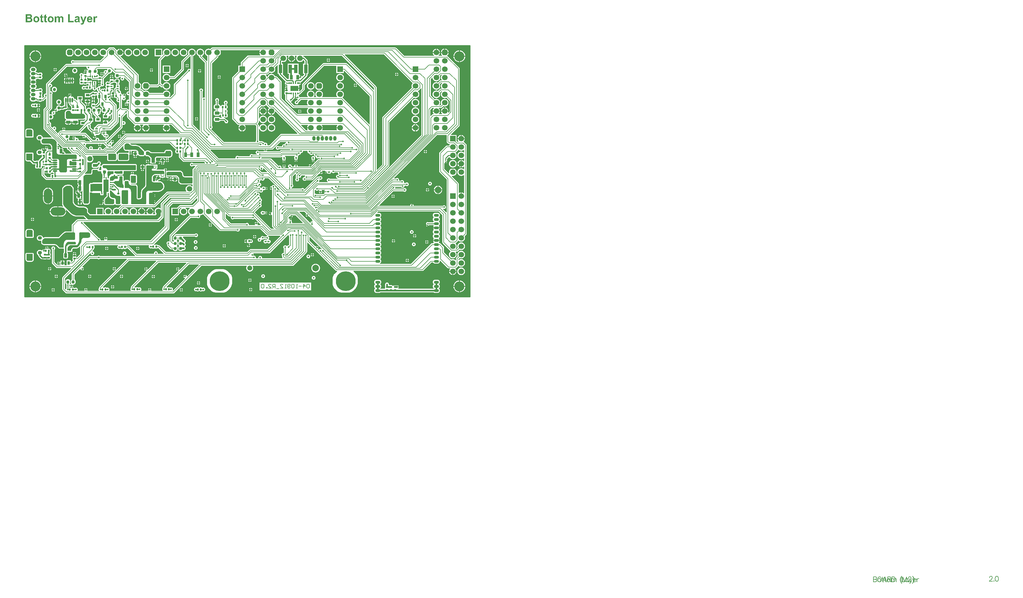
<source format=gbl>
G04 Layer_Physical_Order=4*
G04 Layer_Color=65280*
%FSLAX25Y25*%
%MOIN*%
G70*
G01*
G75*
%ADD10C,0.00700*%
%ADD11C,0.01700*%
%ADD12C,0.01100*%
G04:AMPARAMS|DCode=17|XSize=55.12mil|YSize=35.43mil|CornerRadius=8.86mil|HoleSize=0mil|Usage=FLASHONLY|Rotation=270.000|XOffset=0mil|YOffset=0mil|HoleType=Round|Shape=RoundedRectangle|*
%AMROUNDEDRECTD17*
21,1,0.05512,0.01772,0,0,270.0*
21,1,0.03740,0.03543,0,0,270.0*
1,1,0.01772,-0.00886,-0.01870*
1,1,0.01772,-0.00886,0.01870*
1,1,0.01772,0.00886,0.01870*
1,1,0.01772,0.00886,-0.01870*
%
%ADD17ROUNDEDRECTD17*%
G04:AMPARAMS|DCode=18|XSize=55.12mil|YSize=35.43mil|CornerRadius=8.86mil|HoleSize=0mil|Usage=FLASHONLY|Rotation=180.000|XOffset=0mil|YOffset=0mil|HoleType=Round|Shape=RoundedRectangle|*
%AMROUNDEDRECTD18*
21,1,0.05512,0.01772,0,0,180.0*
21,1,0.03740,0.03543,0,0,180.0*
1,1,0.01772,-0.01870,0.00886*
1,1,0.01772,0.01870,0.00886*
1,1,0.01772,0.01870,-0.00886*
1,1,0.01772,-0.01870,-0.00886*
%
%ADD18ROUNDEDRECTD18*%
G04:AMPARAMS|DCode=24|XSize=21.65mil|YSize=23.62mil|CornerRadius=5.41mil|HoleSize=0mil|Usage=FLASHONLY|Rotation=180.000|XOffset=0mil|YOffset=0mil|HoleType=Round|Shape=RoundedRectangle|*
%AMROUNDEDRECTD24*
21,1,0.02165,0.01279,0,0,180.0*
21,1,0.01083,0.02362,0,0,180.0*
1,1,0.01083,-0.00541,0.00640*
1,1,0.01083,0.00541,0.00640*
1,1,0.01083,0.00541,-0.00640*
1,1,0.01083,-0.00541,-0.00640*
%
%ADD24ROUNDEDRECTD24*%
G04:AMPARAMS|DCode=25|XSize=21.65mil|YSize=23.62mil|CornerRadius=5.41mil|HoleSize=0mil|Usage=FLASHONLY|Rotation=90.000|XOffset=0mil|YOffset=0mil|HoleType=Round|Shape=RoundedRectangle|*
%AMROUNDEDRECTD25*
21,1,0.02165,0.01279,0,0,90.0*
21,1,0.01083,0.02362,0,0,90.0*
1,1,0.01083,0.00640,0.00541*
1,1,0.01083,0.00640,-0.00541*
1,1,0.01083,-0.00640,-0.00541*
1,1,0.01083,-0.00640,0.00541*
%
%ADD25ROUNDEDRECTD25*%
G04:AMPARAMS|DCode=26|XSize=10.83mil|YSize=11.81mil|CornerRadius=2.71mil|HoleSize=0mil|Usage=FLASHONLY|Rotation=180.000|XOffset=0mil|YOffset=0mil|HoleType=Round|Shape=RoundedRectangle|*
%AMROUNDEDRECTD26*
21,1,0.01083,0.00640,0,0,180.0*
21,1,0.00541,0.01181,0,0,180.0*
1,1,0.00541,-0.00271,0.00320*
1,1,0.00541,0.00271,0.00320*
1,1,0.00541,0.00271,-0.00320*
1,1,0.00541,-0.00271,-0.00320*
%
%ADD26ROUNDEDRECTD26*%
G04:AMPARAMS|DCode=27|XSize=10.83mil|YSize=11.81mil|CornerRadius=2.71mil|HoleSize=0mil|Usage=FLASHONLY|Rotation=90.000|XOffset=0mil|YOffset=0mil|HoleType=Round|Shape=RoundedRectangle|*
%AMROUNDEDRECTD27*
21,1,0.01083,0.00640,0,0,90.0*
21,1,0.00541,0.01181,0,0,90.0*
1,1,0.00541,0.00320,0.00271*
1,1,0.00541,0.00320,-0.00271*
1,1,0.00541,-0.00320,-0.00271*
1,1,0.00541,-0.00320,0.00271*
%
%ADD27ROUNDEDRECTD27*%
G04:AMPARAMS|DCode=30|XSize=35.43mil|YSize=31.5mil|CornerRadius=7.87mil|HoleSize=0mil|Usage=FLASHONLY|Rotation=0.000|XOffset=0mil|YOffset=0mil|HoleType=Round|Shape=RoundedRectangle|*
%AMROUNDEDRECTD30*
21,1,0.03543,0.01575,0,0,0.0*
21,1,0.01968,0.03150,0,0,0.0*
1,1,0.01575,0.00984,-0.00787*
1,1,0.01575,-0.00984,-0.00787*
1,1,0.01575,-0.00984,0.00787*
1,1,0.01575,0.00984,0.00787*
%
%ADD30ROUNDEDRECTD30*%
%ADD33R,0.03937X0.10236*%
%ADD38C,0.00800*%
%ADD39C,0.01000*%
%ADD41C,0.02000*%
%ADD43C,0.01500*%
%ADD44C,0.01080*%
%ADD46C,0.00591*%
%ADD48C,0.01200*%
%ADD49C,0.12000*%
%ADD50C,0.06693*%
G04:AMPARAMS|DCode=51|XSize=66.93mil|YSize=66.93mil|CornerRadius=0mil|HoleSize=0mil|Usage=FLASHONLY|Rotation=0.000|XOffset=0mil|YOffset=0mil|HoleType=Round|Shape=Octagon|*
%AMOCTAGOND51*
4,1,8,0.03347,-0.01673,0.03347,0.01673,0.01673,0.03347,-0.01673,0.03347,-0.03347,0.01673,-0.03347,-0.01673,-0.01673,-0.03347,0.01673,-0.03347,0.03347,-0.01673,0.0*
%
%ADD51OCTAGOND51*%

%ADD52R,0.06693X0.06693*%
%ADD53C,0.07874*%
%ADD54O,0.06000X0.03402*%
%ADD55C,0.03800*%
%ADD56O,0.05512X0.03937*%
G04:AMPARAMS|DCode=57|XSize=66.93mil|YSize=66.93mil|CornerRadius=0mil|HoleSize=0mil|Usage=FLASHONLY|Rotation=270.000|XOffset=0mil|YOffset=0mil|HoleType=Round|Shape=Octagon|*
%AMOCTAGOND57*
4,1,8,-0.01673,-0.03347,0.01673,-0.03347,0.03347,-0.01673,0.03347,0.01673,0.01673,0.03347,-0.01673,0.03347,-0.03347,0.01673,-0.03347,-0.01673,-0.01673,-0.03347,0.0*
%
%ADD57OCTAGOND57*%

%ADD58C,0.05905*%
%ADD59C,0.23622*%
%ADD60R,0.06693X0.06693*%
%ADD61O,0.17716X0.09842*%
%ADD62O,0.09842X0.17716*%
%ADD63O,0.09842X0.19685*%
%ADD64C,0.06299*%
G04:AMPARAMS|DCode=65|XSize=82.68mil|YSize=74.8mil|CornerRadius=19.45mil|HoleSize=0mil|Usage=FLASHONLY|Rotation=90.000|XOffset=0mil|YOffset=0mil|HoleType=Round|Shape=RoundedRectangle|*
%AMROUNDEDRECTD65*
21,1,0.08268,0.03591,0,0,90.0*
21,1,0.04378,0.07480,0,0,90.0*
1,1,0.03890,0.01795,0.02189*
1,1,0.03890,0.01795,-0.02189*
1,1,0.03890,-0.01795,-0.02189*
1,1,0.03890,-0.01795,0.02189*
%
%ADD65ROUNDEDRECTD65*%
G04:AMPARAMS|DCode=66|XSize=41.34mil|YSize=49.21mil|CornerRadius=20.67mil|HoleSize=0mil|Usage=FLASHONLY|Rotation=270.000|XOffset=0mil|YOffset=0mil|HoleType=Round|Shape=RoundedRectangle|*
%AMROUNDEDRECTD66*
21,1,0.04134,0.00787,0,0,270.0*
21,1,0.00000,0.04921,0,0,270.0*
1,1,0.04134,-0.00394,0.00000*
1,1,0.04134,-0.00394,0.00000*
1,1,0.04134,0.00394,0.00000*
1,1,0.04134,0.00394,0.00000*
%
%ADD66ROUNDEDRECTD66*%
%ADD67C,0.06600*%
%ADD68R,0.06600X0.06600*%
%ADD69O,0.03937X0.05512*%
%ADD70C,0.02000*%
%ADD71C,0.02165*%
G04:AMPARAMS|DCode=99|XSize=35.43mil|YSize=31.5mil|CornerRadius=7.87mil|HoleSize=0mil|Usage=FLASHONLY|Rotation=270.000|XOffset=0mil|YOffset=0mil|HoleType=Round|Shape=RoundedRectangle|*
%AMROUNDEDRECTD99*
21,1,0.03543,0.01575,0,0,270.0*
21,1,0.01968,0.03150,0,0,270.0*
1,1,0.01575,-0.00787,-0.00984*
1,1,0.01575,-0.00787,0.00984*
1,1,0.01575,0.00787,0.00984*
1,1,0.01575,0.00787,-0.00984*
%
%ADD99ROUNDEDRECTD99*%
%ADD100R,0.04134X0.02559*%
%ADD101O,0.05709X0.01772*%
%ADD102R,0.02559X0.04134*%
%ADD103R,0.01378X0.00709*%
%ADD104R,0.01181X0.03701*%
%ADD105R,0.01378X0.02362*%
%ADD106R,0.09449X0.06102*%
%ADD107R,0.03740X0.01772*%
%ADD108R,0.11142X0.03543*%
%ADD109R,0.06299X0.14567*%
%ADD110R,0.01181X0.01575*%
%ADD111R,0.01575X0.01181*%
%ADD112R,0.11142X0.08661*%
%ADD113R,0.04724X0.13386*%
%ADD114R,0.00709X0.01378*%
%ADD115R,0.03701X0.01181*%
%ADD116O,0.01772X0.05709*%
%ADD117R,0.02362X0.01654*%
%ADD118R,0.01654X0.02362*%
%ADD119R,0.05118X0.05905*%
%ADD120R,0.05905X0.05118*%
%ADD121C,0.01300*%
%ADD122C,0.05000*%
%ADD123C,0.02100*%
%ADD124C,0.00787*%
G36*
X354499Y57566D02*
X354413Y56976D01*
X354181Y56857D01*
X353858Y57072D01*
X353000Y57243D01*
X352142Y57072D01*
X351414Y56586D01*
X351287Y56396D01*
X350789Y56347D01*
X350122Y57013D01*
X350171Y57511D01*
X350242Y57558D01*
X350684Y58220D01*
X350740Y58500D01*
X348800D01*
Y59000D01*
X348300D01*
Y60940D01*
X348020Y60884D01*
X347358Y60442D01*
X347311Y60372D01*
X346813Y60322D01*
X339880Y67256D01*
Y71531D01*
X340342Y71723D01*
X354499Y57566D01*
D02*
G37*
G36*
X497933Y264820D02*
X497529Y264293D01*
X497071Y263187D01*
X496914Y262000D01*
X497071Y260813D01*
X497529Y259707D01*
X497896Y259229D01*
X497675Y258780D01*
X496700D01*
X496095Y258660D01*
X495582Y258317D01*
X493399Y256134D01*
X492687Y256429D01*
X491500Y256586D01*
X490313Y256429D01*
X489207Y255971D01*
X488257Y255243D01*
X487529Y254293D01*
X487071Y253187D01*
X486914Y252000D01*
X487071Y250813D01*
X487529Y249707D01*
X488257Y248757D01*
X489207Y248029D01*
X490313Y247571D01*
X491500Y247414D01*
X492687Y247571D01*
X493793Y248029D01*
X494743Y248757D01*
X495471Y249707D01*
X495929Y250813D01*
X496086Y252000D01*
X495929Y253187D01*
X495634Y253899D01*
X497355Y255620D01*
X497987D01*
X498163Y255120D01*
X497529Y254293D01*
X497071Y253187D01*
X496914Y252000D01*
X497071Y250813D01*
X497529Y249707D01*
X497819Y249329D01*
X497598Y248880D01*
X496900D01*
X496295Y248760D01*
X495783Y248417D01*
X493470Y246105D01*
X492687Y246429D01*
X491500Y246586D01*
X490313Y246429D01*
X489207Y245971D01*
X488257Y245243D01*
X487529Y244293D01*
X487071Y243187D01*
X486914Y242000D01*
X487071Y240813D01*
X487529Y239707D01*
X488257Y238757D01*
X489207Y238029D01*
X490313Y237571D01*
X491500Y237414D01*
X492687Y237571D01*
X493793Y238029D01*
X494743Y238757D01*
X495471Y239707D01*
X495929Y240813D01*
X496086Y242000D01*
X495929Y243187D01*
X495664Y243829D01*
X497555Y245720D01*
X498101D01*
X498212Y245394D01*
X498240Y245220D01*
X497529Y244293D01*
X497071Y243187D01*
X496914Y242000D01*
X497071Y240813D01*
X497529Y239707D01*
X498257Y238757D01*
X499207Y238029D01*
X500313Y237571D01*
X501500Y237414D01*
X502687Y237571D01*
X503541Y237924D01*
X507520Y233945D01*
Y221655D01*
X505954Y220089D01*
X505531Y220373D01*
X505735Y220865D01*
X505818Y221500D01*
X501500D01*
X497182D01*
X497265Y220865D01*
X497703Y219808D01*
X498339Y218980D01*
X498203Y218480D01*
X494797D01*
X494662Y218980D01*
X495297Y219808D01*
X495735Y220865D01*
X495818Y221500D01*
X491500D01*
X487182D01*
X487265Y220865D01*
X487703Y219808D01*
X488339Y218980D01*
X488203Y218480D01*
X487900D01*
X487295Y218360D01*
X486783Y218018D01*
X484742Y215977D01*
X484280Y216169D01*
Y223345D01*
X486655Y225720D01*
X488430D01*
X488591Y225246D01*
X488400Y225100D01*
X487703Y224192D01*
X487265Y223135D01*
X487182Y222500D01*
X491500D01*
X495818D01*
X495735Y223135D01*
X495297Y224192D01*
X494600Y225100D01*
X494409Y225246D01*
X494570Y225720D01*
X496800D01*
X497405Y225840D01*
X497918Y226183D01*
X499601Y227866D01*
X500313Y227571D01*
X501500Y227414D01*
X502687Y227571D01*
X503793Y228029D01*
X504743Y228757D01*
X505471Y229707D01*
X505929Y230813D01*
X506086Y232000D01*
X505929Y233187D01*
X505471Y234293D01*
X504743Y235243D01*
X503793Y235971D01*
X502687Y236429D01*
X501500Y236586D01*
X500313Y236429D01*
X499207Y235971D01*
X498257Y235243D01*
X497529Y234293D01*
X497071Y233187D01*
X496914Y232000D01*
X497071Y230813D01*
X497366Y230101D01*
X496145Y228880D01*
X495402D01*
X495181Y229329D01*
X495471Y229707D01*
X495929Y230813D01*
X496086Y232000D01*
X495929Y233187D01*
X495471Y234293D01*
X494743Y235243D01*
X493793Y235971D01*
X492687Y236429D01*
X491500Y236586D01*
X490313Y236429D01*
X489601Y236134D01*
X484880Y240855D01*
Y260245D01*
X486436Y261801D01*
X486964Y261622D01*
X487071Y260813D01*
X487529Y259707D01*
X488257Y258757D01*
X489207Y258029D01*
X490313Y257571D01*
X491500Y257414D01*
X492687Y257571D01*
X493793Y258029D01*
X494743Y258757D01*
X495471Y259707D01*
X495929Y260813D01*
X496086Y262000D01*
X495929Y263187D01*
X495634Y263899D01*
X497055Y265320D01*
X497686D01*
X497933Y264820D01*
D02*
G37*
G36*
X207923Y38358D02*
X193921Y24356D01*
X193393Y24535D01*
X193284Y25080D01*
X192842Y25742D01*
X192180Y26184D01*
X191900Y26240D01*
Y24300D01*
X191400D01*
Y23800D01*
X189460D01*
X189516Y23520D01*
X189958Y22858D01*
X190620Y22416D01*
X191165Y22308D01*
X191344Y21779D01*
X176967Y7402D01*
X176738Y7440D01*
X176501Y7986D01*
X176672Y8242D01*
X176843Y9100D01*
X176672Y9958D01*
X176186Y10686D01*
X175458Y11172D01*
X174600Y11343D01*
X173742Y11172D01*
X173672Y11126D01*
X173292Y11380D01*
X172613Y11515D01*
X171530D01*
X170851Y11380D01*
X170300Y11012D01*
X169749Y11380D01*
X169310Y11468D01*
X169134Y11999D01*
X195955Y38820D01*
X207731D01*
X207923Y38358D01*
D02*
G37*
G36*
X54751Y162520D02*
X54926Y162448D01*
X55085Y162342D01*
X55152Y162275D01*
Y162275D01*
X55616Y161811D01*
X55703Y161732D01*
X55900Y161600D01*
X56119Y161509D01*
X56351Y161463D01*
X56469Y161458D01*
X60838D01*
X61102Y161405D01*
X61350Y161302D01*
X61574Y161153D01*
X61669Y161057D01*
X61669Y161057D01*
X61693Y161034D01*
X61730Y160978D01*
X61756Y160916D01*
X61769Y160850D01*
Y160816D01*
Y157757D01*
Y157734D01*
X61760Y157687D01*
X61742Y157643D01*
X61715Y157604D01*
X61698Y157587D01*
X61698D01*
X61369Y157257D01*
X61322Y157210D01*
X61210Y157135D01*
X61085Y157084D01*
X60953Y157057D01*
X54192D01*
X53995Y157097D01*
X53808Y157174D01*
X53640Y157286D01*
X53569Y157358D01*
X53498Y157429D01*
X53386Y157597D01*
X53308Y157783D01*
X53269Y157981D01*
Y158082D01*
Y161775D01*
Y161842D01*
X53295Y161974D01*
X53347Y162098D01*
X53421Y162210D01*
X53469Y162258D01*
X53540Y162329D01*
X53708Y162441D01*
X53895Y162518D01*
X54092Y162557D01*
X54564D01*
X54751Y162520D01*
D02*
G37*
G36*
X76204Y76907D02*
X76644Y76725D01*
X77039Y76461D01*
X77207Y76293D01*
X77207D01*
X77500Y76000D01*
X77619Y75881D01*
X77806Y75602D01*
X77934Y75291D01*
X78000Y74961D01*
Y74793D01*
Y72500D01*
Y72381D01*
X77954Y72148D01*
X77863Y71928D01*
X77731Y71731D01*
X77646Y71646D01*
Y71646D01*
X77500Y71500D01*
X77262Y71262D01*
X76703Y70889D01*
X76082Y70631D01*
X75422Y70500D01*
X69700D01*
X69700Y70500D01*
X69340Y70294D01*
X68690Y69782D01*
X68152Y69152D01*
X67747Y68430D01*
X67600Y68042D01*
X67600Y67057D01*
X67216Y65125D01*
X66462Y63305D01*
X65368Y61668D01*
X64671Y60971D01*
X64671D01*
X63478Y59778D01*
X63293Y59593D01*
X62858Y59302D01*
X62375Y59102D01*
X61861Y59000D01*
X61600Y59000D01*
X57831D01*
X57564Y58987D01*
X57038Y58882D01*
X56544Y58678D01*
X56099Y58380D01*
X55900Y58200D01*
X55787Y58076D01*
X55602Y57798D01*
X55474Y57488D01*
X55408Y57160D01*
X55400Y56993D01*
Y55683D01*
Y55616D01*
X55374Y55484D01*
X55322Y55359D01*
X55248Y55248D01*
X55200Y55200D01*
X55152Y55152D01*
X55041Y55078D01*
X54916Y55026D01*
X54784Y55000D01*
X51408D01*
X51342Y55013D01*
X51280Y55039D01*
X51224Y55076D01*
X51200Y55100D01*
X51200Y55100D01*
X51100Y55200D01*
Y58134D01*
Y58388D01*
X51199Y58885D01*
X51393Y59353D01*
X51674Y59774D01*
X51854Y59953D01*
X51854Y59954D01*
X53217Y61317D01*
X53284Y61384D01*
X53443Y61490D01*
X53618Y61563D01*
X53805Y61600D01*
X61500D01*
X61571Y61603D01*
X61710Y61631D01*
X61841Y61686D01*
X61959Y61764D01*
X62012Y61812D01*
X62012Y61812D01*
X62700Y62500D01*
X63218Y63071D01*
X64073Y64351D01*
X64662Y65773D01*
X64962Y67283D01*
X65000Y68053D01*
X65000Y68053D01*
Y72039D01*
Y72207D01*
Y75793D01*
Y75961D01*
X65066Y76291D01*
X65194Y76601D01*
X65381Y76881D01*
X65500Y77000D01*
Y77000D01*
X75738D01*
X76204Y76907D01*
D02*
G37*
G36*
X31147Y189100D02*
X31921Y189100D01*
X33438Y188798D01*
X34867Y188206D01*
X36153Y187347D01*
X36700Y186800D01*
X36700D01*
X37033Y186467D01*
X37556Y185684D01*
X37916Y184814D01*
X38100Y183891D01*
X38100Y183420D01*
X38100Y183420D01*
Y173063D01*
X38126Y172527D01*
X38300Y171654D01*
Y171683D01*
X38302Y171645D01*
X38335Y171477D01*
X38388Y171351D01*
X38455Y171250D01*
X38500Y171200D01*
X38798Y170930D01*
X39466Y170484D01*
X40208Y170176D01*
X40995Y170020D01*
X41397Y170000D01*
X60345D01*
X60807Y169908D01*
X61242Y169728D01*
X61634Y169466D01*
X61800Y169300D01*
X61871Y169229D01*
X61983Y169061D01*
X62061Y168875D01*
X62100Y168677D01*
Y168576D01*
Y167400D01*
X62100D01*
X62100Y167293D01*
X62100Y167293D01*
X62100Y165583D01*
X62100Y165516D01*
X62074Y165384D01*
X62022Y165259D01*
X61948Y165147D01*
X61900Y165100D01*
X61900D01*
X61829Y165029D01*
X61661Y164917D01*
X61475Y164839D01*
X61277Y164800D01*
X61176Y164800D01*
X52148Y164800D01*
X51948Y164790D01*
X51554Y164712D01*
X51183Y164558D01*
X50849Y164335D01*
X50700Y164200D01*
Y164200D01*
X50633Y164126D01*
X50521Y163959D01*
X50444Y163773D01*
X50405Y163576D01*
X50400Y163476D01*
Y163476D01*
X50400Y150466D01*
X50400Y150331D01*
X50348Y150067D01*
X50245Y149819D01*
X50095Y149595D01*
X50000Y149500D01*
X50000D01*
X49810Y149310D01*
X49362Y149011D01*
X48865Y148805D01*
X48338Y148700D01*
X48069Y148700D01*
X43010D01*
X42637Y148774D01*
X42285Y148920D01*
X41969Y149131D01*
X41834Y149266D01*
Y149266D01*
X41700Y149400D01*
X41534Y149566D01*
X41272Y149958D01*
X41092Y150393D01*
X41000Y150855D01*
Y151090D01*
Y151090D01*
X41000Y162710D01*
X40988Y162944D01*
X40897Y163404D01*
X40718Y163837D01*
X40457Y164226D01*
X40300Y164400D01*
X40201Y164490D01*
X39978Y164639D01*
X39731Y164741D01*
X39468Y164793D01*
X39334Y164800D01*
X39334Y164800D01*
X33576D01*
X33530Y164809D01*
X33486Y164828D01*
X33446Y164854D01*
X33429Y164871D01*
Y164871D01*
X33000Y165300D01*
X32961Y165326D01*
X32896Y165392D01*
X32844Y165469D01*
X32831Y165500D01*
X32800D01*
X32776Y165524D01*
X32739Y165580D01*
X32713Y165642D01*
X32700Y165708D01*
Y165741D01*
Y179100D01*
X32707Y179093D01*
X32550Y179881D01*
X32115Y180932D01*
X31482Y181878D01*
X31100Y182300D01*
X31100Y182300D01*
X30877Y182502D01*
X30376Y182837D01*
X29819Y183068D01*
X29228Y183185D01*
X28927Y183200D01*
X28927Y183200D01*
X22370D01*
X21777Y183318D01*
X21217Y183550D01*
X20714Y183886D01*
X20500Y184100D01*
X20357Y184243D01*
X20133Y184578D01*
X19979Y184951D01*
X19900Y185347D01*
X19900Y185548D01*
Y185548D01*
Y186900D01*
Y187019D01*
X19946Y187252D01*
X20037Y187472D01*
X20169Y187670D01*
X20254Y187753D01*
X20254Y187753D01*
X20600Y188100D01*
X20838Y188338D01*
X21397Y188711D01*
X22018Y188969D01*
X22678Y189100D01*
X23014Y189100D01*
X23014Y189100D01*
X31147Y189100D01*
D02*
G37*
G36*
X206120Y117731D02*
Y115255D01*
X200445Y109580D01*
X185500D01*
X184895Y109460D01*
X184382Y109117D01*
X181811Y106546D01*
X174953D01*
Y97453D01*
X184046D01*
Y104312D01*
X186155Y106420D01*
X187095D01*
X187140Y105920D01*
X186257Y105243D01*
X185529Y104293D01*
X185071Y103187D01*
X184914Y102000D01*
X185071Y100813D01*
X185529Y99707D01*
X186257Y98757D01*
X187207Y98029D01*
X188313Y97571D01*
X189500Y97414D01*
X190687Y97571D01*
X191793Y98029D01*
X192743Y98757D01*
X193471Y99707D01*
X193929Y100813D01*
X194086Y102000D01*
X193929Y103187D01*
X193471Y104293D01*
X192743Y105243D01*
X191860Y105920D01*
X191904Y106420D01*
X197096D01*
X197140Y105920D01*
X196257Y105243D01*
X195529Y104293D01*
X195071Y103187D01*
X194914Y102000D01*
X195071Y100813D01*
X195529Y99707D01*
X196257Y98757D01*
X197059Y98142D01*
X196968Y97615D01*
X196968Y97614D01*
X196695Y97560D01*
X196183Y97218D01*
X173283Y74318D01*
X172940Y73805D01*
X172820Y73200D01*
Y66399D01*
X172320Y66131D01*
X172258Y66172D01*
X171400Y66343D01*
X170542Y66172D01*
X169814Y65686D01*
X169328Y64958D01*
X169157Y64100D01*
X169328Y63242D01*
X169814Y62514D01*
X169820Y62510D01*
Y61600D01*
X169940Y60995D01*
X170282Y60483D01*
X173682Y57082D01*
X174195Y56740D01*
X174800Y56620D01*
X176996D01*
X177091Y56140D01*
X177530Y55483D01*
X178188Y55044D01*
X178963Y54889D01*
X180538D01*
X181313Y55044D01*
X181971Y55483D01*
X182410Y56140D01*
X182564Y56916D01*
Y58884D01*
X182410Y59660D01*
X181971Y60317D01*
X181525Y60615D01*
Y61185D01*
X181971Y61483D01*
X182410Y62140D01*
X182564Y62916D01*
Y64884D01*
X182410Y65660D01*
X181971Y66317D01*
X181439Y66672D01*
X181410Y66782D01*
Y67118D01*
X181439Y67228D01*
X181971Y67583D01*
X182410Y68240D01*
X182564Y69016D01*
Y70984D01*
X182545Y71078D01*
X182900Y71514D01*
X183255Y71078D01*
X183236Y70984D01*
Y69016D01*
X183390Y68240D01*
X183829Y67583D01*
X184361Y67228D01*
X184390Y67118D01*
Y66782D01*
X184361Y66672D01*
X183829Y66317D01*
X183390Y65660D01*
X183236Y64884D01*
Y62916D01*
X183390Y62140D01*
X183829Y61483D01*
X184275Y61185D01*
Y60615D01*
X183829Y60317D01*
X183390Y59660D01*
X183236Y58884D01*
Y56916D01*
X183390Y56140D01*
X183829Y55483D01*
X184487Y55044D01*
X185262Y54889D01*
X186837D01*
X187612Y55044D01*
X188270Y55483D01*
X188520Y55857D01*
X189800D01*
X190658Y56028D01*
X191386Y56514D01*
X191872Y57242D01*
X192043Y58100D01*
X191872Y58958D01*
X191386Y59686D01*
X191117Y59866D01*
Y60467D01*
X191486Y60714D01*
X191972Y61442D01*
X192143Y62300D01*
X191972Y63158D01*
X191486Y63886D01*
X191149Y64224D01*
X191198Y64721D01*
X191486Y64914D01*
X191972Y65642D01*
X192143Y66500D01*
X191972Y67358D01*
X191486Y68086D01*
X188863Y70709D01*
Y70984D01*
X188777Y71420D01*
X189158Y71920D01*
X203155D01*
X203742Y71528D01*
X204600Y71357D01*
X205458Y71528D01*
X206186Y72014D01*
X206672Y72742D01*
X206843Y73600D01*
X206672Y74458D01*
X206186Y75186D01*
X205458Y75672D01*
X204600Y75843D01*
X203742Y75672D01*
X203014Y75186D01*
X202943Y75080D01*
X180800D01*
X180195Y74960D01*
X179683Y74617D01*
X178633Y73568D01*
X178290Y73055D01*
X178253Y72869D01*
X178188Y72856D01*
X177530Y72417D01*
X177091Y71760D01*
X176937Y70984D01*
Y69016D01*
X177091Y68240D01*
X177530Y67583D01*
X178062Y67228D01*
X178091Y67118D01*
Y66782D01*
X178062Y66672D01*
X177530Y66317D01*
X177328Y66014D01*
X176684Y65951D01*
X175980Y66655D01*
Y72545D01*
X197955Y94520D01*
X205755D01*
X206342Y94128D01*
X207200Y93957D01*
X208058Y94128D01*
X208786Y94614D01*
X209272Y95342D01*
X209443Y96200D01*
X209296Y96937D01*
X209378Y97128D01*
X209484Y97282D01*
X209625Y97431D01*
X210687Y97571D01*
X211793Y98029D01*
X212426Y98515D01*
X213084Y98428D01*
X213088Y98424D01*
X213182Y98282D01*
X232382Y79083D01*
X232895Y78740D01*
X233500Y78620D01*
X252810D01*
X252814Y78614D01*
X253542Y78128D01*
X254400Y77957D01*
X255258Y78128D01*
X255986Y78614D01*
X256472Y79342D01*
X256643Y80200D01*
X256577Y80533D01*
X256894Y80920D01*
X281445D01*
X288783Y73583D01*
X289295Y73240D01*
X289465Y73206D01*
Y72696D01*
X288842Y72572D01*
X288255Y72180D01*
X285390D01*
X285386Y72186D01*
X284658Y72672D01*
X283800Y72843D01*
X282942Y72672D01*
X282214Y72186D01*
X281728Y71458D01*
X281557Y70600D01*
X281566Y70556D01*
X281110Y70282D01*
X280300Y70443D01*
X279442Y70272D01*
X278714Y69786D01*
X278228Y69058D01*
X278057Y68200D01*
X278228Y67342D01*
X278714Y66614D01*
X279442Y66128D01*
X280300Y65957D01*
X281158Y66128D01*
X281886Y66614D01*
X282372Y67342D01*
X282543Y68200D01*
X282534Y68244D01*
X282990Y68518D01*
X283800Y68357D01*
X284658Y68528D01*
X285386Y69014D01*
X285390Y69020D01*
X288043D01*
X288114Y68914D01*
X288842Y68428D01*
X289345Y68328D01*
X289568Y67773D01*
X289503Y67680D01*
X288890D01*
X288886Y67686D01*
X288158Y68172D01*
X287300Y68343D01*
X286442Y68172D01*
X285714Y67686D01*
X285228Y66958D01*
X285057Y66100D01*
X285228Y65242D01*
X285714Y64514D01*
X286442Y64028D01*
X287300Y63857D01*
X288158Y64028D01*
X288886Y64514D01*
X288890Y64520D01*
X289810D01*
X289814Y64514D01*
X290542Y64028D01*
X291400Y63857D01*
X292258Y64028D01*
X292986Y64514D01*
X293472Y65242D01*
X293643Y66100D01*
X293472Y66958D01*
X292986Y67686D01*
X292258Y68172D01*
X291400Y68343D01*
X291303Y68324D01*
X291108Y68795D01*
X291286Y68914D01*
X291772Y69642D01*
X291943Y70500D01*
X291772Y71358D01*
X291286Y72086D01*
X290558Y72572D01*
X290321Y72620D01*
X290370Y73120D01*
X305031D01*
X305223Y72658D01*
X289545Y56980D01*
X269600D01*
X268995Y56860D01*
X268482Y56517D01*
X265745Y53780D01*
X168655D01*
X161217Y61217D01*
X160705Y61560D01*
X160100Y61680D01*
X158850D01*
X158640Y61995D01*
X158064Y62380D01*
X157385Y62515D01*
X156302D01*
X155622Y62380D01*
X155072Y62012D01*
X154521Y62380D01*
X154452Y62394D01*
X154307Y62872D01*
X172218Y80783D01*
X172560Y81295D01*
X172680Y81900D01*
Y107245D01*
X176755Y111320D01*
X198400D01*
X199005Y111440D01*
X199518Y111783D01*
X205658Y117923D01*
X206120Y117731D01*
D02*
G37*
G36*
X76114Y261059D02*
X79176D01*
X79193Y260976D01*
X79546Y260447D01*
X80247Y259747D01*
X80776Y259393D01*
X81400Y259269D01*
X86966D01*
X87343Y258769D01*
X87289Y258498D01*
Y258457D01*
X89500D01*
Y257957D01*
X90000D01*
Y255844D01*
X90140D01*
X90369Y255889D01*
X90869Y255493D01*
Y255218D01*
X90428Y254558D01*
X90422Y254556D01*
X90380Y254584D01*
X90100Y254640D01*
Y252700D01*
X89600D01*
Y252200D01*
X87660D01*
X87716Y251920D01*
X88047Y251424D01*
X87982Y251211D01*
X87821Y250927D01*
X87042Y250772D01*
X86314Y250286D01*
X85828Y249558D01*
X85815Y249494D01*
X85305D01*
X85272Y249658D01*
X85033Y250016D01*
Y250595D01*
X85070Y250780D01*
Y251420D01*
X84992Y251811D01*
Y253579D01*
X85286D01*
Y258341D01*
X81232D01*
Y258141D01*
X81200D01*
Y255960D01*
X80200D01*
Y258141D01*
X80168D01*
Y258341D01*
X76114D01*
Y257591D01*
X74760D01*
X74492Y258091D01*
X74580Y258223D01*
X74715Y258902D01*
Y259985D01*
X74580Y260664D01*
X74195Y261240D01*
X74092Y261309D01*
X74244Y261809D01*
X76114D01*
Y261059D01*
D02*
G37*
G36*
X280841Y294371D02*
X280703Y294192D01*
X280265Y293135D01*
X280182Y292500D01*
X284500D01*
Y291500D01*
X280182D01*
X280265Y290865D01*
X280703Y289808D01*
X281400Y288900D01*
X281460Y288854D01*
X281300Y288380D01*
X266800D01*
X266195Y288260D01*
X265683Y287917D01*
X258383Y280617D01*
X258040Y280105D01*
X257920Y279500D01*
Y276547D01*
X254954D01*
Y269689D01*
X248082Y262818D01*
X247740Y262305D01*
X247620Y261700D01*
Y213100D01*
X247740Y212495D01*
X248082Y211982D01*
X254282Y205783D01*
X254795Y205440D01*
X255400Y205320D01*
X255938D01*
X256185Y204820D01*
X255703Y204192D01*
X255265Y203135D01*
X255182Y202500D01*
X259500D01*
X263818D01*
X263735Y203135D01*
X263297Y204192D01*
X262815Y204820D01*
X263062Y205320D01*
X275145D01*
X276420Y204045D01*
Y187190D01*
X276414Y187186D01*
X275928Y186458D01*
X275757Y185600D01*
X275783Y185467D01*
X275466Y185080D01*
X237955D01*
X222792Y200243D01*
X222952Y200790D01*
X223586Y201214D01*
X224072Y201942D01*
X224243Y202800D01*
X224072Y203658D01*
X223586Y204386D01*
X223580Y204390D01*
Y278945D01*
X230617Y285982D01*
X230960Y286495D01*
X231080Y287100D01*
Y287734D01*
X231793Y288029D01*
X232743Y288757D01*
X233471Y289707D01*
X233929Y290813D01*
X234086Y292000D01*
X233929Y293187D01*
X233471Y294293D01*
X233411Y294371D01*
X233632Y294820D01*
X280620D01*
X280841Y294371D01*
D02*
G37*
G36*
X74373Y203815D02*
X74428Y203542D01*
X74767Y203034D01*
Y201800D01*
X74899Y201137D01*
X75274Y200574D01*
X78941Y196908D01*
X79503Y196532D01*
X79523Y196528D01*
X79523Y196528D01*
X80167Y196400D01*
X80595D01*
X80780Y196363D01*
X81100D01*
Y196066D01*
X81600D01*
Y194536D01*
X81916Y194599D01*
X81968Y194634D01*
X82468Y194367D01*
Y193496D01*
X82142Y193131D01*
X81858Y192942D01*
X81416Y192280D01*
X81360Y192000D01*
X85240D01*
X85184Y192280D01*
X84742Y192942D01*
X84661Y192996D01*
X84813Y193496D01*
X88609D01*
Y193996D01*
X89006Y194075D01*
X89535Y194428D01*
X90453Y195346D01*
X90630Y195610D01*
X91130Y195459D01*
Y193496D01*
X92789D01*
X92893Y192976D01*
X93247Y192446D01*
X94446Y191246D01*
X94976Y190893D01*
X95600Y190769D01*
X96109D01*
X96216Y190646D01*
X96200Y190618D01*
Y188200D01*
X95700D01*
Y187700D01*
X93641D01*
X93420Y187430D01*
X89244D01*
X88927Y187817D01*
X88943Y187900D01*
X88772Y188758D01*
X88286Y189486D01*
X87558Y189972D01*
X86700Y190143D01*
X85842Y189972D01*
X85114Y189486D01*
X84628Y188758D01*
X84457Y187900D01*
X84473Y187817D01*
X84156Y187430D01*
X81205D01*
X73168Y195467D01*
X72655Y195810D01*
X72050Y195930D01*
X66519D01*
X66327Y196392D01*
X73895Y203960D01*
X74373Y203815D01*
D02*
G37*
G36*
X68774Y192270D02*
X68760Y192200D01*
X70700D01*
Y191700D01*
X71200D01*
Y189760D01*
X71480Y189816D01*
X72142Y190258D01*
X72566Y190892D01*
X72644Y190968D01*
X73069Y191096D01*
X77823Y186342D01*
X77631Y185880D01*
X73355D01*
X72717Y186518D01*
X72205Y186860D01*
X71600Y186980D01*
X64374D01*
X64057Y187367D01*
X64143Y187800D01*
X63972Y188658D01*
X63486Y189386D01*
X62758Y189872D01*
X61900Y190043D01*
X61211Y189906D01*
X60757Y190148D01*
X60674Y190228D01*
X60584Y190680D01*
X60142Y191342D01*
X59480Y191784D01*
X59200Y191840D01*
Y189900D01*
Y187949D01*
X59578Y187826D01*
X59699Y187589D01*
X59743Y187367D01*
X59426Y186980D01*
X53334D01*
X53017Y187367D01*
X53043Y187500D01*
X52872Y188358D01*
X52417Y189040D01*
X52611Y189189D01*
X53108Y189837D01*
X53420Y190591D01*
X53527Y191400D01*
X53420Y192209D01*
X53360Y192354D01*
X53638Y192770D01*
X68454D01*
X68774Y192270D01*
D02*
G37*
G36*
X54282Y132569D02*
X54903Y132311D01*
X55462Y131938D01*
X55700Y131700D01*
X56057Y131343D01*
X56617Y130505D01*
X57003Y129572D01*
X57200Y128583D01*
Y128079D01*
Y113821D01*
X57225Y113319D01*
X57420Y112335D01*
X57805Y111407D01*
X58363Y110572D01*
X58700Y110200D01*
X58700Y110200D01*
X59271Y109629D01*
X59998Y108970D01*
X61628Y107881D01*
X63439Y107131D01*
X65362Y106748D01*
X66342Y106700D01*
X70583D01*
X71573Y106503D01*
X72505Y106117D01*
X73343Y105557D01*
X73700Y105200D01*
X73819Y105081D01*
X74006Y104801D01*
X74134Y104491D01*
X74200Y104161D01*
Y103993D01*
Y100200D01*
Y99962D01*
X74107Y99496D01*
X73925Y99056D01*
X73661Y98661D01*
X73493Y98493D01*
X73493D01*
X72700Y97700D01*
X72581Y97581D01*
X72302Y97394D01*
X71991Y97266D01*
X71661Y97200D01*
X61357D01*
X59425Y97584D01*
X57605Y98338D01*
X55967Y99432D01*
X55271Y100129D01*
X47200Y108200D01*
X46843Y108557D01*
X46283Y109396D01*
X45897Y110327D01*
X45700Y111317D01*
Y111821D01*
Y128700D01*
Y128938D01*
X45793Y129404D01*
X45975Y129844D01*
X46239Y130239D01*
X46407Y130407D01*
X46407Y130407D01*
X47200Y131200D01*
X47557Y131557D01*
X48395Y132117D01*
X49327Y132503D01*
X50317Y132700D01*
X53622D01*
X54282Y132569D01*
D02*
G37*
G36*
X531496Y300000D02*
Y0D01*
X-0Y-0D01*
X0Y163307D01*
X500Y163718D01*
X559Y163706D01*
X654Y163498D01*
X663Y163484D01*
X734Y163314D01*
X897Y163102D01*
X904Y163087D01*
X1022Y162930D01*
X1044Y162910D01*
X1091Y162849D01*
X1096Y162840D01*
X1106Y162829D01*
X1238Y162657D01*
X1382Y162546D01*
X1389Y162539D01*
X1538Y162417D01*
X1578Y162396D01*
X1608Y162364D01*
X1754Y162261D01*
X1754Y162261D01*
X1895Y162153D01*
X2134Y162054D01*
X2178Y162025D01*
X2305Y161975D01*
X2460Y161914D01*
X2484Y161909D01*
X2660Y161836D01*
X2810Y161816D01*
X2826Y161813D01*
X2843Y161812D01*
X2869Y161809D01*
X2897Y161798D01*
X3074Y161766D01*
X3138Y161768D01*
X3199Y161751D01*
X3416Y161735D01*
X3423Y161736D01*
X3481Y161728D01*
X6260D01*
X9094Y158894D01*
X9739Y158463D01*
X10500Y158312D01*
X12540D01*
Y157309D01*
X12347Y157019D01*
X12212Y156340D01*
Y155060D01*
X12347Y154381D01*
X12732Y153805D01*
X13308Y153420D01*
X13987Y153285D01*
X15070D01*
X15749Y153420D01*
X16300Y153788D01*
X16851Y153420D01*
X17530Y153285D01*
X18613D01*
X19292Y153420D01*
X19868Y153805D01*
X20253Y154381D01*
X20388Y155060D01*
Y156055D01*
X20888Y156323D01*
X20906Y156310D01*
X21480Y156196D01*
X22120D01*
X22305Y156233D01*
X23404D01*
X23405Y156232D01*
X23733Y156012D01*
X23896Y155426D01*
X23882Y155357D01*
X23794Y155231D01*
X23100D01*
X22476Y155107D01*
X21947Y154753D01*
X20346Y153154D01*
X19993Y152624D01*
X19869Y152000D01*
Y145700D01*
X19993Y145076D01*
X20346Y144546D01*
X24546Y140347D01*
X25076Y139993D01*
X25700Y139869D01*
X32000D01*
X32624Y139993D01*
X32800Y140110D01*
X32976Y139993D01*
X33600Y139869D01*
X62739D01*
X62847Y139759D01*
X63070Y139369D01*
X62951Y138770D01*
Y137400D01*
X65760D01*
Y136400D01*
X62951D01*
Y135030D01*
X63098Y134294D01*
X63514Y133670D01*
X63885Y133423D01*
X63761Y132800D01*
X63768Y132766D01*
X63414Y132530D01*
X62998Y131906D01*
X62851Y131170D01*
Y129800D01*
X65660D01*
Y129300D01*
X66160D01*
Y125507D01*
X66546D01*
X67282Y125654D01*
X67905Y126070D01*
X68277Y126626D01*
X68552Y126618D01*
X68777Y126543D01*
Y114973D01*
X68777Y114670D01*
X68777Y114670D01*
Y113418D01*
X68800Y113300D01*
Y113179D01*
X68900Y112679D01*
X68946Y112567D01*
X68969Y112449D01*
X69164Y111978D01*
X69231Y111878D01*
X69277Y111766D01*
X69561Y111342D01*
X69646Y111257D01*
X69713Y111157D01*
X69893Y110976D01*
X69893Y110976D01*
X69935Y110935D01*
X69935Y110935D01*
X70030Y110840D01*
X70130Y110773D01*
X70215Y110688D01*
X70439Y110538D01*
X70550Y110492D01*
X70651Y110425D01*
X70701Y110404D01*
Y110233D01*
X71226D01*
X71393Y110200D01*
X71513D01*
X71631Y110177D01*
X74961D01*
X75079Y110200D01*
X75200D01*
X75366Y110233D01*
X75660D01*
Y110316D01*
X75759Y110335D01*
X76070Y110464D01*
X76170Y110531D01*
X76281Y110577D01*
X76561Y110764D01*
X76646Y110849D01*
X76746Y110916D01*
X76865Y111035D01*
X76865Y111035D01*
X76984Y111154D01*
X77051Y111254D01*
X77136Y111339D01*
X77323Y111619D01*
X77369Y111730D01*
X77436Y111830D01*
X77565Y112141D01*
X77588Y112259D01*
X77634Y112370D01*
X77700Y112700D01*
Y112821D01*
X77723Y112939D01*
Y114300D01*
X77723Y114300D01*
X77723Y124650D01*
X80172D01*
Y124162D01*
X80362Y124200D01*
X89792D01*
X89858Y124187D01*
X89920Y124161D01*
X89976Y124124D01*
X90000Y124100D01*
X90024Y124076D01*
X90061Y124020D01*
X90087Y123958D01*
X90100Y123892D01*
Y123859D01*
Y122407D01*
X90108Y122240D01*
X90174Y121912D01*
X90302Y121602D01*
X90487Y121324D01*
X90506Y121304D01*
X93374D01*
X93450Y121355D01*
X93500Y121400D01*
X93590Y121499D01*
X93739Y121722D01*
X93841Y121969D01*
X93893Y122232D01*
X93900Y122366D01*
Y124700D01*
X93898Y124747D01*
X93879Y124840D01*
X93843Y124928D01*
X93790Y125006D01*
X93759Y125041D01*
X93759Y125041D01*
X93700Y125100D01*
Y125700D01*
X97700D01*
Y123138D01*
Y122701D01*
X97617Y122286D01*
Y121504D01*
X97877D01*
Y120730D01*
X97875Y120708D01*
X97861Y120636D01*
X97845Y120597D01*
X97804Y120536D01*
X97789Y120520D01*
X95896Y118626D01*
X95895Y118626D01*
X95643Y118374D01*
X95576Y118273D01*
X95491Y118188D01*
X95095Y117595D01*
X95049Y117484D01*
X94982Y117384D01*
X94709Y116725D01*
X94685Y116606D01*
X94639Y116495D01*
X94500Y115795D01*
Y115675D01*
X94476Y115557D01*
Y111616D01*
X94500Y111497D01*
Y111377D01*
X94526Y111245D01*
X94572Y111134D01*
X94596Y111015D01*
X94647Y110891D01*
X94714Y110791D01*
X94760Y110680D01*
X94835Y110568D01*
X94920Y110483D01*
X94987Y110382D01*
X95035Y110335D01*
X95035Y110335D01*
X95035Y110335D01*
X95106Y110263D01*
X95206Y110196D01*
X95292Y110111D01*
X95459Y109999D01*
X95571Y109953D01*
X95671Y109886D01*
X95857Y109809D01*
X95975Y109785D01*
X96087Y109739D01*
X96285Y109700D01*
X96405D01*
X96523Y109677D01*
X105519D01*
X105637Y109700D01*
X105757D01*
X105991Y109746D01*
X106102Y109792D01*
X106220Y109816D01*
X106440Y109907D01*
X106540Y109974D01*
X106651Y110020D01*
X106849Y110152D01*
X106934Y110237D01*
X107035Y110304D01*
X107119Y110388D01*
X107165Y110435D01*
X107165Y110435D01*
X107165Y110435D01*
X107213Y110483D01*
X107223Y110497D01*
X107318Y110551D01*
X107475Y110591D01*
X107720Y110567D01*
X107805Y110543D01*
X107857Y110512D01*
X107954Y110416D01*
X108054Y110349D01*
X108139Y110264D01*
X108419Y110077D01*
X108530Y110031D01*
X108630Y109964D01*
X108941Y109835D01*
X109059Y109812D01*
X109170Y109766D01*
X109500Y109700D01*
X109621D01*
X109739Y109677D01*
X113095D01*
X113213Y109700D01*
X113334D01*
X113520Y109737D01*
X113632Y109783D01*
X113750Y109807D01*
X113926Y109880D01*
X114026Y109947D01*
X114137Y109993D01*
X114295Y110098D01*
X114381Y110184D01*
X114481Y110250D01*
X114548Y110318D01*
X114548Y110318D01*
X114565Y110335D01*
X114565Y110335D01*
X114565Y110335D01*
X114589Y110359D01*
X114656Y110459D01*
X114713Y110483D01*
X115048Y110313D01*
X115068Y110257D01*
X115085Y110203D01*
X115141Y109876D01*
X111399Y106134D01*
X110687Y106429D01*
X109500Y106586D01*
X108313Y106429D01*
X107207Y105971D01*
X106257Y105243D01*
X105529Y104293D01*
X105071Y103187D01*
X104914Y102000D01*
X105071Y100813D01*
X105529Y99707D01*
X105893Y99232D01*
X105647Y98732D01*
X103353D01*
X103107Y99232D01*
X103471Y99707D01*
X103929Y100813D01*
X104086Y102000D01*
X103929Y103187D01*
X103471Y104293D01*
X102743Y105243D01*
X101793Y105971D01*
X100687Y106429D01*
X99500Y106586D01*
X98313Y106429D01*
X97207Y105971D01*
X96257Y105243D01*
X95529Y104293D01*
X95071Y103187D01*
X94914Y102000D01*
X95071Y100813D01*
X95529Y99707D01*
X95893Y99232D01*
X95647Y98732D01*
X94046D01*
Y106546D01*
X84953D01*
Y98732D01*
X77946D01*
X75424Y101254D01*
Y104161D01*
X75400Y104279D01*
Y104400D01*
X75334Y104729D01*
X75288Y104841D01*
X75265Y104959D01*
X75136Y105270D01*
X75069Y105370D01*
X75023Y105481D01*
X74836Y105761D01*
X74751Y105846D01*
X74684Y105946D01*
X74565Y106065D01*
X74565Y106065D01*
X74565Y106065D01*
X74208Y106422D01*
X74108Y106489D01*
X74023Y106574D01*
X73184Y107134D01*
X73073Y107181D01*
X72973Y107247D01*
X72041Y107634D01*
X71923Y107657D01*
X71920Y107658D01*
Y107712D01*
X71768D01*
X70822Y107900D01*
X70701D01*
X70583Y107923D01*
X66372D01*
X65512Y107966D01*
X63796Y108307D01*
X62208Y108965D01*
X60753Y109937D01*
X60115Y110515D01*
X59586Y111044D01*
X59330Y111327D01*
X58889Y111987D01*
X58597Y112692D01*
X58442Y113470D01*
X58424Y113851D01*
Y128079D01*
Y128583D01*
X58400Y128701D01*
Y128822D01*
X58203Y129811D01*
X58157Y129923D01*
X58134Y130041D01*
X57748Y130973D01*
X57681Y131073D01*
X57634Y131184D01*
X57074Y132023D01*
X56989Y132108D01*
X56922Y132209D01*
X56327Y132803D01*
X56227Y132870D01*
X56142Y132955D01*
X55583Y133329D01*
X55471Y133375D01*
X55371Y133442D01*
X54750Y133699D01*
X54632Y133723D01*
X54520Y133769D01*
X53861Y133900D01*
X53740D01*
X53622Y133923D01*
X50317D01*
X50199Y133900D01*
X50078D01*
X49089Y133703D01*
X48977Y133657D01*
X48859Y133634D01*
X47927Y133247D01*
X47827Y133181D01*
X47716Y133134D01*
X46877Y132574D01*
X46792Y132489D01*
X46692Y132422D01*
X46335Y132065D01*
X46335Y132065D01*
X45374Y131104D01*
X45307Y131004D01*
X45222Y130919D01*
X44958Y130523D01*
X44911Y130412D01*
X44844Y130312D01*
X44662Y129872D01*
X44639Y129754D01*
X44593Y129643D01*
X44500Y129176D01*
Y129056D01*
X44477Y128938D01*
Y111821D01*
Y111317D01*
X44500Y111199D01*
Y111078D01*
X44697Y110089D01*
X44743Y109977D01*
X44766Y109859D01*
X45153Y108927D01*
X45219Y108827D01*
X45266Y108716D01*
X45735Y108013D01*
X45438Y107581D01*
X44598Y107836D01*
X43437Y107950D01*
X40000D01*
Y102500D01*
X49338D01*
X49273Y103161D01*
X49042Y103920D01*
X49484Y104185D01*
X54406Y99264D01*
X54406Y99264D01*
X55102Y98567D01*
X55203Y98500D01*
X55288Y98415D01*
X56926Y97321D01*
X57037Y97275D01*
X57137Y97208D01*
X58957Y96454D01*
X59075Y96430D01*
X59187Y96384D01*
X61119Y96000D01*
X61239D01*
X61357Y95977D01*
X70146D01*
X73029Y93093D01*
X72838Y92631D01*
X63100D01*
X62476Y92507D01*
X61946Y92154D01*
X56446Y86654D01*
X56093Y86124D01*
X55969Y85500D01*
Y78222D01*
X49447D01*
X49329Y78198D01*
X49208D01*
X48219Y78001D01*
X48107Y77955D01*
X47989Y77932D01*
X47057Y77546D01*
X46957Y77479D01*
X46846Y77433D01*
X46007Y76872D01*
X45922Y76787D01*
X45822Y76720D01*
X45465Y76363D01*
X40672Y71571D01*
X40577Y71507D01*
X40305Y71394D01*
X39986Y71331D01*
X39838Y71324D01*
X24115D01*
X23997Y71300D01*
X23876D01*
X23316Y71189D01*
X23205Y71143D01*
X23087Y71119D01*
X22559Y70901D01*
X22459Y70834D01*
X22348Y70788D01*
X22141Y70649D01*
X21605Y70892D01*
X21576Y71113D01*
X21247Y71907D01*
X20723Y72590D01*
X20041Y73114D01*
X19246Y73443D01*
X18393Y73555D01*
X17605D01*
X16753Y73443D01*
X15958Y73114D01*
X15276Y72590D01*
X14752Y71907D01*
X14423Y71113D01*
X14310Y70260D01*
X14423Y69407D01*
X14752Y68612D01*
X15276Y67930D01*
X15958Y67406D01*
X16753Y67077D01*
X17605Y66965D01*
X18393D01*
X19000Y67045D01*
X19017Y67042D01*
X19136Y66989D01*
X19432Y66718D01*
X19477Y66631D01*
Y64731D01*
X19500Y64613D01*
Y64492D01*
X19553Y64229D01*
X19599Y64117D01*
X19622Y63999D01*
X19725Y63751D01*
X19792Y63650D01*
X19838Y63539D01*
X19987Y63315D01*
X20073Y63230D01*
X20140Y63130D01*
X20235Y63035D01*
X20235Y63035D01*
X20449Y62821D01*
X20549Y62754D01*
X20634Y62669D01*
X21137Y62332D01*
X21249Y62286D01*
X21349Y62219D01*
X21908Y61988D01*
X22027Y61964D01*
X22138Y61918D01*
X22731Y61800D01*
X22852D01*
X22970Y61777D01*
X31152D01*
X31161Y61775D01*
X35400D01*
X35730Y61759D01*
X36405Y61624D01*
X37013Y61372D01*
X37585Y60990D01*
X37830Y60768D01*
X40665Y57933D01*
X41062Y57668D01*
X41530Y57575D01*
X45922D01*
X46040Y57598D01*
X46161D01*
X46227Y57611D01*
X46289Y57637D01*
X46289Y57637D01*
X46461Y57569D01*
X46711Y57386D01*
X46725Y57371D01*
X46777Y57287D01*
Y53196D01*
X46776Y53182D01*
X46765Y53126D01*
X46755Y53101D01*
X46723Y53054D01*
X46714Y53044D01*
X46447Y52777D01*
X46447Y52777D01*
X46396Y52727D01*
X46356Y52667D01*
X46220D01*
Y52506D01*
X46165Y52423D01*
X46119Y52311D01*
X46052Y52211D01*
X45997Y52079D01*
X45974Y51961D01*
X45928Y51850D01*
X45900Y51710D01*
Y51590D01*
X45877Y51471D01*
Y47308D01*
X45900Y47190D01*
Y47069D01*
X45913Y47003D01*
X45939Y46941D01*
Y46941D01*
X45959Y46892D01*
X45983Y46774D01*
X46008Y46712D01*
X46075Y46611D01*
X46096Y46562D01*
X46096Y46562D01*
X46122Y46500D01*
X46159Y46444D01*
X46220Y46382D01*
Y46133D01*
X46464D01*
X46483Y46120D01*
X46568Y46035D01*
X46680Y45960D01*
X46791Y45914D01*
X46891Y45847D01*
X47016Y45796D01*
X47134Y45772D01*
X47245Y45726D01*
X47377Y45700D01*
X47497D01*
X47616Y45676D01*
X49784D01*
X49903Y45700D01*
X50023D01*
X50155Y45726D01*
X50266Y45772D01*
X50384Y45796D01*
X50509Y45847D01*
X50609Y45914D01*
X50720Y45960D01*
X50832Y46035D01*
X50917Y46120D01*
X50937Y46133D01*
X51179D01*
Y46382D01*
X51241Y46444D01*
X51278Y46500D01*
X51325Y46611D01*
X51392Y46712D01*
X51417Y46774D01*
X51441Y46892D01*
X51461Y46941D01*
Y46941D01*
X51487Y47003D01*
X51500Y47069D01*
X51500Y47190D01*
X51524Y47308D01*
Y51484D01*
X51500Y51603D01*
X51500Y51723D01*
X51474Y51855D01*
X51428Y51966D01*
X51404Y52084D01*
X51353Y52209D01*
X51286Y52309D01*
X51240Y52420D01*
X51179Y52510D01*
Y52667D01*
X51047D01*
X51013Y52718D01*
X50965Y52765D01*
X50965Y52765D01*
X50965Y52765D01*
X50952Y52778D01*
X50906Y52829D01*
X50812Y52969D01*
X50760Y53096D01*
X50727Y53261D01*
X50723Y53330D01*
Y53421D01*
X50728Y53435D01*
X50811Y53568D01*
X51169Y53800D01*
X51290D01*
X51408Y53777D01*
X54784D01*
X54903Y53800D01*
X55023D01*
X55155Y53826D01*
X55266Y53872D01*
X55384Y53896D01*
X55509Y53947D01*
X55609Y54014D01*
X55720Y54060D01*
X55832Y54135D01*
X55917Y54220D01*
X55918Y54220D01*
X56467D01*
Y54926D01*
X56504Y55015D01*
X56528Y55134D01*
X56574Y55245D01*
X56600Y55377D01*
X56600Y55497D01*
X56624Y55616D01*
Y56800D01*
X57563Y57739D01*
X57714Y57769D01*
X57861Y57776D01*
X61600D01*
X61861Y57776D01*
X61980Y57800D01*
X62100D01*
X62613Y57902D01*
X62725Y57948D01*
X62843Y57972D01*
X63326Y58172D01*
X63426Y58239D01*
X63538Y58285D01*
X63973Y58576D01*
X64058Y58661D01*
X64158Y58728D01*
X64343Y58913D01*
X65536Y60106D01*
X65536Y60106D01*
X65620Y60189D01*
X66120Y59982D01*
Y51155D01*
X62174Y47209D01*
X61417D01*
X61116Y47616D01*
X61392Y48029D01*
X61511Y48630D01*
Y48672D01*
X59300D01*
X57089D01*
Y48630D01*
X57208Y48029D01*
X57548Y47521D01*
X57405Y47425D01*
X57020Y46849D01*
X56885Y46170D01*
Y45087D01*
X57020Y44408D01*
X57405Y43832D01*
X57431Y43566D01*
X55845Y41980D01*
X54920D01*
Y43612D01*
X49961D01*
Y37580D01*
X47239D01*
Y39845D01*
X44960D01*
Y40345D01*
X44460D01*
Y43412D01*
X42680D01*
Y41587D01*
X42180Y41435D01*
X42042Y41642D01*
X41380Y42084D01*
X41100Y42140D01*
Y40200D01*
Y38260D01*
X41380Y38316D01*
X42042Y38758D01*
X42180Y38965D01*
X42680Y38813D01*
Y37580D01*
X39255D01*
X35380Y41455D01*
Y56343D01*
X35486Y56414D01*
X35972Y57142D01*
X36143Y58000D01*
X35972Y58858D01*
X35486Y59586D01*
X34758Y60072D01*
X33900Y60243D01*
X33042Y60072D01*
X32314Y59586D01*
X31828Y58858D01*
X31657Y58000D01*
X31828Y57142D01*
X32220Y56555D01*
Y40800D01*
X32340Y40195D01*
X32682Y39682D01*
X37483Y34883D01*
X37995Y34540D01*
X38600Y34420D01*
X55131D01*
X55323Y33958D01*
X45182Y23818D01*
X44840Y23305D01*
X44720Y22700D01*
Y9200D01*
X44840Y8595D01*
X45182Y8083D01*
X48783Y4482D01*
X49295Y4140D01*
X49900Y4020D01*
X177400D01*
X178005Y4140D01*
X178517Y4482D01*
X211055Y37020D01*
X264866D01*
X265087Y36571D01*
X264976Y36427D01*
X264557Y35416D01*
X264415Y34332D01*
X264557Y33248D01*
X264976Y32238D01*
X265641Y31370D01*
X266509Y30705D01*
X267519Y30286D01*
X268603Y30144D01*
X269687Y30286D01*
X270697Y30705D01*
X271565Y31370D01*
X272231Y32238D01*
X272649Y33248D01*
X272792Y34332D01*
X272649Y35416D01*
X272231Y36427D01*
X272120Y36571D01*
X272341Y37020D01*
X320000D01*
X320605Y37140D01*
X321117Y37483D01*
X336718Y53083D01*
X337060Y53595D01*
X337180Y54200D01*
Y64778D01*
X337680Y64986D01*
X371283Y31383D01*
X371796Y31040D01*
X372401Y30920D01*
X372712D01*
X372920Y30420D01*
X370000Y27500D01*
X370000D01*
X369406Y26906D01*
X368471Y25508D01*
X367828Y23954D01*
X367500Y22305D01*
Y15195D01*
X367828Y13546D01*
X368471Y11992D01*
X369406Y10594D01*
X370000Y10000D01*
X372767Y7232D01*
X374405Y6138D01*
X376225Y5384D01*
X378157Y5000D01*
X387305D01*
X388954Y5328D01*
X390508Y5971D01*
X391905Y6905D01*
X392500Y7500D01*
X394571Y9571D01*
X394571D01*
X394571Y9571D01*
X395268Y10267D01*
X396362Y11905D01*
X397116Y13725D01*
X397500Y15657D01*
Y22805D01*
X397172Y24454D01*
X396529Y26008D01*
X395594Y27406D01*
X395000Y28000D01*
X392929Y30071D01*
X392929Y30071D01*
X392580Y30420D01*
X392788Y30920D01*
X474945D01*
X475550Y31040D01*
X476062Y31383D01*
X476718Y32037D01*
X476808Y32173D01*
X485555Y40920D01*
X487753D01*
X488128Y40431D01*
X488734Y39966D01*
X489440Y39674D01*
X490197Y39574D01*
X492795D01*
X493552Y39674D01*
X494258Y39966D01*
X494864Y40431D01*
X495329Y41037D01*
X495621Y41743D01*
X495721Y42500D01*
X495640Y43118D01*
X496079Y43380D01*
X496083Y43382D01*
X505083Y34383D01*
X505595Y34040D01*
X506200Y33920D01*
X507730D01*
X507962Y33420D01*
X507403Y32692D01*
X506965Y31635D01*
X506882Y31000D01*
X511200D01*
X515518D01*
X515435Y31635D01*
X514997Y32692D01*
X514427Y33435D01*
X514559Y33917D01*
X514613Y33982D01*
X514905Y34040D01*
X515417Y34383D01*
X517518Y36483D01*
X517731Y36801D01*
X518268Y36957D01*
X518361Y36948D01*
X518907Y36529D01*
X520013Y36071D01*
X521200Y35914D01*
X522387Y36071D01*
X523493Y36529D01*
X524443Y37257D01*
X525171Y38207D01*
X525629Y39313D01*
X525786Y40500D01*
X525629Y41687D01*
X525171Y42793D01*
X524443Y43743D01*
X523493Y44471D01*
X522387Y44929D01*
X521200Y45086D01*
X520013Y44929D01*
X518907Y44471D01*
X518429Y44104D01*
X517980Y44325D01*
Y45045D01*
X519301Y46366D01*
X520013Y46071D01*
X521200Y45914D01*
X522387Y46071D01*
X523493Y46529D01*
X524443Y47257D01*
X525171Y48207D01*
X525629Y49313D01*
X525786Y50500D01*
X525629Y51687D01*
X525171Y52793D01*
X524443Y53743D01*
X523493Y54471D01*
X522387Y54929D01*
X521200Y55086D01*
X520013Y54929D01*
X518907Y54471D01*
X517957Y53743D01*
X517229Y52793D01*
X516771Y51687D01*
X516614Y50500D01*
X516771Y49313D01*
X517066Y48601D01*
X515282Y46817D01*
X514940Y46305D01*
X514820Y45700D01*
Y44013D01*
X514320Y43837D01*
X513493Y44471D01*
X512387Y44929D01*
X511200Y45086D01*
X510013Y44929D01*
X509301Y44634D01*
X500680Y53255D01*
Y58900D01*
X500560Y59505D01*
X500217Y60018D01*
X496618Y63617D01*
X496105Y63960D01*
X495500Y64080D01*
X495239D01*
X494864Y64569D01*
X494549Y64811D01*
X494542Y65436D01*
X494722Y65574D01*
X495154Y66138D01*
X495427Y66795D01*
X495454Y67000D01*
X491496D01*
X487539D01*
X487566Y66795D01*
X487838Y66138D01*
X488271Y65574D01*
X488450Y65436D01*
X488444Y64811D01*
X488128Y64569D01*
X487753Y64080D01*
X486500D01*
X485895Y63960D01*
X485383Y63617D01*
X461145Y39380D01*
X424151D01*
X424051Y39880D01*
X424258Y39966D01*
X424864Y40431D01*
X425329Y41037D01*
X425621Y41743D01*
X425721Y42500D01*
X425621Y43257D01*
X425329Y43963D01*
X424864Y44569D01*
X424628Y44750D01*
Y45250D01*
X424864Y45431D01*
X425329Y46037D01*
X425621Y46743D01*
X425721Y47500D01*
X425621Y48257D01*
X425329Y48963D01*
X424864Y49569D01*
X424628Y49750D01*
Y50250D01*
X424864Y50431D01*
X425329Y51037D01*
X425621Y51743D01*
X425721Y52500D01*
X425621Y53257D01*
X425329Y53963D01*
X424864Y54569D01*
X424628Y54750D01*
Y55250D01*
X424864Y55431D01*
X425329Y56037D01*
X425621Y56743D01*
X425721Y57500D01*
X425621Y58257D01*
X425329Y58963D01*
X424864Y59569D01*
X424628Y59750D01*
Y60250D01*
X424864Y60431D01*
X425329Y61037D01*
X425621Y61743D01*
X425721Y62500D01*
X425621Y63257D01*
X425329Y63963D01*
X424864Y64569D01*
X424628Y64750D01*
Y65250D01*
X424864Y65431D01*
X425329Y66037D01*
X425621Y66743D01*
X425721Y67500D01*
X425621Y68257D01*
X425329Y68963D01*
X424864Y69569D01*
X424628Y69750D01*
Y70250D01*
X424864Y70431D01*
X425329Y71037D01*
X425621Y71743D01*
X425721Y72500D01*
X425621Y73257D01*
X425329Y73963D01*
X424864Y74569D01*
X424628Y74750D01*
Y75250D01*
X424864Y75431D01*
X425329Y76037D01*
X425621Y76743D01*
X425721Y77500D01*
X425621Y78257D01*
X425329Y78963D01*
X424864Y79569D01*
X424628Y79750D01*
Y80250D01*
X424864Y80431D01*
X425329Y81037D01*
X425621Y81743D01*
X425721Y82500D01*
X425621Y83257D01*
X425329Y83963D01*
X424864Y84569D01*
X424628Y84750D01*
Y85250D01*
X424864Y85431D01*
X425329Y86037D01*
X425621Y86743D01*
X425721Y87500D01*
X425621Y88257D01*
X425329Y88963D01*
X424864Y89569D01*
X424628Y89750D01*
Y90250D01*
X424864Y90431D01*
X425329Y91037D01*
X425621Y91743D01*
X425721Y92500D01*
X425621Y93257D01*
X425329Y93963D01*
X424864Y94569D01*
X424628Y94750D01*
Y95250D01*
X424864Y95431D01*
X425329Y96037D01*
X425621Y96743D01*
X425721Y97500D01*
X425621Y98257D01*
X425329Y98963D01*
X424864Y99569D01*
X424258Y100034D01*
X423553Y100326D01*
X422795Y100426D01*
X421214D01*
X421023Y100888D01*
X422055Y101920D01*
X494445D01*
X498770Y97595D01*
Y64950D01*
X498890Y64345D01*
X499232Y63832D01*
X508373Y54692D01*
X508380Y54066D01*
X507957Y53743D01*
X507229Y52793D01*
X506771Y51687D01*
X506614Y50500D01*
X506771Y49313D01*
X507229Y48207D01*
X507957Y47257D01*
X508907Y46529D01*
X510013Y46071D01*
X511200Y45914D01*
X512387Y46071D01*
X513493Y46529D01*
X514443Y47257D01*
X515171Y48207D01*
X515629Y49313D01*
X515786Y50500D01*
X515629Y51687D01*
X515171Y52793D01*
X514614Y53520D01*
X514860Y54020D01*
X516300D01*
X516905Y54140D01*
X517417Y54483D01*
X519301Y56366D01*
X520013Y56071D01*
X521200Y55914D01*
X522387Y56071D01*
X523493Y56529D01*
X524443Y57257D01*
X525171Y58207D01*
X525629Y59313D01*
X525786Y60500D01*
X525629Y61687D01*
X525171Y62793D01*
X524443Y63743D01*
X523493Y64471D01*
X522387Y64929D01*
X521200Y65086D01*
X520013Y64929D01*
X518907Y64471D01*
X517957Y63743D01*
X517229Y62793D01*
X516771Y61687D01*
X516614Y60500D01*
X516771Y59313D01*
X517066Y58601D01*
X515645Y57180D01*
X515014D01*
X514767Y57680D01*
X515171Y58207D01*
X515629Y59313D01*
X515786Y60500D01*
X515629Y61687D01*
X515171Y62793D01*
X514619Y63513D01*
X514668Y63817D01*
X514772Y64083D01*
X514777Y64088D01*
X515217Y64382D01*
X517417Y66583D01*
X517630Y66901D01*
X518169Y67040D01*
X518257Y67028D01*
X518907Y66529D01*
X520013Y66071D01*
X521200Y65914D01*
X522387Y66071D01*
X523493Y66529D01*
X524443Y67257D01*
X525171Y68207D01*
X525629Y69313D01*
X525786Y70500D01*
X525629Y71687D01*
X525334Y72399D01*
X527317Y74383D01*
X527660Y74895D01*
X527780Y75500D01*
Y181300D01*
X527660Y181905D01*
X527317Y182418D01*
X524718Y185018D01*
X524319Y185284D01*
X524209Y185830D01*
X524300Y185900D01*
X524997Y186808D01*
X525435Y187865D01*
X525518Y188500D01*
X521200D01*
X516882D01*
X516965Y187865D01*
X517403Y186808D01*
X518039Y185980D01*
X517903Y185480D01*
X516555D01*
X515746Y186288D01*
Y193546D01*
X509135D01*
X508943Y194008D01*
X518918Y203982D01*
X519260Y204495D01*
X519380Y205100D01*
Y272600D01*
X519260Y273205D01*
X518918Y273717D01*
X505118Y287517D01*
X504605Y287860D01*
X504520Y287877D01*
X504375Y288355D01*
X505847Y289827D01*
Y291500D01*
X501500D01*
X497154D01*
Y289827D01*
X498538Y288442D01*
X498347Y287980D01*
X496600D01*
X496582Y287977D01*
X494218D01*
X494048Y288477D01*
X494600Y288900D01*
X495297Y289808D01*
X495735Y290865D01*
X495818Y291500D01*
X491500D01*
X487182D01*
X487265Y290865D01*
X487703Y289808D01*
X488400Y288900D01*
X488952Y288477D01*
X488782Y287977D01*
X453158D01*
X443617Y297517D01*
X443105Y297860D01*
X442500Y297980D01*
X223900D01*
X223295Y297860D01*
X222782Y297517D01*
X221399Y296134D01*
X220687Y296429D01*
X219500Y296586D01*
X218313Y296429D01*
X217207Y295971D01*
X216257Y295243D01*
X215529Y294293D01*
X215071Y293187D01*
X214914Y292000D01*
X215071Y290813D01*
X215529Y289707D01*
X216257Y288757D01*
X217207Y288029D01*
X217920Y287734D01*
Y282023D01*
X217420Y281815D01*
X211696Y287539D01*
X211739Y287758D01*
X211861Y288081D01*
X212743Y288757D01*
X213471Y289707D01*
X213929Y290813D01*
X214086Y292000D01*
X213929Y293187D01*
X213471Y294293D01*
X212743Y295243D01*
X211793Y295971D01*
X210687Y296429D01*
X209500Y296586D01*
X208313Y296429D01*
X207207Y295971D01*
X206257Y295243D01*
X205529Y294293D01*
X205071Y293187D01*
X204914Y292000D01*
X205071Y290813D01*
X205529Y289707D01*
X206257Y288757D01*
X207207Y288029D01*
X207920Y287734D01*
Y287500D01*
X208040Y286895D01*
X208383Y286383D01*
X215020Y279745D01*
Y238387D01*
X214520Y238100D01*
X213800Y238243D01*
X212942Y238072D01*
X212680Y237898D01*
X212180Y238165D01*
Y245210D01*
X212186Y245214D01*
X212672Y245942D01*
X212843Y246800D01*
X212672Y247658D01*
X212186Y248386D01*
X211458Y248872D01*
X210600Y249043D01*
X209742Y248872D01*
X209014Y248386D01*
X208528Y247658D01*
X208357Y246800D01*
X208528Y245942D01*
X209014Y245214D01*
X209020Y245210D01*
Y198469D01*
X208558Y198277D01*
X201080Y205755D01*
Y287734D01*
X201793Y288029D01*
X202743Y288757D01*
X203471Y289707D01*
X203929Y290813D01*
X204086Y292000D01*
X203929Y293187D01*
X203471Y294293D01*
X202743Y295243D01*
X201793Y295971D01*
X200687Y296429D01*
X199500Y296586D01*
X198313Y296429D01*
X197207Y295971D01*
X196257Y295243D01*
X195529Y294293D01*
X195071Y293187D01*
X194914Y292000D01*
X195071Y290813D01*
X195366Y290101D01*
X187382Y282118D01*
X187040Y281605D01*
X186920Y281000D01*
Y272655D01*
X177845Y263580D01*
X173466D01*
X173171Y264293D01*
X172443Y265243D01*
X171493Y265971D01*
X170387Y266429D01*
X169200Y266586D01*
X168013Y266429D01*
X166907Y265971D01*
X165957Y265243D01*
X165229Y264293D01*
X164771Y263187D01*
X164614Y262000D01*
X164771Y260813D01*
X165229Y259707D01*
X165957Y258757D01*
X166907Y258029D01*
X168013Y257571D01*
X169200Y257414D01*
X170387Y257571D01*
X171493Y258029D01*
X172443Y258757D01*
X173171Y259707D01*
X173466Y260420D01*
X178500D01*
X179105Y260540D01*
X179618Y260882D01*
X189618Y270883D01*
X189960Y271395D01*
X190080Y272000D01*
Y280345D01*
X197420Y287685D01*
X197920Y287477D01*
Y272465D01*
X197420Y272198D01*
X197158Y272372D01*
X196300Y272543D01*
X195442Y272372D01*
X194714Y271886D01*
X194228Y271158D01*
X194057Y270300D01*
X194058Y270293D01*
X178383Y254618D01*
X178040Y254105D01*
X177920Y253500D01*
Y243055D01*
X173345Y238480D01*
X172860D01*
X172614Y238980D01*
X173171Y239707D01*
X173629Y240813D01*
X173786Y242000D01*
X173629Y243187D01*
X173171Y244293D01*
X172443Y245243D01*
X171493Y245971D01*
X170387Y246429D01*
X169200Y246586D01*
X168013Y246429D01*
X166907Y245971D01*
X165957Y245243D01*
X165229Y244293D01*
X164934Y243580D01*
X148766D01*
X148471Y244293D01*
X147743Y245243D01*
X146793Y245971D01*
X145687Y246429D01*
X144500Y246586D01*
X143313Y246429D01*
X142207Y245971D01*
X142183Y245952D01*
X140017Y248117D01*
X139505Y248460D01*
X138900Y248580D01*
X138237D01*
X137990Y249080D01*
X138471Y249707D01*
X138929Y250813D01*
X139086Y252000D01*
X138929Y253187D01*
X138471Y254293D01*
X137743Y255243D01*
X136793Y255971D01*
X135980Y256308D01*
Y264882D01*
X135860Y265487D01*
X135518Y266000D01*
X114254Y287263D01*
X114415Y287737D01*
X114635Y287765D01*
X115692Y288203D01*
X116600Y288900D01*
X117297Y289808D01*
X117735Y290865D01*
X117818Y291500D01*
X113500D01*
Y292000D01*
X113000D01*
Y296318D01*
X112365Y296235D01*
X111308Y295797D01*
X110400Y295100D01*
X110297Y294966D01*
X109711Y295024D01*
X107117Y297618D01*
X106605Y297960D01*
X106000Y298080D01*
X101500D01*
X100895Y297960D01*
X100382Y297618D01*
X97648Y294883D01*
X97002Y294905D01*
X96743Y295243D01*
X95793Y295971D01*
X94687Y296429D01*
X93500Y296586D01*
X92313Y296429D01*
X91207Y295971D01*
X90257Y295243D01*
X89529Y294293D01*
X89071Y293187D01*
X88914Y292000D01*
X89071Y290813D01*
X89529Y289707D01*
X90257Y288757D01*
X91207Y288029D01*
X92313Y287571D01*
X93500Y287414D01*
X94620Y287562D01*
X94745Y287426D01*
X94874Y287109D01*
X90045Y282280D01*
X58890D01*
X58886Y282286D01*
X58158Y282772D01*
X57300Y282943D01*
X56442Y282772D01*
X55714Y282286D01*
X55228Y281558D01*
X55057Y280700D01*
X55228Y279842D01*
X55714Y279114D01*
X56213Y278780D01*
X56061Y278280D01*
X49500D01*
X48895Y278160D01*
X48382Y277818D01*
X25883Y255317D01*
X25540Y254805D01*
X25420Y254200D01*
Y243314D01*
X25033Y242997D01*
X24800Y243043D01*
X23942Y242872D01*
X23214Y242386D01*
X22728Y241658D01*
X22557Y240800D01*
X22728Y239942D01*
X23000Y239535D01*
X21183Y237718D01*
X20723Y237965D01*
X20815Y238430D01*
Y239513D01*
X20680Y240192D01*
X20543Y240398D01*
X20572Y240442D01*
X20743Y241300D01*
X20593Y242056D01*
X20780Y242336D01*
X20915Y243015D01*
Y244098D01*
X20780Y244777D01*
X20412Y245328D01*
X20780Y245879D01*
X20915Y246559D01*
Y247641D01*
X20780Y248321D01*
X20395Y248897D01*
X19819Y249282D01*
X19140Y249417D01*
X17860D01*
X17181Y249282D01*
X16605Y248897D01*
X16562Y248833D01*
X15900D01*
X15237Y248701D01*
X14686Y248333D01*
X13451D01*
X13047Y248860D01*
Y249340D01*
X13555Y250002D01*
X13874Y250773D01*
X13983Y251600D01*
X13874Y252427D01*
X13555Y253198D01*
X13047Y253860D01*
X12896Y253976D01*
Y254476D01*
X12905Y254483D01*
X13380Y255103D01*
X13679Y255825D01*
X13716Y256100D01*
X10000D01*
X6284D01*
X6320Y255825D01*
X6620Y255103D01*
X7095Y254483D01*
X7104Y254476D01*
Y253976D01*
X6953Y253860D01*
X6445Y253198D01*
X6126Y252427D01*
X6017Y251600D01*
X6126Y250773D01*
X6445Y250002D01*
X6953Y249340D01*
Y248860D01*
X6445Y248198D01*
X6126Y247427D01*
X6017Y246600D01*
X6126Y245773D01*
X6445Y245002D01*
X6953Y244340D01*
Y243860D01*
X6445Y243198D01*
X6126Y242427D01*
X6017Y241600D01*
X6126Y240773D01*
X6445Y240002D01*
X6880Y239435D01*
X6925Y239100D01*
X6880Y238766D01*
X6445Y238198D01*
X6126Y237427D01*
X6017Y236600D01*
X6126Y235773D01*
X6445Y235002D01*
X6953Y234340D01*
X7615Y233832D01*
X8386Y233513D01*
X9213Y233404D01*
X10787D01*
X11614Y233513D01*
X12385Y233832D01*
X13047Y234340D01*
X13147Y234470D01*
X13646Y234503D01*
X13874Y234274D01*
X13874Y234274D01*
X14437Y233899D01*
X15100Y233767D01*
X16414D01*
X16505Y233632D01*
X17081Y233247D01*
X17760Y233112D01*
X19040D01*
X19719Y233247D01*
X20295Y233632D01*
X20488Y233920D01*
X21200D01*
X21805Y234040D01*
X22318Y234383D01*
X24958Y237023D01*
X25420Y236831D01*
Y227355D01*
X22783Y224717D01*
X22440Y224205D01*
X22320Y223600D01*
Y201500D01*
X22440Y200895D01*
X22783Y200382D01*
X32431Y190734D01*
X32248Y190390D01*
X32158Y190300D01*
X32039D01*
X31921Y190323D01*
X31147Y190323D01*
X23014Y190323D01*
X23014Y190323D01*
X22678Y190323D01*
X22560Y190300D01*
X22439D01*
X21780Y190169D01*
X21762Y190162D01*
X21671Y190172D01*
X21506Y190245D01*
X21336Y190373D01*
X21230Y190508D01*
X21156Y191072D01*
X20827Y191867D01*
X20303Y192549D01*
X19621Y193073D01*
X18826Y193402D01*
X17973Y193514D01*
X17186D01*
X16333Y193402D01*
X15538Y193073D01*
X14856Y192549D01*
X14332Y191867D01*
X14003Y191072D01*
X13891Y190219D01*
X14003Y189366D01*
X14332Y188571D01*
X14856Y187889D01*
X15538Y187365D01*
X16333Y187036D01*
X17186Y186924D01*
X17973D01*
X18199Y186953D01*
X18677Y186512D01*
Y185549D01*
X18677Y185347D01*
X18700Y185229D01*
Y185108D01*
X18779Y184712D01*
X18825Y184601D01*
X18848Y184483D01*
X19003Y184110D01*
X19070Y184010D01*
X19116Y183898D01*
X19340Y183563D01*
X19425Y183478D01*
X19492Y183378D01*
X19849Y183021D01*
X19949Y182954D01*
X20034Y182869D01*
X20538Y182532D01*
X20649Y182486D01*
X20749Y182419D01*
X21308Y182188D01*
X21427Y182164D01*
X21538Y182118D01*
X22131Y182000D01*
X22252D01*
X22370Y181976D01*
X28897D01*
X29078Y181968D01*
X29462Y181891D01*
X29796Y181753D01*
X30122Y181535D01*
X30234Y181434D01*
X30515Y181123D01*
X31030Y180352D01*
X31374Y179524D01*
X31477Y179006D01*
Y176133D01*
X27556D01*
X27523Y176177D01*
X27442Y176658D01*
X27884Y177320D01*
X27940Y177600D01*
X24060D01*
X24116Y177320D01*
X24558Y176658D01*
X25220Y176216D01*
X26000Y176061D01*
X26247Y175653D01*
X26249Y175601D01*
X24588Y173939D01*
X24451Y173953D01*
X23941Y174293D01*
X23522Y174376D01*
X23248Y174866D01*
X23284Y174920D01*
X23340Y175200D01*
X21400D01*
Y175700D01*
X20900D01*
Y177640D01*
X20620Y177584D01*
X19958Y177142D01*
X19516Y176480D01*
X19453Y176164D01*
X18883Y175859D01*
X18826Y175882D01*
X17973Y175994D01*
X17186D01*
X16333Y175882D01*
X15538Y175553D01*
X14856Y175029D01*
X14332Y174347D01*
X14003Y173552D01*
X13891Y172699D01*
X14003Y171846D01*
X14332Y171052D01*
X14856Y170369D01*
X15538Y169846D01*
X16333Y169516D01*
X17186Y169404D01*
X17973D01*
X18826Y169516D01*
X19621Y169846D01*
X19940Y170090D01*
X20385Y169802D01*
X20285Y169298D01*
Y168215D01*
X20420Y167536D01*
X20502Y167413D01*
X16666Y163577D01*
X16235Y162933D01*
X16202Y162768D01*
X15956Y162666D01*
X15658Y162598D01*
X15070Y162715D01*
X13987D01*
X13308Y162580D01*
X12871Y162288D01*
X11323D01*
X9963Y163649D01*
X9969Y163675D01*
X9998Y163721D01*
X10061Y163891D01*
X10063Y163904D01*
X10136Y164079D01*
X10165Y164304D01*
X10186Y164366D01*
X10214Y164574D01*
X10212Y164604D01*
X10220Y164633D01*
X10236Y164822D01*
X10235Y164832D01*
X10244Y164900D01*
Y169278D01*
X10240Y169306D01*
Y171223D01*
X10147Y171691D01*
X9882Y172088D01*
X9485Y172353D01*
X9016Y172446D01*
X7099D01*
X7072Y172450D01*
X3481D01*
X3453Y172446D01*
X1536D01*
X1068Y172353D01*
X671Y172088D01*
X500Y171832D01*
X0Y171984D01*
X0Y190934D01*
X500Y191086D01*
X671Y190830D01*
X1068Y190565D01*
X1536Y190472D01*
X3453D01*
X3481Y190468D01*
X7072D01*
X7099Y190472D01*
X9016D01*
X9485Y190565D01*
X9882Y190830D01*
X10147Y191227D01*
X10240Y191695D01*
Y193613D01*
X10244Y193640D01*
Y198018D01*
X10233Y198098D01*
X10234Y198111D01*
X10199Y198481D01*
X10170Y198578D01*
X10157Y198676D01*
X10153Y198715D01*
X10151Y198723D01*
X10136Y198839D01*
X10066Y199007D01*
X10051Y199057D01*
X10024Y199108D01*
X10009Y199145D01*
X9993Y199212D01*
X9899Y199420D01*
X9889Y199434D01*
X9819Y199604D01*
X9656Y199816D01*
X9649Y199831D01*
X9531Y199988D01*
X9508Y200009D01*
X9462Y200069D01*
X9456Y200078D01*
X9447Y200089D01*
X9315Y200261D01*
X9171Y200372D01*
X9164Y200379D01*
X9014Y200502D01*
X8975Y200522D01*
X8944Y200555D01*
X8799Y200657D01*
X8799Y200657D01*
X8658Y200765D01*
X8419Y200864D01*
X8374Y200893D01*
X8247Y200943D01*
X8093Y201005D01*
X8069Y201009D01*
X7893Y201082D01*
X7742Y201102D01*
X7727Y201105D01*
X7709Y201106D01*
X7683Y201110D01*
X7656Y201120D01*
X7479Y201152D01*
X7415Y201151D01*
X7353Y201167D01*
X7137Y201183D01*
X7130Y201182D01*
X7072Y201190D01*
X3481D01*
X3420Y201182D01*
X3413Y201183D01*
X3204Y201167D01*
X3157Y201154D01*
X3108Y201156D01*
X2931Y201129D01*
X2886Y201112D01*
X2839Y201111D01*
X2789Y201099D01*
X2660Y201082D01*
X2512Y201021D01*
X2482Y201016D01*
X2317Y200953D01*
X2275Y200926D01*
X2227Y200914D01*
X2061Y200835D01*
X2057Y200832D01*
X1895Y200765D01*
X1708Y200622D01*
X1688Y200612D01*
X1542Y200502D01*
X1529Y200488D01*
X1513Y200479D01*
X1371Y200365D01*
X1367Y200360D01*
X1238Y200261D01*
X1109Y200092D01*
X1082Y200062D01*
X1073Y200046D01*
X1051Y200017D01*
X1032Y200001D01*
X918Y199851D01*
X908Y199831D01*
X734Y199604D01*
X670Y199450D01*
X597Y199296D01*
X500Y199256D01*
X0Y199589D01*
X0Y300000D01*
X531496Y300000D01*
D02*
G37*
G36*
X107082Y267383D02*
X107595Y267040D01*
X107723Y267015D01*
X107819Y266718D01*
X107855Y266478D01*
X107444Y265863D01*
X107289Y265087D01*
Y263513D01*
X107444Y262737D01*
X107883Y262080D01*
X108540Y261641D01*
X109316Y261486D01*
X111284D01*
X112060Y261641D01*
X112717Y262080D01*
X113145Y262720D01*
X114482D01*
X114703Y262220D01*
X114328Y261658D01*
X114157Y260800D01*
X114328Y259942D01*
X114814Y259214D01*
X115542Y258728D01*
X116400Y258557D01*
X117258Y258728D01*
X117986Y259214D01*
X118472Y259942D01*
X118643Y260800D01*
X118472Y261658D01*
X118380Y261796D01*
X118606Y262358D01*
X118689Y262376D01*
X124220Y256845D01*
Y245814D01*
X123833Y245497D01*
X123600Y245543D01*
X122742Y245372D01*
X122014Y244886D01*
X121528Y244158D01*
X121357Y243300D01*
X121528Y242442D01*
X122014Y241714D01*
X122742Y241228D01*
X123600Y241057D01*
X123833Y241103D01*
X124220Y240786D01*
Y236014D01*
X123833Y235697D01*
X123600Y235743D01*
X122742Y235572D01*
X122014Y235086D01*
X121528Y234358D01*
X121357Y233500D01*
X121502Y232769D01*
X121186Y232322D01*
X121100Y232339D01*
X120320Y232184D01*
X119658Y231742D01*
X119216Y231080D01*
X119160Y230800D01*
X123040D01*
X123028Y230861D01*
X123394Y231298D01*
X123600Y231257D01*
X123833Y231303D01*
X124220Y230986D01*
Y223922D01*
X123720Y223715D01*
X122417Y225017D01*
X121905Y225360D01*
X121300Y225480D01*
X116455D01*
X115831Y226104D01*
Y235785D01*
X116331Y235937D01*
X116614Y235514D01*
X117342Y235028D01*
X118200Y234857D01*
X119058Y235028D01*
X119786Y235514D01*
X120272Y236242D01*
X120443Y237100D01*
X120272Y237958D01*
X119786Y238686D01*
X119762Y238703D01*
Y239304D01*
X120142Y239558D01*
X120584Y240220D01*
X120640Y240500D01*
X118700D01*
Y241000D01*
X118200D01*
Y242940D01*
X117920Y242884D01*
X117258Y242442D01*
X116832Y241805D01*
X116725Y241790D01*
X116317Y241834D01*
X116272Y242058D01*
X115786Y242786D01*
X115058Y243272D01*
X114990Y243286D01*
X114714Y243851D01*
X114843Y244500D01*
X114672Y245358D01*
X114186Y246086D01*
X113458Y246572D01*
X113361Y246592D01*
Y249391D01*
Y253445D01*
X112612D01*
Y255710D01*
X112717Y255781D01*
X113156Y256438D01*
X113311Y257213D01*
Y258788D01*
X113156Y259564D01*
X112717Y260221D01*
X112060Y260660D01*
X111284Y260814D01*
X109316D01*
X108540Y260660D01*
X107883Y260221D01*
X107444Y259564D01*
X107397Y259331D01*
X105942D01*
X105674Y259831D01*
X105692Y259857D01*
X105811Y260459D01*
Y260500D01*
X103600D01*
X101389D01*
Y260459D01*
X101508Y259857D01*
X101848Y259349D01*
X101705Y259254D01*
X101320Y258678D01*
X101185Y257998D01*
Y257592D01*
X100478Y256885D01*
X100119Y257125D01*
X99440Y257260D01*
X98160D01*
X97481Y257125D01*
X96905Y256740D01*
X96520Y256164D01*
X96385Y255485D01*
Y254402D01*
X96520Y253723D01*
X96888Y253172D01*
X96520Y252621D01*
X96385Y251941D01*
Y250859D01*
X96520Y250179D01*
X96905Y249603D01*
X97091Y249479D01*
X97079Y248987D01*
X96640Y248752D01*
X96449Y248880D01*
X95770Y249015D01*
X94687D01*
X94008Y248880D01*
X93628Y248626D01*
X93558Y248672D01*
X92700Y248843D01*
X91842Y248672D01*
X91114Y248186D01*
X90628Y247458D01*
X90597Y247304D01*
X90118Y247159D01*
X89757Y247520D01*
X89972Y247842D01*
X90143Y248700D01*
X89972Y249558D01*
X89556Y250181D01*
X89563Y250256D01*
X89674Y250557D01*
X89769Y250694D01*
X90380Y250816D01*
X91042Y251258D01*
X91398Y251791D01*
X91642Y251628D01*
X92500Y251457D01*
X93358Y251628D01*
X94086Y252114D01*
X94572Y252842D01*
X94743Y253700D01*
X94572Y254558D01*
X94131Y255218D01*
Y260324D01*
X100729Y266922D01*
X101100Y266873D01*
X101909Y266980D01*
X102663Y267292D01*
X103311Y267789D01*
X103808Y268437D01*
X104120Y269191D01*
X104172Y269586D01*
X104700Y269765D01*
X107082Y267383D01*
D02*
G37*
G36*
X371954Y267454D02*
X381047D01*
Y269765D01*
X381508Y269957D01*
X412120Y239345D01*
Y206169D01*
X411658Y205977D01*
X379610Y238025D01*
X379545Y238606D01*
X379743Y238757D01*
X380471Y239707D01*
X380929Y240813D01*
X381086Y242000D01*
X380929Y243187D01*
X380471Y244293D01*
X379743Y245243D01*
X378793Y245971D01*
X377687Y246429D01*
X376500Y246586D01*
X375313Y246429D01*
X374207Y245971D01*
X373257Y245243D01*
X372529Y244293D01*
X372071Y243187D01*
X371914Y242000D01*
X372071Y240813D01*
X372529Y239707D01*
X373010Y239080D01*
X372763Y238580D01*
X355237D01*
X354990Y239080D01*
X355471Y239707D01*
X355929Y240813D01*
X356086Y242000D01*
X355929Y243187D01*
X355471Y244293D01*
X354743Y245243D01*
X353793Y245971D01*
X352687Y246429D01*
X351500Y246586D01*
X350313Y246429D01*
X349207Y245971D01*
X348257Y245243D01*
X347529Y244293D01*
X347071Y243187D01*
X346914Y242000D01*
X347071Y240813D01*
X347529Y239707D01*
X348010Y239080D01*
X347763Y238580D01*
X345237D01*
X344990Y239080D01*
X345471Y239707D01*
X345929Y240813D01*
X346086Y242000D01*
X345929Y243187D01*
X345471Y244293D01*
X344743Y245243D01*
X343793Y245971D01*
X342687Y246429D01*
X341500Y246586D01*
X340313Y246429D01*
X339207Y245971D01*
X338257Y245243D01*
X337529Y244293D01*
X337071Y243187D01*
X336914Y242000D01*
X337071Y240813D01*
X337529Y239707D01*
X338010Y239080D01*
X337763Y238580D01*
X329300D01*
X328695Y238460D01*
X328517Y238341D01*
X328333Y238402D01*
X328018Y238609D01*
X327884Y239280D01*
X327442Y239942D01*
X327100Y240170D01*
X327252Y240670D01*
X327762D01*
Y241493D01*
X328254Y241591D01*
X328766Y241934D01*
X333917Y247085D01*
X334260Y247598D01*
X334380Y248202D01*
Y253045D01*
X357455Y276120D01*
X371954D01*
Y267454D01*
D02*
G37*
G36*
X103158Y126987D02*
X103220Y126961D01*
X103276Y126924D01*
X103300Y126900D01*
X103329Y126871D01*
X103329Y126871D01*
X103346Y126854D01*
X103373Y126814D01*
X103391Y126770D01*
X103400Y126724D01*
Y126700D01*
Y126641D01*
X103402Y126608D01*
X103415Y126542D01*
X103440Y126480D01*
X103478Y126425D01*
X103500Y126400D01*
X108100Y121800D01*
X108100Y121800D01*
X108323Y121598D01*
X108824Y121263D01*
X109381Y121032D01*
X109972Y120915D01*
X110273Y120900D01*
X112669D01*
X112933Y120847D01*
X113181Y120745D01*
X113405Y120595D01*
X113500Y120500D01*
X113571Y120429D01*
X113683Y120261D01*
X113761Y120074D01*
X113800Y119877D01*
Y119776D01*
Y111441D01*
Y111408D01*
X113787Y111342D01*
X113761Y111280D01*
X113724Y111224D01*
X113700Y111200D01*
X113683Y111183D01*
X113616Y111116D01*
X113457Y111010D01*
X113282Y110937D01*
X113095Y110900D01*
X109739D01*
X109409Y110966D01*
X109098Y111094D01*
X108819Y111281D01*
X108700Y111400D01*
X108700Y111400D01*
X108676Y111424D01*
X108639Y111480D01*
X108613Y111542D01*
X108600Y111608D01*
Y111641D01*
Y116134D01*
X108593Y116268D01*
X108541Y116531D01*
X108439Y116778D01*
X108290Y117001D01*
X108200Y117100D01*
X107807Y117493D01*
X107807D01*
X107632Y117652D01*
X107238Y117915D01*
X106801Y118096D01*
X106337Y118188D01*
X106100Y118200D01*
X105301D01*
X104444Y118371D01*
X103636Y118705D01*
X102909Y119191D01*
X102600Y119500D01*
X102600Y119500D01*
X102338Y119762D01*
X101927Y120377D01*
X101644Y121060D01*
X101500Y121786D01*
Y122156D01*
Y125900D01*
X103000Y127000D01*
X103092D01*
X103158Y126987D01*
D02*
G37*
G36*
X302122Y276734D02*
Y266238D01*
X303404D01*
Y265909D01*
X303548Y265188D01*
X303957Y264576D01*
X311268Y257265D01*
X311231Y256648D01*
X311217Y256629D01*
X311120Y256564D01*
X310795Y256078D01*
X310681Y255504D01*
Y254963D01*
X310795Y254389D01*
X311041Y254020D01*
X310983Y253933D01*
X310930Y253666D01*
X311473D01*
X311606Y253577D01*
X312180Y253463D01*
X312500D01*
Y252666D01*
X310930D01*
X310983Y252400D01*
X311264Y251980D01*
X311684Y251699D01*
X311966Y251643D01*
Y251133D01*
X311720Y251084D01*
X311058Y250642D01*
X310616Y249980D01*
X310560Y249700D01*
X312500D01*
Y248700D01*
X310560D01*
X310616Y248420D01*
X310636Y248389D01*
X310404Y248042D01*
X310285Y247441D01*
Y247399D01*
X312496D01*
Y246399D01*
X310285D01*
Y246358D01*
X310404Y245757D01*
X310744Y245248D01*
X310601Y245153D01*
X310216Y244577D01*
X310081Y243897D01*
Y242815D01*
X310216Y242135D01*
X310601Y241559D01*
X310916Y241349D01*
Y235900D01*
X311036Y235295D01*
X311379Y234783D01*
X320079Y226082D01*
X320591Y225740D01*
X321196Y225620D01*
X337987D01*
X338163Y225120D01*
X337529Y224293D01*
X337071Y223187D01*
X336914Y222000D01*
X337071Y220813D01*
X337529Y219707D01*
X337933Y219180D01*
X337686Y218680D01*
X325455D01*
X306680Y237455D01*
Y256800D01*
X306560Y257405D01*
X306218Y257917D01*
X301017Y263118D01*
X300505Y263460D01*
X299900Y263580D01*
X298766D01*
X298471Y264293D01*
X297743Y265243D01*
X296793Y265971D01*
X295687Y266429D01*
X294500Y266586D01*
X293313Y266429D01*
X292207Y265971D01*
X291257Y265243D01*
X290529Y264293D01*
X290190Y263475D01*
X290113Y263460D01*
X289600Y263118D01*
X289415Y262933D01*
X288942Y263093D01*
X288929Y263187D01*
X288471Y264293D01*
X287837Y265120D01*
X288013Y265620D01*
X289500D01*
X290105Y265740D01*
X290617Y266083D01*
X292459Y267924D01*
X293313Y267571D01*
X294500Y267414D01*
X295687Y267571D01*
X296793Y268029D01*
X297743Y268757D01*
X298471Y269707D01*
X298929Y270813D01*
X299086Y272000D01*
X298929Y273187D01*
X298634Y273899D01*
X301660Y276925D01*
X302122Y276734D01*
D02*
G37*
G36*
X113000Y214857D02*
X113233Y214903D01*
X113620Y214586D01*
Y203755D01*
X98219Y188353D01*
X97676Y188518D01*
X97584Y188980D01*
X97142Y189642D01*
X96852Y189836D01*
X97047Y190307D01*
X97800Y190157D01*
X98658Y190328D01*
X99386Y190814D01*
X99872Y191542D01*
X100043Y192400D01*
X99872Y193258D01*
X99386Y193986D01*
X98658Y194472D01*
X97800Y194643D01*
X97657Y194615D01*
X97270Y194932D01*
Y197668D01*
X97070D01*
Y197668D01*
X94200D01*
Y198614D01*
X97070D01*
Y198614D01*
X97270D01*
Y199069D01*
X102000D01*
X102624Y199193D01*
X103154Y199547D01*
X111354Y207747D01*
X111707Y208276D01*
X111831Y208900D01*
Y214679D01*
X112331Y214990D01*
X113000Y214857D01*
D02*
G37*
G36*
X105458Y150187D02*
X105520Y150161D01*
X105576Y150124D01*
X105600Y150100D01*
X105729Y149971D01*
X105729Y149971D01*
X105770Y149964D01*
X105847Y149935D01*
X105917Y149891D01*
X105976Y149834D01*
X106000Y149800D01*
X106000Y147400D01*
X106000Y147400D01*
X105974Y147361D01*
X105909Y147296D01*
X105831Y147244D01*
X105745Y147209D01*
X105700Y147200D01*
X105700Y147200D01*
X105629Y147129D01*
X105461Y147017D01*
X105274Y146939D01*
X105077Y146900D01*
X104007D01*
X104007Y146900D01*
X103840Y146892D01*
X103512Y146826D01*
X103202Y146698D01*
X102924Y146512D01*
X102800Y146400D01*
X100695Y144295D01*
X100695Y144295D01*
X100584Y144172D01*
X100399Y143897D01*
X100273Y143590D01*
X100208Y143266D01*
X100200Y143100D01*
X99100Y143000D01*
Y144417D01*
X99100Y144417D01*
X99097Y144484D01*
X99071Y144615D01*
X99019Y144739D01*
X98945Y144850D01*
X98900Y144900D01*
X98852Y144948D01*
X98778Y145059D01*
X98726Y145184D01*
X98700Y145316D01*
X98700Y145383D01*
Y148934D01*
X98700Y149069D01*
X98752Y149333D01*
X98855Y149581D01*
X99005Y149805D01*
X99100Y149900D01*
X99188Y149988D01*
X99238Y150038D01*
X99357Y150118D01*
X99489Y150172D01*
X99629Y150200D01*
X99700Y150200D01*
X105359Y150200D01*
X105359Y150200D01*
X105392Y150200D01*
X105458Y150187D01*
D02*
G37*
G36*
X122716Y127474D02*
X122841Y127422D01*
X122952Y127348D01*
X123000Y127300D01*
X123048Y127252D01*
X123122Y127141D01*
X123174Y127016D01*
X123200Y126884D01*
Y126817D01*
Y111724D01*
Y111623D01*
X123161Y111425D01*
X123083Y111239D01*
X122971Y111071D01*
X122900Y111000D01*
X122852Y110952D01*
X122741Y110878D01*
X122616Y110826D01*
X122484Y110800D01*
X117234D01*
X116907Y110865D01*
X116600Y110992D01*
X116323Y111177D01*
X116205Y111295D01*
X116100Y111400D01*
X115981Y111519D01*
X115794Y111799D01*
X115666Y112109D01*
X115600Y112439D01*
Y112607D01*
Y125993D01*
Y126161D01*
X115666Y126491D01*
X115794Y126802D01*
X115981Y127081D01*
X116100Y127200D01*
X116171Y127271D01*
X116339Y127383D01*
X116525Y127461D01*
X116723Y127500D01*
X122584D01*
X122716Y127474D01*
D02*
G37*
G36*
X59105Y76959D02*
X59291Y76882D01*
X59459Y76770D01*
X59530Y76698D01*
X59601Y76627D01*
X59714Y76459D01*
X59791Y76273D01*
X59830Y76075D01*
Y75974D01*
Y72064D01*
Y71929D01*
X59800Y71778D01*
Y69200D01*
Y68981D01*
X59632Y68577D01*
X59323Y68268D01*
X58919Y68100D01*
X49500D01*
X48400Y67550D01*
X47411Y66070D01*
X46661Y64259D01*
X46278Y62336D01*
X46230Y61356D01*
Y59140D01*
Y59106D01*
X46217Y59040D01*
X46191Y58978D01*
X46154Y58922D01*
X46130Y58898D01*
X46106Y58874D01*
X46050Y58837D01*
X45988Y58811D01*
X45922Y58798D01*
X41530D01*
X38674Y61655D01*
X38340Y61957D01*
X37592Y62457D01*
X36762Y62801D01*
X35880Y62976D01*
X35430Y62998D01*
X31161D01*
X31152Y63000D01*
X22970D01*
X22377Y63118D01*
X21817Y63350D01*
X21314Y63686D01*
X21100Y63900D01*
X21100Y63900D01*
X21005Y63995D01*
X20855Y64219D01*
X20752Y64467D01*
X20700Y64731D01*
Y64866D01*
Y66600D01*
Y66838D01*
X20793Y67304D01*
X20975Y67744D01*
X21239Y68139D01*
X21407Y68307D01*
X21407Y68307D01*
X22352Y69252D01*
X22553Y69453D01*
X23028Y69770D01*
X23555Y69989D01*
X24115Y70100D01*
X39869D01*
X40136Y70113D01*
X40661Y70218D01*
X41156Y70423D01*
X41452Y70620D01*
X46330Y75498D01*
X46687Y75855D01*
X47526Y76415D01*
X48458Y76801D01*
X49447Y76998D01*
X58907D01*
X59105Y76959D01*
D02*
G37*
G36*
X53549Y222221D02*
X53922Y222067D01*
X54257Y221843D01*
X54400Y221700D01*
X54400Y221700D01*
X54464Y221636D01*
X54615Y221485D01*
X54853Y221129D01*
X55016Y220734D01*
X55100Y220314D01*
Y220100D01*
X55102Y220053D01*
X55121Y219960D01*
X55157Y219872D01*
X55210Y219794D01*
X55241Y219759D01*
X55500Y219500D01*
X55723Y219298D01*
X56224Y218963D01*
X56781Y218732D01*
X57372Y218615D01*
X57673Y218600D01*
X69961D01*
X70291Y218534D01*
X70601Y218406D01*
X70881Y218219D01*
X71000Y218100D01*
X71000Y218100D01*
X71234Y217866D01*
X71369Y217731D01*
X71580Y217415D01*
X71726Y217063D01*
X71800Y216690D01*
Y216500D01*
Y214524D01*
Y214423D01*
X71761Y214226D01*
X71683Y214039D01*
X71571Y213871D01*
X71500Y213800D01*
X71262Y213562D01*
X70703Y213189D01*
X70082Y212931D01*
X69422Y212800D01*
X50647D01*
X50251Y212879D01*
X49878Y213033D01*
X49543Y213257D01*
X49400Y213400D01*
X49257Y213543D01*
X49033Y213878D01*
X48879Y214251D01*
X48800Y214647D01*
Y214848D01*
Y219286D01*
Y219622D01*
X48931Y220282D01*
X49189Y220903D01*
X49562Y221462D01*
X49800Y221700D01*
X49943Y221843D01*
X50278Y222067D01*
X50651Y222221D01*
X51047Y222300D01*
X53153D01*
X53549Y222221D01*
D02*
G37*
G36*
X289573Y149392D02*
X289381Y148930D01*
X282805D01*
X278667Y153068D01*
X278816Y153626D01*
X278979Y153670D01*
X279342Y153428D01*
X280200Y153257D01*
X280324Y153281D01*
X280740Y153004D01*
X280816Y152620D01*
X281258Y151958D01*
X281920Y151516D01*
X282200Y151460D01*
Y153400D01*
X283200D01*
Y151460D01*
X283480Y151516D01*
X284142Y151958D01*
X284584Y152620D01*
X284739Y153400D01*
X284710Y153548D01*
X285171Y153795D01*
X289573Y149392D01*
D02*
G37*
G36*
X132016Y157474D02*
X132141Y157422D01*
X132252Y157348D01*
X132300Y157300D01*
X132348Y157252D01*
X132422Y157141D01*
X132474Y157016D01*
X132500Y156884D01*
Y156817D01*
Y152083D01*
Y152016D01*
X132474Y151884D01*
X132422Y151759D01*
X132348Y151648D01*
X132300Y151600D01*
X132276Y151576D01*
X132220Y151539D01*
X132158Y151513D01*
X132092Y151500D01*
X98852D01*
X98759Y151519D01*
X98671Y151555D01*
X98592Y151608D01*
X98559Y151641D01*
X98271Y151929D01*
X98254Y151946D01*
X98228Y151986D01*
X98209Y152030D01*
X98200Y152076D01*
Y152100D01*
X98197Y152171D01*
X98169Y152310D01*
X98115Y152441D01*
X98036Y152559D01*
X97988Y152612D01*
X97000Y153600D01*
X96925Y153667D01*
X96759Y153779D01*
X96573Y153856D01*
X96376Y153895D01*
X96276Y153900D01*
X94023D01*
X93826Y153939D01*
X93639Y154017D01*
X93471Y154129D01*
X93400Y154200D01*
X93329Y154271D01*
X93217Y154439D01*
X93139Y154625D01*
X93100Y154823D01*
Y154924D01*
Y156334D01*
Y156469D01*
X93152Y156733D01*
X93255Y156981D01*
X93405Y157205D01*
X93500Y157300D01*
X93548Y157348D01*
X93659Y157422D01*
X93784Y157474D01*
X93916Y157500D01*
X131884D01*
X132016Y157474D01*
D02*
G37*
G36*
X462883Y255682D02*
X462981Y255616D01*
X463049Y254970D01*
X462529Y254293D01*
X462071Y253187D01*
X461914Y252000D01*
X462071Y250813D01*
X462366Y250101D01*
X427282Y215018D01*
X426940Y214505D01*
X426820Y213900D01*
Y158055D01*
X420642Y151877D01*
X420180Y152069D01*
Y250440D01*
X420060Y251045D01*
X419718Y251558D01*
X382017Y289258D01*
X382209Y289720D01*
X428845D01*
X462883Y255682D01*
D02*
G37*
G36*
X179183Y177083D02*
X179695Y176740D01*
X180061Y176667D01*
X180303Y176305D01*
X180461Y176199D01*
Y175701D01*
X180303Y175595D01*
X179918Y175019D01*
X179783Y174340D01*
Y173060D01*
X179918Y172381D01*
X180303Y171805D01*
X180879Y171420D01*
X181559Y171285D01*
X182641D01*
X183321Y171420D01*
X183620Y171620D01*
X184120Y171352D01*
Y167100D01*
X184240Y166495D01*
X184582Y165982D01*
X188783Y161783D01*
X189295Y161440D01*
X189900Y161320D01*
X214045D01*
X215335Y160030D01*
X215323Y159855D01*
X215056Y159530D01*
X201023D01*
X200986Y159586D01*
X200258Y160072D01*
X199400Y160243D01*
X198542Y160072D01*
X197814Y159586D01*
X197328Y158858D01*
X197157Y158000D01*
X197328Y157142D01*
X197814Y156414D01*
X198542Y155928D01*
X199400Y155757D01*
X200258Y155928D01*
X200920Y156370D01*
X203381D01*
X203573Y155908D01*
X200682Y153017D01*
X200340Y152505D01*
X200220Y151900D01*
Y144348D01*
X200165Y144244D01*
X200074Y144148D01*
X199773Y143983D01*
X199720Y143981D01*
X199623Y144000D01*
X199503Y144000D01*
X199384Y144024D01*
X191261D01*
X191114Y144031D01*
X190795Y144094D01*
X190523Y144207D01*
X190253Y144387D01*
X190144Y144486D01*
X189918Y144712D01*
X189744Y144904D01*
X189440Y145359D01*
X189243Y145836D01*
X189136Y146371D01*
X189123Y146630D01*
Y146862D01*
X189100Y146980D01*
Y147100D01*
X188998Y147613D01*
X188952Y147725D01*
X188928Y147843D01*
X188728Y148326D01*
X188661Y148426D01*
X188615Y148538D01*
X188324Y148973D01*
X188239Y149058D01*
X188172Y149158D01*
X187987Y149343D01*
X187987Y149343D01*
X187565Y149765D01*
X187423Y149908D01*
X187322Y149975D01*
X187237Y150060D01*
X186902Y150284D01*
X186790Y150330D01*
X186690Y150397D01*
X186317Y150552D01*
X186199Y150575D01*
X186088Y150621D01*
X185692Y150700D01*
X185571D01*
X185453Y150724D01*
X171262D01*
X171144Y150700D01*
X171024D01*
X170496Y150595D01*
X170385Y150549D01*
X170266Y150525D01*
X170067Y150443D01*
X169735Y150847D01*
X169784Y150920D01*
X169840Y151200D01*
X167900D01*
Y151700D01*
X167400D01*
Y153640D01*
X167120Y153584D01*
X166458Y153142D01*
X166016Y152480D01*
X165948Y152141D01*
X165636Y151973D01*
X165446Y151930D01*
X164978Y152023D01*
X157366D01*
X157159Y152524D01*
X157792Y153157D01*
X158135Y153670D01*
X158255Y154275D01*
Y156533D01*
X158229Y156664D01*
Y158027D01*
X158095Y158000D01*
X158000Y158000D01*
X154900D01*
Y159177D01*
X155476D01*
X155572Y159181D01*
X155762Y159209D01*
X155945Y159266D01*
X156119Y159349D01*
X156200Y159400D01*
X156231Y159449D01*
X156278Y159555D01*
X156304Y159668D01*
X156307Y159784D01*
X156300Y159841D01*
X156300Y159841D01*
X156300Y161259D01*
Y161292D01*
X156313Y161358D01*
X156339Y161420D01*
X156376Y161476D01*
X156400Y161500D01*
X156448Y161548D01*
X156559Y161622D01*
X156684Y161674D01*
X156816Y161700D01*
X156883Y161700D01*
X156883Y161700D01*
X158900Y161700D01*
Y162440D01*
X158620Y162384D01*
X158334Y162193D01*
X158029Y162356D01*
Y162356D01*
X156654D01*
Y162556D01*
X156623D01*
Y165770D01*
X156625Y165792D01*
X156639Y165864D01*
X156655Y165903D01*
X156696Y165964D01*
X156711Y165981D01*
X156844Y166114D01*
X156929Y166190D01*
X157143Y166333D01*
X157353Y166421D01*
X157606Y166471D01*
X157721Y166477D01*
X168452D01*
X168484Y166437D01*
Y165896D01*
X168583Y165400D01*
X168864Y164980D01*
X168864Y164980D01*
Y164480D01*
X168658Y164342D01*
X168216Y163680D01*
X168160Y163400D01*
X172040D01*
X171984Y163680D01*
X171542Y164342D01*
X171336Y164480D01*
Y164980D01*
X171336Y164980D01*
X171617Y165400D01*
X171715Y165896D01*
Y166437D01*
X171748Y166477D01*
X172710D01*
X172945Y166477D01*
X173064Y166500D01*
X173184D01*
X173646Y166592D01*
X173757Y166638D01*
X173875Y166662D01*
X174310Y166842D01*
X174410Y166909D01*
X174522Y166955D01*
X174913Y167216D01*
X174998Y167301D01*
X175099Y167368D01*
X175265Y167535D01*
X175265Y167535D01*
X175408Y167677D01*
X175475Y167778D01*
X175560Y167863D01*
X175784Y168198D01*
X175830Y168310D01*
X175897Y168410D01*
X176052Y168783D01*
X176075Y168901D01*
X176121Y169012D01*
X176200Y169408D01*
Y169529D01*
X176224Y169647D01*
X176224Y169848D01*
X176224Y169849D01*
X176224Y172451D01*
X176224Y172653D01*
X176200Y172771D01*
Y172892D01*
X176121Y173288D01*
X176075Y173399D01*
X176052Y173517D01*
X175897Y173890D01*
X175830Y173990D01*
X175784Y174101D01*
X175560Y174437D01*
X175475Y174522D01*
X175408Y174622D01*
X175265Y174765D01*
X175265Y174765D01*
X175122Y174908D01*
X175022Y174975D01*
X174937Y175060D01*
X174602Y175284D01*
X174490Y175330D01*
X174390Y175397D01*
X174017Y175552D01*
X173899Y175575D01*
X173788Y175621D01*
X173392Y175700D01*
X173271D01*
X173153Y175724D01*
X172952Y175724D01*
X172951Y175724D01*
X169507Y175724D01*
X169339Y175724D01*
X169221Y175700D01*
X169100D01*
X168771Y175634D01*
X168659Y175588D01*
X168541Y175565D01*
X168230Y175436D01*
X168130Y175369D01*
X168019Y175323D01*
X167739Y175136D01*
X167654Y175051D01*
X167554Y174984D01*
X167435Y174865D01*
X167435Y174865D01*
X167340Y174770D01*
X167273Y174670D01*
X167188Y174585D01*
X167038Y174361D01*
X166992Y174250D01*
X166925Y174149D01*
X166822Y173901D01*
X166799Y173783D01*
X166753Y173671D01*
X166700Y173407D01*
Y173287D01*
X166676Y173169D01*
X166676Y173034D01*
Y172952D01*
X166638Y172926D01*
X166489Y172865D01*
X166302Y172827D01*
X166221Y172824D01*
X151969D01*
X151654Y172839D01*
X151007Y172968D01*
X150426Y173208D01*
X149878Y173575D01*
X149644Y173786D01*
X149360Y174070D01*
X149242Y174188D01*
X149142Y174255D01*
X149057Y174340D01*
X148780Y174525D01*
X148669Y174571D01*
X148569Y174638D01*
X148261Y174765D01*
X148143Y174789D01*
X148032Y174835D01*
X147705Y174900D01*
X147585D01*
X147466Y174924D01*
X147300Y174924D01*
X147300Y174924D01*
X145624Y174924D01*
X145524Y174924D01*
X145405Y174900D01*
X145285D01*
X145087Y174861D01*
X144975Y174814D01*
X144857Y174791D01*
X144671Y174714D01*
X144571Y174647D01*
X144459Y174601D01*
X144292Y174489D01*
X144206Y174403D01*
X144106Y174336D01*
X144035Y174265D01*
X144035Y174265D01*
X143964Y174194D01*
X143897Y174094D01*
X143811Y174008D01*
X143768Y173944D01*
X143413Y173920D01*
X143214Y173976D01*
X143158Y174110D01*
X143091Y174211D01*
X143045Y174322D01*
X142784Y174713D01*
X142699Y174799D01*
X142632Y174899D01*
X142465Y175065D01*
X142465Y175065D01*
X139194Y178336D01*
X139194Y178336D01*
X138498Y179033D01*
X138398Y179100D01*
X138312Y179185D01*
X136674Y180279D01*
X136563Y180325D01*
X136463Y180392D01*
X134643Y181146D01*
X134525Y181170D01*
X134413Y181216D01*
X132482Y181600D01*
X132361D01*
X132243Y181623D01*
X129476D01*
X128993Y181647D01*
X128018Y181841D01*
X127128Y182210D01*
X126302Y182762D01*
X126018Y183020D01*
X126090Y183440D01*
X126123Y183520D01*
X172745D01*
X179183Y177083D01*
D02*
G37*
G36*
X123663Y183326D02*
X124015Y183180D01*
X124331Y182969D01*
X124466Y182834D01*
X124466D01*
X125100Y182200D01*
X125547Y181795D01*
X126549Y181126D01*
X127662Y180665D01*
X128843Y180430D01*
X129446Y180400D01*
X132243D01*
X134175Y180016D01*
X135995Y179262D01*
X137633Y178167D01*
X138329Y177471D01*
X138329Y177471D01*
X141600Y174200D01*
X141766Y174033D01*
X142028Y173642D01*
X142208Y173207D01*
X142300Y172745D01*
Y172510D01*
Y170807D01*
Y170639D01*
X142234Y170309D01*
X142106Y169999D01*
X141919Y169719D01*
X141800Y169600D01*
X141729Y169529D01*
X141561Y169417D01*
X141375Y169339D01*
X141177Y169300D01*
X137955D01*
X137493Y169392D01*
X137058Y169572D01*
X136666Y169834D01*
X136500Y170000D01*
X136262Y170238D01*
X135889Y170797D01*
X135631Y171418D01*
X135500Y172078D01*
Y172414D01*
Y172900D01*
X135488Y173137D01*
X135396Y173601D01*
X135215Y174038D01*
X134952Y174432D01*
X134793Y174607D01*
X134793Y174607D01*
X134041Y175359D01*
X134006Y175390D01*
X133928Y175443D01*
X133840Y175479D01*
X133747Y175498D01*
X133700Y175500D01*
X132000Y175600D01*
X120947D01*
X120551Y175679D01*
X120178Y175833D01*
X119843Y176057D01*
X119700Y176200D01*
X119534Y176366D01*
X119272Y176758D01*
X119092Y177193D01*
X119000Y177655D01*
Y177890D01*
Y181000D01*
Y181166D01*
X119065Y181493D01*
X119192Y181800D01*
X119377Y182077D01*
X119495Y182195D01*
X120100Y182800D01*
X120243Y182943D01*
X120578Y183167D01*
X120951Y183321D01*
X121347Y183400D01*
X123290D01*
X123663Y183326D01*
D02*
G37*
G36*
X335978Y99687D02*
X335929Y99189D01*
X335858Y99142D01*
X335416Y98480D01*
X335360Y98200D01*
X337300D01*
Y97700D01*
X337800D01*
Y95760D01*
X338080Y95816D01*
X338742Y96258D01*
X338789Y96329D01*
X339287Y96378D01*
X342965Y92700D01*
X342799Y92251D01*
X342762Y92196D01*
X342284Y92101D01*
X341864Y91820D01*
X341583Y91400D01*
X341530Y91134D01*
X343100D01*
Y90337D01*
X342780D01*
X342206Y90223D01*
X342073Y90134D01*
X341530D01*
X341583Y89867D01*
X341641Y89780D01*
X341395Y89411D01*
X341281Y88837D01*
Y88461D01*
X340846Y88243D01*
X340798Y88237D01*
X327777Y101258D01*
X327969Y101720D01*
X333945D01*
X335978Y99687D01*
D02*
G37*
G36*
X323334Y236930D02*
X323600Y236983D01*
X324020Y237264D01*
X324420D01*
X324558Y237058D01*
X325220Y236616D01*
X325849Y236491D01*
X326068Y236003D01*
X324585Y234520D01*
X323842Y234372D01*
X323114Y233886D01*
X322628Y233158D01*
X322457Y232300D01*
X322628Y231442D01*
X323114Y230714D01*
X323842Y230228D01*
X324700Y230057D01*
X325558Y230228D01*
X326286Y230714D01*
X326772Y231442D01*
X326943Y232300D01*
X326925Y232390D01*
X329955Y235420D01*
X337763D01*
X338010Y234920D01*
X337529Y234293D01*
X337071Y233187D01*
X336914Y232000D01*
X337071Y230813D01*
X337529Y229707D01*
X337896Y229229D01*
X337675Y228780D01*
X321851D01*
X317820Y232811D01*
X317985Y233353D01*
X318358Y233428D01*
X319086Y233914D01*
X319572Y234642D01*
X319673Y235150D01*
X321245Y236722D01*
X321611Y236795D01*
X321980Y237041D01*
X322067Y236983D01*
X322334Y236930D01*
Y237473D01*
X322423Y237606D01*
X322537Y238180D01*
Y238429D01*
X322551Y238500D01*
X323334D01*
Y236930D01*
D02*
G37*
G36*
X172951Y174500D02*
X173153Y174500D01*
X173549Y174421D01*
X173922Y174267D01*
X174257Y174043D01*
X174400Y173900D01*
X174400Y173900D01*
X174543Y173757D01*
X174767Y173422D01*
X174921Y173049D01*
X175000Y172653D01*
X175000Y172451D01*
X175000Y169849D01*
X175000Y169849D01*
X175000Y169647D01*
X174921Y169251D01*
X174767Y168878D01*
X174543Y168543D01*
X174400Y168400D01*
X174233Y168234D01*
X173842Y167972D01*
X173407Y167792D01*
X172945Y167700D01*
X172710Y167700D01*
X157690D01*
X157690Y167700D01*
X157456Y167689D01*
X156996Y167597D01*
X156563Y167418D01*
X156174Y167157D01*
X156000Y167000D01*
X155824Y166824D01*
Y166824D01*
X155729Y166719D01*
X155571Y166483D01*
X155462Y166220D01*
X155407Y165942D01*
X155400Y165800D01*
Y160000D01*
X152416D01*
X152416Y160000D01*
X152416Y160000D01*
X152331D01*
X152067Y160053D01*
X151819Y160155D01*
X151595Y160305D01*
X151500Y160400D01*
X151429Y160471D01*
X151317Y160639D01*
X151239Y160826D01*
X151200Y161023D01*
Y161124D01*
Y165534D01*
X151193Y165668D01*
X151141Y165931D01*
X151039Y166178D01*
X150890Y166401D01*
X150800Y166500D01*
X148848Y168451D01*
X148848Y168451D01*
X148638Y168642D01*
X148166Y168958D01*
X147641Y169175D01*
X147084Y169286D01*
X146800Y169300D01*
X145866Y169300D01*
X145866D01*
X145731Y169300D01*
X145467Y169352D01*
X145219Y169455D01*
X144995Y169605D01*
X144900Y169700D01*
X144829Y169771D01*
X144717Y169939D01*
X144639Y170125D01*
X144600Y170323D01*
X144600Y170424D01*
Y172676D01*
X144600Y172777D01*
X144639Y172975D01*
X144717Y173161D01*
X144829Y173329D01*
X144900Y173400D01*
Y173400D01*
X144971Y173471D01*
X145139Y173583D01*
X145326Y173661D01*
X145523Y173700D01*
X145624Y173700D01*
X147300Y173700D01*
X147300Y173700D01*
X147466Y173700D01*
X147793Y173635D01*
X148100Y173508D01*
X148377Y173323D01*
X148495Y173205D01*
X148800Y172900D01*
Y172900D01*
X149123Y172608D01*
X149846Y172124D01*
X150650Y171791D01*
X151503Y171621D01*
X151938Y171600D01*
X166252D01*
X166452Y171610D01*
X166846Y171688D01*
X167217Y171842D01*
X167551Y172065D01*
X167700Y172200D01*
X167745Y172250D01*
X167819Y172361D01*
X167871Y172485D01*
X167897Y172616D01*
X167900Y172683D01*
X167900Y173034D01*
X167900Y173169D01*
X167953Y173433D01*
X168055Y173681D01*
X168205Y173905D01*
X168300Y174000D01*
X168419Y174119D01*
X168699Y174306D01*
X169009Y174434D01*
X169339Y174500D01*
X169507Y174500D01*
X172951Y174500D01*
X172951Y174500D01*
D02*
G37*
G36*
X121923Y44958D02*
X89183Y12218D01*
X88840Y11705D01*
X88720Y11100D01*
Y10490D01*
X88714Y10486D01*
X88228Y9758D01*
X88057Y8900D01*
X88228Y8042D01*
X88469Y7680D01*
X88202Y7180D01*
X75019D01*
X74851Y7495D01*
X74796Y7680D01*
X74840Y7900D01*
X70960D01*
X71004Y7680D01*
X70949Y7495D01*
X70781Y7180D01*
X63061D01*
X62825Y7621D01*
X62972Y7842D01*
X63143Y8700D01*
X62972Y9558D01*
X62486Y10286D01*
X61758Y10772D01*
X60900Y10943D01*
X60042Y10772D01*
X59534Y10433D01*
X59105D01*
X58997Y10595D01*
X58421Y10980D01*
X57741Y11115D01*
X56659D01*
X55979Y10980D01*
X55428Y10612D01*
X54878Y10980D01*
X54198Y11115D01*
X53133D01*
Y11933D01*
X53196Y11985D01*
X53738D01*
X54233Y12083D01*
X54423Y12210D01*
X54458Y12158D01*
X55120Y11716D01*
X55400Y11660D01*
Y13600D01*
X55900D01*
Y14100D01*
X57840D01*
X57784Y14380D01*
X57739Y14448D01*
X57974Y14889D01*
X58487D01*
X59263Y15044D01*
X59920Y15483D01*
X60360Y16140D01*
X60514Y16916D01*
Y18884D01*
X60360Y19660D01*
X59920Y20317D01*
X59280Y20745D01*
Y26645D01*
X65982Y33347D01*
X66524Y33182D01*
X66616Y32720D01*
X67058Y32058D01*
X67720Y31616D01*
X68000Y31560D01*
Y33500D01*
X68500D01*
Y34000D01*
X70440D01*
X70384Y34280D01*
X69942Y34942D01*
X69280Y35384D01*
X68818Y35476D01*
X68653Y36018D01*
X78055Y45420D01*
X86610D01*
X86614Y45414D01*
X87342Y44928D01*
X88200Y44757D01*
X89058Y44928D01*
X89786Y45414D01*
X89790Y45420D01*
X121731D01*
X121923Y44958D01*
D02*
G37*
G36*
X288421Y228974D02*
X288482Y228883D01*
X291533Y225832D01*
X291489Y225168D01*
X291400Y225100D01*
X290703Y224192D01*
X290265Y223135D01*
X290182Y222500D01*
X294500D01*
Y222000D01*
X295000D01*
Y217682D01*
X295635Y217765D01*
X296692Y218203D01*
X297600Y218900D01*
X298297Y219808D01*
X298735Y220865D01*
X298796Y221335D01*
X299270Y221495D01*
X325523Y195242D01*
X325331Y194780D01*
X306400D01*
X305795Y194660D01*
X305282Y194317D01*
X292045Y181080D01*
X289920D01*
X289540Y181580D01*
X289643Y182100D01*
X289472Y182958D01*
X288986Y183686D01*
X288258Y184172D01*
X287400Y184343D01*
X286542Y184172D01*
X286418Y184090D01*
X286086Y184586D01*
X285358Y185072D01*
X284500Y185243D01*
X284493Y185242D01*
X284118Y185617D01*
X283605Y185960D01*
X283000Y186080D01*
X280500D01*
X280161Y186013D01*
X280072Y186458D01*
X279586Y187186D01*
X279580Y187190D01*
Y200738D01*
X280071Y200813D01*
X280529Y199707D01*
X281257Y198757D01*
X282207Y198029D01*
X283313Y197571D01*
X284500Y197414D01*
X285687Y197571D01*
X286793Y198029D01*
X287743Y198757D01*
X288471Y199707D01*
X288929Y200813D01*
X289086Y202000D01*
X288929Y203187D01*
X288471Y204293D01*
X287743Y205243D01*
X286793Y205971D01*
X285687Y206429D01*
X284500Y206586D01*
X283313Y206429D01*
X282207Y205971D01*
X281257Y205243D01*
X280529Y204293D01*
X280071Y203187D01*
X279580Y203262D01*
Y204700D01*
X279460Y205305D01*
X279117Y205818D01*
X278085Y206850D01*
X279117Y207882D01*
X279460Y208395D01*
X279580Y209000D01*
Y210738D01*
X280071Y210813D01*
X280529Y209707D01*
X281257Y208757D01*
X282207Y208029D01*
X283313Y207571D01*
X284500Y207414D01*
X285687Y207571D01*
X286793Y208029D01*
X287743Y208757D01*
X288471Y209707D01*
X288929Y210813D01*
X289086Y212000D01*
X288929Y213187D01*
X288471Y214293D01*
X287743Y215243D01*
X286793Y215971D01*
X285687Y216429D01*
X284500Y216586D01*
X283313Y216429D01*
X282207Y215971D01*
X281257Y215243D01*
X280529Y214293D01*
X280071Y213187D01*
X279580Y213262D01*
Y224845D01*
X282601Y227866D01*
X283313Y227571D01*
X284500Y227414D01*
X285687Y227571D01*
X286793Y228029D01*
X287743Y228757D01*
X287922Y228991D01*
X288421Y228974D01*
D02*
G37*
G36*
X337630Y173970D02*
X337557Y173600D01*
X337728Y172742D01*
X338214Y172014D01*
X338942Y171528D01*
X339800Y171357D01*
X339920Y171381D01*
X340028Y170842D01*
X340514Y170114D01*
X341242Y169628D01*
X342100Y169457D01*
X342958Y169628D01*
X343686Y170114D01*
X343824Y170320D01*
X345166D01*
X345483Y169933D01*
X345457Y169800D01*
X345628Y168942D01*
X346114Y168214D01*
X346842Y167728D01*
X347560Y167585D01*
X347728Y166742D01*
X348214Y166014D01*
X348942Y165528D01*
X349800Y165357D01*
X350658Y165528D01*
X351386Y166014D01*
X351390Y166020D01*
X351886D01*
X352203Y165633D01*
X352157Y165400D01*
X352183Y165267D01*
X351866Y164880D01*
X351375D01*
X350770Y164760D01*
X350257Y164418D01*
X343459Y157619D01*
X342815Y157683D01*
X342642Y157942D01*
X341980Y158384D01*
X341700Y158440D01*
Y156500D01*
X341200D01*
Y156000D01*
X339039D01*
X338900Y155830D01*
X326140D01*
X325823Y156217D01*
X325839Y156300D01*
X325684Y157080D01*
X325242Y157742D01*
X324580Y158184D01*
X324300Y158240D01*
Y156300D01*
X323300D01*
Y158240D01*
X323020Y158184D01*
X322358Y157742D01*
X321916Y157080D01*
X321761Y156300D01*
X321777Y156217D01*
X321460Y155830D01*
X319419D01*
X318943Y156000D01*
X318772Y156858D01*
X318286Y157586D01*
X317558Y158072D01*
X316700Y158243D01*
X315842Y158072D01*
X315114Y157586D01*
X314628Y156858D01*
X314457Y156000D01*
X314628Y155142D01*
X315114Y154414D01*
X315314Y154280D01*
X315162Y153780D01*
X309748D01*
X309698Y154280D01*
X309968Y154334D01*
X310380Y154416D01*
X311042Y154858D01*
X311484Y155520D01*
X311540Y155800D01*
X307660D01*
X307716Y155520D01*
X308158Y154858D01*
X308820Y154416D01*
X309232Y154334D01*
X309502Y154280D01*
X309452Y153780D01*
X306870D01*
X306460Y154280D01*
X306543Y154700D01*
X306372Y155558D01*
X305886Y156286D01*
X305158Y156772D01*
X304300Y156943D01*
X303442Y156772D01*
X303035Y156500D01*
X294517Y165017D01*
X294005Y165360D01*
X293400Y165480D01*
X282774D01*
X282457Y165867D01*
X282543Y166300D01*
X282517Y166433D01*
X282834Y166820D01*
X305900D01*
X306505Y166940D01*
X307017Y167282D01*
X307295Y167560D01*
X307684Y167242D01*
X307428Y166858D01*
X307257Y166000D01*
X307428Y165142D01*
X307700Y164734D01*
X307681Y164638D01*
Y164096D01*
X307795Y163522D01*
X308041Y163154D01*
X307983Y163066D01*
X307930Y162800D01*
X308473D01*
X308606Y162711D01*
X309180Y162596D01*
X309500D01*
X309820D01*
X310394Y162711D01*
X310527Y162800D01*
X311070D01*
X311017Y163066D01*
X310959Y163154D01*
X311205Y163522D01*
X311319Y164096D01*
Y164638D01*
X311300Y164734D01*
X311572Y165142D01*
X311743Y166000D01*
X311572Y166858D01*
X311086Y167586D01*
X310437Y168020D01*
X310465Y168368D01*
X310521Y168520D01*
X322212D01*
X322364Y168020D01*
X322314Y167986D01*
X321828Y167258D01*
X321657Y166400D01*
X321828Y165542D01*
X322090Y165149D01*
X322081Y165104D01*
Y164563D01*
X322195Y163989D01*
X322441Y163620D01*
X322383Y163533D01*
X322330Y163267D01*
X322873D01*
X323006Y163177D01*
X323580Y163063D01*
X323900D01*
X324220D01*
X324794Y163177D01*
X324927Y163267D01*
X325470D01*
X325417Y163533D01*
X325359Y163620D01*
X325605Y163989D01*
X325719Y164563D01*
Y165104D01*
X325710Y165149D01*
X325972Y165542D01*
X326143Y166400D01*
X325972Y167258D01*
X325960Y167277D01*
X326136Y167913D01*
X326586Y168214D01*
X327072Y168942D01*
X327222Y169692D01*
X327400Y169657D01*
X328258Y169828D01*
X328986Y170314D01*
X329472Y171042D01*
X329626Y171811D01*
X329900Y171757D01*
X330758Y171928D01*
X331486Y172414D01*
X331972Y173142D01*
X332143Y174000D01*
X332127Y174083D01*
X332444Y174470D01*
X337220D01*
X337630Y173970D01*
D02*
G37*
G36*
X518170Y175594D02*
X518907Y175029D01*
X520013Y174571D01*
X521200Y174414D01*
X522387Y174571D01*
X523493Y175029D01*
X524120Y175510D01*
X524620Y175263D01*
Y172737D01*
X524120Y172490D01*
X523493Y172971D01*
X522387Y173429D01*
X521200Y173586D01*
X520013Y173429D01*
X518907Y172971D01*
X517957Y172243D01*
X517229Y171293D01*
X516771Y170187D01*
X516614Y169000D01*
X516771Y167813D01*
X517229Y166707D01*
X517957Y165757D01*
X518907Y165029D01*
X520013Y164571D01*
X521200Y164414D01*
X522387Y164571D01*
X523493Y165029D01*
X524120Y165510D01*
X524620Y165263D01*
Y162470D01*
X524120Y162238D01*
X523392Y162797D01*
X522335Y163235D01*
X521700Y163318D01*
Y159000D01*
Y154682D01*
X522335Y154765D01*
X523392Y155203D01*
X524120Y155762D01*
X524620Y155530D01*
Y152737D01*
X524120Y152490D01*
X523493Y152971D01*
X522387Y153429D01*
X521200Y153586D01*
X520013Y153429D01*
X518907Y152971D01*
X517957Y152243D01*
X517229Y151293D01*
X516771Y150187D01*
X516614Y149000D01*
X516771Y147813D01*
X517229Y146707D01*
X517957Y145757D01*
X518907Y145029D01*
X520013Y144571D01*
X521200Y144414D01*
X522387Y144571D01*
X523493Y145029D01*
X524120Y145510D01*
X524620Y145263D01*
Y123970D01*
X524120Y123738D01*
X523392Y124297D01*
X522335Y124735D01*
X521700Y124818D01*
Y120500D01*
X520700D01*
Y124818D01*
X520065Y124735D01*
X519008Y124297D01*
X518629Y124006D01*
X518180Y124227D01*
Y135100D01*
X518060Y135705D01*
X517718Y136217D01*
X509826Y144109D01*
X509955Y144426D01*
X510080Y144562D01*
X511200Y144414D01*
X512387Y144571D01*
X513493Y145029D01*
X514443Y145757D01*
X515171Y146707D01*
X515629Y147813D01*
X515786Y149000D01*
X515629Y150187D01*
X515171Y151293D01*
X514443Y152243D01*
X513493Y152971D01*
X512387Y153429D01*
X511200Y153586D01*
X510013Y153429D01*
X508907Y152971D01*
X507957Y152243D01*
X507229Y151293D01*
X506771Y150187D01*
X506614Y149000D01*
X506762Y147880D01*
X506626Y147755D01*
X506309Y147626D01*
X501080Y152855D01*
Y159573D01*
X501580Y159835D01*
X501784Y159699D01*
X502100Y159636D01*
Y161167D01*
X502600D01*
Y161463D01*
X502920D01*
X503494Y161577D01*
X503627Y161667D01*
X504170D01*
X504117Y161933D01*
X504059Y162020D01*
X504305Y162389D01*
X504419Y162963D01*
Y163504D01*
X504333Y163937D01*
Y164882D01*
X506535Y167084D01*
X507107Y167000D01*
X507229Y166707D01*
X507957Y165757D01*
X508907Y165029D01*
X510013Y164571D01*
X511200Y164414D01*
X512387Y164571D01*
X513493Y165029D01*
X514443Y165757D01*
X515171Y166707D01*
X515629Y167813D01*
X515786Y169000D01*
X515629Y170187D01*
X515171Y171293D01*
X514645Y171978D01*
X514636Y172010D01*
X514744Y172590D01*
X514763Y172612D01*
X515018Y172783D01*
X517317Y175083D01*
X517564Y175451D01*
X517611Y175488D01*
X518035Y175595D01*
X518170Y175594D01*
D02*
G37*
G36*
X44633Y178533D02*
X45145Y178190D01*
X45750Y178070D01*
X49856D01*
X50173Y177683D01*
X50157Y177600D01*
X50328Y176742D01*
X50814Y176014D01*
X51542Y175528D01*
X52285Y175380D01*
X55980Y171685D01*
X55788Y171223D01*
X48638D01*
X48321Y171610D01*
X48339Y171700D01*
X48184Y172480D01*
X47742Y173142D01*
X47080Y173584D01*
X46300Y173739D01*
X46049Y173945D01*
Y175870D01*
X45902Y176606D01*
X45486Y177230D01*
X44862Y177647D01*
X44126Y177793D01*
X43740D01*
Y174000D01*
X42740D01*
Y177793D01*
X42354D01*
X41899Y177702D01*
X41784Y178280D01*
X41342Y178942D01*
X41122Y179089D01*
X41164Y179300D01*
X39634D01*
Y180300D01*
X41164D01*
X41101Y180616D01*
X40820Y181036D01*
X40400Y181317D01*
X39904Y181415D01*
X39363D01*
X39323Y181448D01*
Y183134D01*
X39823Y183342D01*
X44633Y178533D01*
D02*
G37*
G36*
X242983Y96583D02*
X243495Y96240D01*
X244100Y96120D01*
X245806D01*
X246010Y95736D01*
X246020Y95620D01*
X245857Y94800D01*
X246028Y93942D01*
X246514Y93214D01*
X247242Y92728D01*
X248100Y92557D01*
X248958Y92728D01*
X249686Y93214D01*
X249690Y93220D01*
X270910D01*
X270914Y93214D01*
X271642Y92728D01*
X272500Y92557D01*
X273358Y92728D01*
X274086Y93214D01*
X274133Y93285D01*
X274631Y93334D01*
X281823Y86142D01*
X281631Y85680D01*
X278127D01*
X277983Y86053D01*
X277957Y86180D01*
X278384Y86820D01*
X278440Y87100D01*
X274560D01*
X274616Y86820D01*
X275043Y86180D01*
X275017Y86053D01*
X274873Y85680D01*
X267934D01*
X267617Y86067D01*
X267643Y86200D01*
X267472Y87058D01*
X266986Y87786D01*
X266258Y88272D01*
X265400Y88443D01*
X264542Y88272D01*
X263814Y87786D01*
X263810Y87780D01*
X246355D01*
X239980Y94155D01*
Y98931D01*
X240442Y99123D01*
X242983Y96583D01*
D02*
G37*
G36*
X117777Y180334D02*
Y177655D01*
X117800Y177536D01*
Y177416D01*
X117892Y176954D01*
X117938Y176843D01*
X117962Y176725D01*
X118142Y176290D01*
X118209Y176189D01*
X118255Y176078D01*
X118516Y175687D01*
X118601Y175601D01*
X118668Y175501D01*
X118835Y175335D01*
X118835Y175335D01*
X118977Y175192D01*
X119078Y175125D01*
X119163Y175040D01*
X119498Y174816D01*
X119610Y174770D01*
X119710Y174703D01*
X120083Y174548D01*
X120201Y174525D01*
X120312Y174479D01*
X120708Y174400D01*
X120829D01*
X120947Y174376D01*
X124084D01*
Y173896D01*
X124183Y173400D01*
X124207Y173365D01*
X123816Y172780D01*
X123709Y172242D01*
X123667Y172189D01*
X123598Y172133D01*
X123224Y171962D01*
X123182Y171958D01*
X122767Y172130D01*
X122767Y172130D01*
X122298Y172223D01*
X112801D01*
X112801Y172223D01*
X112333Y172130D01*
X111965Y171978D01*
X111568Y171713D01*
X111568Y171713D01*
X111287Y171432D01*
X111287Y171432D01*
X111022Y171035D01*
X110870Y170667D01*
X110776Y170199D01*
Y164301D01*
X110870Y163833D01*
X110870Y163833D01*
X111022Y163465D01*
X111287Y163068D01*
X111287Y163068D01*
X111568Y162787D01*
X111568Y162787D01*
X111965Y162522D01*
X112333Y162370D01*
X112801Y162276D01*
X122298D01*
X122767Y162370D01*
X123318Y162598D01*
X123715Y162863D01*
X123715Y162863D01*
X124137Y163285D01*
X124137Y163285D01*
X124402Y163682D01*
X124402Y163682D01*
X124630Y164233D01*
X124630Y164233D01*
X124723Y164702D01*
Y169684D01*
X124730Y169698D01*
X124974Y169944D01*
X125180Y170064D01*
X125200Y170060D01*
Y172000D01*
X125700D01*
Y172500D01*
X127640D01*
X127584Y172780D01*
X127193Y173365D01*
X127217Y173400D01*
X127315Y173896D01*
Y174376D01*
X131964D01*
X133376Y174293D01*
X133635Y174035D01*
X133639Y173872D01*
X133148Y173488D01*
X132784Y173560D01*
X132300D01*
Y170950D01*
X131800D01*
Y170450D01*
X128993D01*
Y170163D01*
X129132Y169466D01*
X129527Y168874D01*
X129904Y168622D01*
X129860Y168400D01*
X133740D01*
X133695Y168622D01*
X134073Y168874D01*
X134468Y169466D01*
X134522Y169739D01*
X135053Y169845D01*
X135245Y169558D01*
X135330Y169473D01*
X135397Y169373D01*
X135635Y169135D01*
X135801Y168968D01*
X135901Y168901D01*
X135987Y168816D01*
X136378Y168555D01*
X136489Y168509D01*
X136590Y168442D01*
X137025Y168262D01*
X137143Y168238D01*
X137254Y168192D01*
X137716Y168100D01*
X137836D01*
X137955Y168077D01*
X141177D01*
X141295Y168100D01*
X141415D01*
X141613Y168139D01*
X141725Y168185D01*
X141843Y168209D01*
X142029Y168286D01*
X142129Y168353D01*
X142241Y168399D01*
X142408Y168511D01*
X142494Y168597D01*
X142594Y168664D01*
X142665Y168735D01*
X142665Y168735D01*
X142784Y168854D01*
X142851Y168954D01*
X142936Y169039D01*
X143123Y169319D01*
X143275Y169369D01*
X143470Y169388D01*
X143602Y169352D01*
X143676Y169316D01*
X143699Y169259D01*
X143811Y169092D01*
X143897Y169006D01*
X143964Y168906D01*
X144035Y168835D01*
X144035Y168835D01*
X144130Y168740D01*
X144230Y168673D01*
X144315Y168588D01*
X144539Y168438D01*
X144650Y168392D01*
X144751Y168325D01*
X144999Y168222D01*
X145117Y168199D01*
X145229Y168152D01*
X145492Y168100D01*
X145613Y168100D01*
X145731Y168077D01*
X145866Y168077D01*
X146770Y168077D01*
X146934Y168068D01*
X147284Y167999D01*
X147586Y167874D01*
X147883Y167675D01*
X148005Y167565D01*
X149914Y165656D01*
X149923Y165646D01*
X149954Y165599D01*
X149965Y165574D01*
X149976Y165518D01*
X149977Y165504D01*
Y161575D01*
X149600Y161266D01*
Y159200D01*
X149100D01*
Y158700D01*
X147048D01*
X146821Y158423D01*
X145741D01*
X145741Y158423D01*
X145273Y158330D01*
X145273Y158330D01*
X144979Y158209D01*
X144979Y158209D01*
X144582Y157943D01*
X144357Y157718D01*
X144357Y157718D01*
X144224Y157520D01*
X144091Y157321D01*
X144091Y157321D01*
X143970Y157027D01*
X143970Y157027D01*
X143877Y156559D01*
Y145800D01*
Y138681D01*
X143877Y138681D01*
X143877Y138681D01*
Y133446D01*
X143824Y133381D01*
X143805Y133321D01*
X143770Y133268D01*
X143764Y133238D01*
X143748Y133212D01*
X143726Y133066D01*
X143683Y132925D01*
X143685Y132903D01*
X143679Y132888D01*
X143600Y132492D01*
Y132455D01*
X143595Y132444D01*
X143591Y132421D01*
X140635Y129465D01*
X140278Y129109D01*
X140211Y129008D01*
X140126Y128923D01*
X139566Y128084D01*
X139519Y127973D01*
X139453Y127873D01*
X139066Y126941D01*
X139043Y126822D01*
X138997Y126711D01*
X138800Y125722D01*
Y125601D01*
X138777Y125483D01*
Y119561D01*
X138769Y119414D01*
X138706Y119095D01*
X138593Y118823D01*
X138413Y118553D01*
X138377Y118514D01*
X138072Y118310D01*
X137181Y117941D01*
X136207Y117747D01*
X135724Y117724D01*
X135131D01*
X135109Y117728D01*
X135089Y117741D01*
X134741Y118089D01*
X134728Y118109D01*
X134723Y118131D01*
Y131338D01*
X134700Y131456D01*
Y131576D01*
X134595Y132104D01*
X134549Y132215D01*
X134525Y132334D01*
X134319Y132831D01*
X134253Y132931D01*
X134206Y133042D01*
X133907Y133490D01*
X133822Y133575D01*
X133755Y133675D01*
X133565Y133865D01*
X133565Y133865D01*
X133565Y133865D01*
X133518Y133913D01*
X133417Y133980D01*
X133332Y134065D01*
X133220Y134140D01*
X133109Y134186D01*
X133009Y134253D01*
X132885Y134304D01*
X132766Y134328D01*
X132655Y134374D01*
X132523Y134400D01*
X132403Y134400D01*
X132284Y134423D01*
X127503D01*
X127322Y134432D01*
X126938Y134509D01*
X126786Y134572D01*
X126744Y134694D01*
X126787Y134796D01*
X126984Y135016D01*
X127067Y135059D01*
X127145Y135026D01*
X127277Y135000D01*
X127397D01*
X127516Y134976D01*
X131719D01*
X131837Y135000D01*
X131957D01*
X132191Y135046D01*
X132302Y135092D01*
X132420Y135116D01*
X132640Y135207D01*
X132740Y135274D01*
X132852Y135320D01*
X133049Y135452D01*
X133134Y135537D01*
X133235Y135604D01*
X133319Y135688D01*
X133319Y135688D01*
X133465Y135835D01*
X133532Y135934D01*
X133617Y136019D01*
X133663Y136131D01*
X133730Y136232D01*
X133754Y136349D01*
X133800Y136460D01*
X133900Y136960D01*
X133900Y137081D01*
X133923Y137200D01*
Y143969D01*
X133900Y144087D01*
X133900Y144208D01*
X133847Y144471D01*
X133801Y144583D01*
X133778Y144701D01*
X133675Y144949D01*
X133608Y145050D01*
X133562Y145161D01*
X133412Y145385D01*
X133359Y145438D01*
Y145954D01*
X132745D01*
X132688Y145992D01*
X132626Y146017D01*
X132508Y146041D01*
X132459Y146061D01*
X132459D01*
X132397Y146087D01*
X132331Y146100D01*
X132211Y146100D01*
X132092Y146124D01*
X130483D01*
X130247Y146564D01*
X130284Y146620D01*
X130340Y146900D01*
X126460D01*
X126516Y146620D01*
X126590Y146509D01*
X126590Y146508D01*
X126597Y146376D01*
X126558Y146217D01*
X126360Y145954D01*
X125841D01*
Y145438D01*
X125759Y145356D01*
X125722Y145300D01*
X125696Y145238D01*
X125696Y145238D01*
X125675Y145189D01*
X125608Y145088D01*
X125583Y145026D01*
X125559Y144908D01*
X125539Y144859D01*
Y144859D01*
X125513Y144797D01*
X125500Y144731D01*
Y144610D01*
X125477Y144492D01*
Y138593D01*
X125023Y138336D01*
X124962Y138361D01*
X124812Y138585D01*
X124727Y138670D01*
X124660Y138770D01*
X124565Y138865D01*
X124565Y138865D01*
X124565Y138865D01*
X124565Y138865D01*
X124348Y139082D01*
X124281Y139149D01*
X124181Y139216D01*
X124095Y139302D01*
X123937Y139407D01*
X123826Y139453D01*
X123726Y139521D01*
X123550Y139593D01*
X123432Y139617D01*
X123320Y139663D01*
X123134Y139700D01*
X123013Y139700D01*
X122895Y139724D01*
X120323D01*
X120205Y139700D01*
X120085Y139700D01*
X119887Y139661D01*
X119775Y139614D01*
X119657Y139591D01*
X119654Y139590D01*
X119487Y139556D01*
X118829Y139117D01*
X118647Y138844D01*
X118611Y138808D01*
X118144Y138766D01*
X117923Y138950D01*
Y143700D01*
X117923Y143700D01*
Y143700D01*
X117830Y144168D01*
X117830Y144168D01*
X117830Y144168D01*
X117653Y144433D01*
X117646Y144451D01*
X117632Y144465D01*
X117565Y144565D01*
X117565Y144565D01*
X117565Y144565D01*
X117494Y144636D01*
X117394Y144703D01*
X117308Y144789D01*
X117141Y144901D01*
X117029Y144947D01*
X116929Y145014D01*
X116743Y145091D01*
X116625Y145115D01*
X116513Y145161D01*
X116315Y145200D01*
X116195Y145200D01*
X116077Y145223D01*
X113723D01*
X113605Y145200D01*
X113485Y145200D01*
X113287Y145161D01*
X113175Y145115D01*
X113057Y145091D01*
X112871Y145014D01*
X112771Y144947D01*
X112659Y144901D01*
X112492Y144789D01*
X112406Y144703D01*
X112306Y144636D01*
X112235Y144565D01*
X112235Y144565D01*
X112235Y144565D01*
X112187Y144518D01*
X112150Y144462D01*
X111975Y144420D01*
X111721Y144423D01*
X111540Y144475D01*
X111373Y144726D01*
X110782Y145121D01*
X110084Y145259D01*
X109695D01*
X109689Y145276D01*
X110039Y145776D01*
X116092D01*
X116210Y145800D01*
X116331D01*
X116397Y145813D01*
X116459Y145839D01*
X116459D01*
X116508Y145859D01*
X116626Y145883D01*
X116688Y145908D01*
X116789Y145975D01*
X116838Y145996D01*
X116838Y145996D01*
X116900Y146022D01*
X116956Y146059D01*
X117041Y146144D01*
X117141Y146211D01*
X117165Y146235D01*
X117165Y146235D01*
X117165Y146235D01*
X117353Y146423D01*
X117353Y146423D01*
X117403Y146473D01*
X117470Y146573D01*
X117556Y146659D01*
X117635Y146777D01*
X117681Y146888D01*
X117748Y146989D01*
X117803Y147121D01*
X117826Y147239D01*
X117872Y147350D01*
X117900Y147490D01*
X117900Y147610D01*
X117923Y147729D01*
Y149384D01*
X117900Y149503D01*
X117900Y149623D01*
X117874Y149755D01*
X117865Y149776D01*
X117976Y150048D01*
X118085Y150180D01*
X118224Y150277D01*
X125841D01*
Y150247D01*
X133359D01*
Y150962D01*
X133365Y150968D01*
X133440Y151080D01*
X133486Y151191D01*
X133553Y151291D01*
X133604Y151416D01*
X133628Y151534D01*
X133674Y151645D01*
X133700Y151777D01*
X133700Y151897D01*
X133723Y152016D01*
Y156884D01*
X133700Y157003D01*
X133700Y157123D01*
X133674Y157255D01*
X133628Y157366D01*
X133604Y157484D01*
X133553Y157609D01*
X133486Y157709D01*
X133440Y157820D01*
X133365Y157932D01*
X133359Y157938D01*
Y158552D01*
X132610D01*
X132609Y158553D01*
X132484Y158604D01*
X132366Y158628D01*
X132255Y158674D01*
X132123Y158700D01*
X132003Y158700D01*
X131884Y158723D01*
X93916D01*
X93797Y158700D01*
X93677Y158700D01*
X93545Y158674D01*
X93434Y158628D01*
X93316Y158604D01*
X93191Y158553D01*
X93091Y158486D01*
X92980Y158440D01*
X92868Y158365D01*
X92783Y158280D01*
X92682Y158213D01*
X92635Y158165D01*
X92635Y158165D01*
X92635Y158165D01*
X92540Y158070D01*
X92473Y157970D01*
X92387Y157885D01*
X92238Y157661D01*
X92192Y157550D01*
X92125Y157449D01*
X92022Y157201D01*
X91999Y157083D01*
X91953Y156971D01*
X91930Y156858D01*
X91574Y156644D01*
X91411Y156613D01*
X91396Y156614D01*
X91158Y156772D01*
X90300Y156943D01*
X89704Y156825D01*
X89457Y157285D01*
X90186Y158014D01*
X90672Y158742D01*
X90843Y159600D01*
Y159700D01*
X90672Y160558D01*
X90186Y161286D01*
X89458Y161772D01*
X88600Y161943D01*
X87742Y161772D01*
X87014Y161286D01*
X86813Y160985D01*
X85896Y160068D01*
X85770Y160093D01*
X82030D01*
X81216Y159931D01*
X80526Y159470D01*
X80065Y158780D01*
X79903Y157966D01*
Y156194D01*
X80065Y155381D01*
X80526Y154691D01*
X81216Y154230D01*
X82030Y154068D01*
X85770D01*
X86584Y154230D01*
X87274Y154691D01*
X87660Y155269D01*
X88131Y155074D01*
X88057Y154700D01*
Y154402D01*
X87828Y154058D01*
X87790Y153869D01*
X87720Y153764D01*
X87585Y153085D01*
Y152919D01*
X87462Y152811D01*
X87085Y152671D01*
X87041Y152701D01*
X86929Y152747D01*
X86829Y152814D01*
X86643Y152891D01*
X86525Y152915D01*
X86413Y152961D01*
X86215Y153000D01*
X86095Y153000D01*
X85977Y153024D01*
X82147D01*
X82029Y153000D01*
X81908D01*
X81512Y152921D01*
X81401Y152875D01*
X81283Y152852D01*
X80910Y152697D01*
X80810Y152630D01*
X80698Y152584D01*
X80363Y152360D01*
X80278Y152275D01*
X80177Y152208D01*
X80035Y152065D01*
X79987Y152018D01*
X79920Y151918D01*
X79835Y151832D01*
X79760Y151720D01*
X79714Y151609D01*
X79647Y151509D01*
X79596Y151384D01*
X79572Y151266D01*
X79526Y151155D01*
X79500Y151023D01*
Y150903D01*
X79476Y150784D01*
Y149030D01*
X79464Y148772D01*
X79357Y148236D01*
X79160Y147759D01*
X78856Y147304D01*
X78783Y147223D01*
X73314D01*
X73314Y147223D01*
X72978Y147223D01*
X72860Y147200D01*
X72739D01*
X72080Y147069D01*
X71968Y147023D01*
X71850Y146999D01*
X71787Y146973D01*
X71504Y147397D01*
X74108Y150001D01*
X74462Y150530D01*
X74586Y151154D01*
Y161188D01*
X75034Y161410D01*
X75306Y161201D01*
X76364Y160762D01*
X77500Y160613D01*
X78636Y160762D01*
X79694Y161201D01*
X80602Y161898D01*
X81299Y162806D01*
X81738Y163865D01*
X81887Y165000D01*
X81738Y166136D01*
X81299Y167194D01*
X80602Y168102D01*
X80545Y168146D01*
X80706Y168620D01*
X97000D01*
X97605Y168740D01*
X97777Y168855D01*
X98277Y168587D01*
Y164301D01*
X98370Y163833D01*
X98370Y163833D01*
X98522Y163465D01*
X98787Y163068D01*
X98787Y163068D01*
X99068Y162787D01*
X99068Y162787D01*
X99465Y162522D01*
X99833Y162370D01*
X100301Y162276D01*
X107798D01*
X108267Y162370D01*
X108818Y162598D01*
X109215Y162863D01*
X109215Y162863D01*
X109637Y163285D01*
X109637Y163285D01*
X109902Y163682D01*
X109902Y163682D01*
X110130Y164233D01*
X110130Y164233D01*
X110223Y164702D01*
Y170199D01*
X110223Y170199D01*
X110130Y170667D01*
X109978Y171035D01*
X109713Y171432D01*
X109713Y171432D01*
X109432Y171713D01*
X109432Y171713D01*
X109266Y171824D01*
X109163Y172402D01*
X109175Y172440D01*
X117277Y180542D01*
X117777Y180334D01*
D02*
G37*
G36*
X473520Y249084D02*
Y193134D01*
X412019Y131634D01*
X411522Y131683D01*
X411386Y131886D01*
X411316Y131933D01*
X411267Y132431D01*
X434917Y156082D01*
X435260Y156594D01*
X435380Y157199D01*
Y208645D01*
X464601Y237866D01*
X465313Y237571D01*
X466500Y237414D01*
X467687Y237571D01*
X468793Y238029D01*
X469743Y238757D01*
X470471Y239707D01*
X470929Y240813D01*
X471086Y242000D01*
X470929Y243187D01*
X470471Y244293D01*
X469743Y245243D01*
X469563Y245380D01*
X469655Y245940D01*
X470017Y246182D01*
X472918Y249082D01*
X473020Y249235D01*
X473520Y249084D01*
D02*
G37*
G36*
X312233Y184589D02*
X312091Y184282D01*
X311542Y184172D01*
X310814Y183686D01*
X310328Y182958D01*
X310175Y182189D01*
X309400Y182343D01*
X308542Y182172D01*
X307814Y181686D01*
X307328Y180958D01*
X307157Y180100D01*
X307173Y180017D01*
X306856Y179630D01*
X303420D01*
X302758Y180072D01*
X301900Y180243D01*
X301042Y180072D01*
X300314Y179586D01*
X299828Y178858D01*
X299657Y178000D01*
X299828Y177142D01*
X300314Y176414D01*
X301042Y175928D01*
X301900Y175757D01*
X302758Y175928D01*
X303486Y176414D01*
X303523Y176470D01*
X316656D01*
X316973Y176083D01*
X316957Y176000D01*
X316973Y175917D01*
X316656Y175530D01*
X306550D01*
X305945Y175410D01*
X305433Y175067D01*
X304545Y174180D01*
X289519D01*
X289351Y174495D01*
X289296Y174680D01*
X289340Y174900D01*
X285460D01*
X285504Y174680D01*
X285449Y174495D01*
X285281Y174180D01*
X279590D01*
X279586Y174186D01*
X278858Y174672D01*
X278000Y174843D01*
X277142Y174672D01*
X276414Y174186D01*
X275928Y173458D01*
X275757Y172600D01*
X275928Y171742D01*
X276414Y171014D01*
X277142Y170528D01*
X277379Y170480D01*
X277330Y169980D01*
X272390D01*
X272386Y169986D01*
X271658Y170472D01*
X270800Y170643D01*
X269942Y170472D01*
X269214Y169986D01*
X268728Y169258D01*
X268557Y168400D01*
X268573Y168317D01*
X268256Y167930D01*
X255523D01*
X255486Y167986D01*
X254758Y168472D01*
X253900Y168643D01*
X253042Y168472D01*
X252314Y167986D01*
X251828Y167258D01*
X251657Y166400D01*
X251740Y165980D01*
X251330Y165480D01*
X231655D01*
X221677Y175458D01*
X221869Y175920D01*
X285070D01*
X285086Y175900D01*
X289714D01*
X289730Y175920D01*
X295200D01*
X295805Y176040D01*
X296318Y176383D01*
X304855Y184920D01*
X312031D01*
X312233Y184589D01*
D02*
G37*
G36*
X111314Y61220D02*
X111114Y61086D01*
X110628Y60358D01*
X110457Y59500D01*
X110628Y58642D01*
X111114Y57914D01*
X111842Y57428D01*
X112700Y57257D01*
X113558Y57428D01*
X114066Y57767D01*
X114190D01*
X114232Y57705D01*
X114808Y57320D01*
X115487Y57185D01*
X116570D01*
X117249Y57320D01*
X117800Y57688D01*
X118351Y57320D01*
X119030Y57185D01*
X120113D01*
X120792Y57320D01*
X121368Y57705D01*
X121579Y58020D01*
X122845D01*
X131785Y49080D01*
X131578Y48580D01*
X89790D01*
X89786Y48586D01*
X89058Y49072D01*
X88200Y49243D01*
X87342Y49072D01*
X86614Y48586D01*
X86610Y48580D01*
X77400D01*
X76795Y48460D01*
X76283Y48118D01*
X56582Y28418D01*
X56240Y27905D01*
X56120Y27300D01*
Y20745D01*
X55480Y20317D01*
X55041Y19660D01*
X54886Y18884D01*
Y16916D01*
X55041Y16140D01*
X55257Y15816D01*
X55120Y15484D01*
X54458Y15042D01*
X54423Y14990D01*
X54233Y15117D01*
X53980Y15167D01*
X53766Y15676D01*
X53768Y15703D01*
X54060Y16140D01*
X54215Y16916D01*
Y18884D01*
X54060Y19660D01*
X53621Y20317D01*
X52964Y20756D01*
X52188Y20911D01*
X50613D01*
X49838Y20756D01*
X49180Y20317D01*
X48741Y19660D01*
X48587Y18884D01*
Y16916D01*
X48741Y16140D01*
X49180Y15483D01*
X49667Y15158D01*
Y14105D01*
X49630Y13920D01*
Y13280D01*
X49667Y13095D01*
Y10066D01*
X49328Y9558D01*
X49254Y9188D01*
X48711Y9024D01*
X47880Y9855D01*
Y22045D01*
X77999Y52164D01*
X78488Y51946D01*
X78628Y51242D01*
X79114Y50514D01*
X79842Y50028D01*
X80700Y49857D01*
X81558Y50028D01*
X82286Y50514D01*
X82772Y51242D01*
X82943Y52100D01*
X82772Y52958D01*
X82286Y53686D01*
X81558Y54172D01*
X80854Y54312D01*
X80636Y54801D01*
X82117Y56283D01*
X82460Y56795D01*
X82580Y57400D01*
Y57498D01*
X82740Y57605D01*
X83125Y58181D01*
X83260Y58860D01*
Y60140D01*
X83125Y60819D01*
X82857Y61220D01*
X83086Y61720D01*
X111162D01*
X111314Y61220D01*
D02*
G37*
G36*
X9016Y164924D02*
X9001Y164735D01*
X8973Y164526D01*
X8914Y164317D01*
X8851Y164148D01*
X8772Y163983D01*
X8662Y163809D01*
X8548Y163660D01*
X8414Y163506D01*
X8272Y163392D01*
X8127Y163282D01*
X7965Y163187D01*
X7800Y163109D01*
X7635Y163046D01*
X7434Y162998D01*
X7257Y162971D01*
X7048Y162955D01*
X3505D01*
X3288Y162971D01*
X3111Y163002D01*
X2914Y163050D01*
X2757Y163113D01*
X2627Y163164D01*
X2458Y163262D01*
X2312Y163365D01*
X2162Y163487D01*
X2001Y163664D01*
X1883Y163821D01*
X1768Y164002D01*
X1674Y164211D01*
X1572Y164553D01*
X1536Y164924D01*
Y171223D01*
X9016D01*
Y164924D01*
D02*
G37*
G36*
X97673Y179092D02*
X97481Y178630D01*
X96450D01*
X95845Y178510D01*
X95332Y178167D01*
X93495Y176330D01*
X92144D01*
X91827Y176717D01*
X91843Y176800D01*
X91672Y177658D01*
X91186Y178386D01*
X90458Y178872D01*
X89600Y179043D01*
X88742Y178872D01*
X88014Y178386D01*
X87528Y177658D01*
X87357Y176800D01*
X87373Y176717D01*
X87056Y176330D01*
X81094D01*
X80859Y176771D01*
X80972Y176942D01*
X81143Y177800D01*
X80972Y178658D01*
X80486Y179386D01*
X79758Y179872D01*
X78900Y180043D01*
X78042Y179872D01*
X77314Y179386D01*
X76828Y178658D01*
X76657Y177800D01*
X76828Y176942D01*
X76941Y176771D01*
X76706Y176330D01*
X76005D01*
X72306Y180029D01*
X72355Y180526D01*
X72486Y180614D01*
X72972Y181342D01*
X73143Y182200D01*
X73117Y182333D01*
X73434Y182720D01*
X87210D01*
X87390Y182500D01*
X91610D01*
X91790Y182720D01*
X94045D01*
X97673Y179092D01*
D02*
G37*
G36*
X148302Y61220D02*
X148128Y60958D01*
X147957Y60100D01*
X148128Y59242D01*
X148614Y58514D01*
X149342Y58028D01*
X150200Y57857D01*
X151058Y58028D01*
X151448Y58288D01*
X151503Y58205D01*
X152079Y57820D01*
X152759Y57685D01*
X153841D01*
X154521Y57820D01*
X155072Y58188D01*
X155622Y57820D01*
X156302Y57685D01*
X157385D01*
X158064Y57820D01*
X158640Y58205D01*
X158850Y58520D01*
X159445D01*
X166123Y51842D01*
X165931Y51380D01*
X158974D01*
X158657Y51767D01*
X158743Y52200D01*
X158572Y53058D01*
X158086Y53786D01*
X157358Y54272D01*
X156500Y54443D01*
X155642Y54272D01*
X154914Y53786D01*
X154428Y53058D01*
X154257Y52200D01*
X154343Y51767D01*
X154026Y51380D01*
X133955D01*
X124618Y60717D01*
X124105Y61060D01*
X123500Y61180D01*
X122099D01*
X122075Y61220D01*
X122358Y61720D01*
X148035D01*
X148302Y61220D01*
D02*
G37*
G36*
X331873Y88692D02*
X331681Y88230D01*
X319444D01*
X319127Y88617D01*
X319143Y88700D01*
X318972Y89558D01*
X318695Y89973D01*
X318719Y90096D01*
Y90637D01*
X318605Y91211D01*
X318359Y91580D01*
X318417Y91667D01*
X318470Y91934D01*
X317927D01*
X317794Y92023D01*
X317220Y92137D01*
X316900D01*
Y92434D01*
X316400D01*
Y93964D01*
X316084Y93901D01*
X315664Y93620D01*
X315430Y93270D01*
X315140Y93283D01*
X314930Y93354D01*
Y95076D01*
X315866Y96012D01*
X316462Y95901D01*
X316758Y95458D01*
X317420Y95016D01*
X317700Y94960D01*
Y96900D01*
X318200D01*
Y97400D01*
X320412D01*
X320510Y97520D01*
X323045D01*
X331873Y88692D01*
D02*
G37*
G36*
X107883Y255781D02*
X108540Y255341D01*
X109316Y255187D01*
X109349D01*
Y253445D01*
X108599D01*
Y250432D01*
X108476Y250407D01*
X107947Y250054D01*
X107046Y249153D01*
X106693Y248624D01*
X106569Y248000D01*
Y243500D01*
X106693Y242876D01*
X106860Y242625D01*
X106848Y242597D01*
X106530Y242220D01*
X106070Y242311D01*
X106028D01*
Y240100D01*
Y237889D01*
X106070D01*
X106671Y238008D01*
X107179Y238348D01*
X107275Y238205D01*
X107851Y237820D01*
X108530Y237685D01*
X109008D01*
X110069Y236624D01*
Y236418D01*
X109628Y235758D01*
X109457Y234900D01*
X109628Y234042D01*
X110114Y233314D01*
X110842Y232828D01*
X111700Y232657D01*
X112069Y232730D01*
X112569Y232320D01*
Y226176D01*
X110093Y223700D01*
X109631Y223892D01*
Y228800D01*
X109507Y229424D01*
X109153Y229954D01*
X103427Y235680D01*
X103272Y236458D01*
X102786Y237186D01*
X102058Y237672D01*
X102016Y237681D01*
X102139Y238300D01*
X102134Y238329D01*
X102220Y238434D01*
X102716Y238532D01*
X103049Y238755D01*
X103127Y238772D01*
X103408Y238745D01*
X103651Y238685D01*
X103876Y238349D01*
X104386Y238008D01*
X104987Y237889D01*
X105028D01*
Y240100D01*
Y242311D01*
X104987D01*
X104386Y242192D01*
X104219Y242081D01*
X103719Y242338D01*
X103633Y242770D01*
Y244273D01*
X105881D01*
Y248327D01*
X105681D01*
Y248359D01*
X103500D01*
Y249359D01*
X105681D01*
Y249391D01*
X105881D01*
Y253445D01*
X102359D01*
X102152Y253945D01*
X103347Y255140D01*
X104240D01*
X104919Y255275D01*
X105495Y255660D01*
X105768Y256069D01*
X107690D01*
X107883Y255781D01*
D02*
G37*
G36*
X193023Y40358D02*
X184684Y32019D01*
X184295Y32338D01*
X184484Y32620D01*
X184540Y32900D01*
X183100D01*
Y31460D01*
X183380Y31516D01*
X183662Y31705D01*
X183981Y31316D01*
X165182Y12517D01*
X164840Y12005D01*
X164720Y11400D01*
Y10690D01*
X164714Y10686D01*
X164228Y9958D01*
X164057Y9100D01*
X164228Y8242D01*
X164603Y7680D01*
X164382Y7180D01*
X151313D01*
X151016Y7680D01*
X151040Y7800D01*
X147160D01*
X147184Y7680D01*
X146887Y7180D01*
X139031D01*
X138764Y7680D01*
X139072Y8142D01*
X139243Y9000D01*
X139072Y9858D01*
X138586Y10586D01*
X137858Y11072D01*
X137000Y11243D01*
X136142Y11072D01*
X135922Y10926D01*
X135392Y11280D01*
X134713Y11415D01*
X133630D01*
X132951Y11280D01*
X132400Y10912D01*
X131849Y11280D01*
X131170Y11415D01*
X130903D01*
X130712Y11877D01*
X159655Y40820D01*
X192831D01*
X193023Y40358D01*
D02*
G37*
G36*
X156823Y42458D02*
X146996Y32631D01*
X146535Y32877D01*
X146540Y32900D01*
X145100D01*
Y31460D01*
X145123Y31465D01*
X145369Y31004D01*
X127182Y12818D01*
X126840Y12305D01*
X126720Y11700D01*
Y10590D01*
X126714Y10586D01*
X126228Y9858D01*
X126057Y9000D01*
X126228Y8142D01*
X126536Y7680D01*
X126269Y7180D01*
X100898D01*
X100631Y7680D01*
X100872Y8042D01*
X101043Y8900D01*
X100872Y9758D01*
X100386Y10486D01*
X99658Y10972D01*
X98800Y11143D01*
X97942Y10972D01*
X97822Y10893D01*
X97392Y11180D01*
X96713Y11315D01*
X95630D01*
X94951Y11180D01*
X94400Y10812D01*
X93849Y11180D01*
X93410Y11268D01*
X93234Y11799D01*
X124355Y42920D01*
X156631D01*
X156823Y42458D01*
D02*
G37*
G36*
X417020Y249786D02*
Y247469D01*
X416558Y247277D01*
X385017Y278818D01*
X384505Y279160D01*
X383900Y279280D01*
X356800D01*
X356195Y279160D01*
X355682Y278818D01*
X331682Y254818D01*
X331340Y254305D01*
X331220Y253700D01*
Y248857D01*
X328259Y245896D01*
X327759Y246104D01*
Y248654D01*
X322035D01*
Y249654D01*
X327759D01*
Y252778D01*
X327759Y253205D01*
X328204Y253338D01*
X328376Y253372D01*
X329038Y253814D01*
X329480Y254476D01*
X329536Y254756D01*
X327596D01*
Y255756D01*
X329536D01*
X329480Y256036D01*
X329436Y256102D01*
X329628Y256563D01*
X329878Y256613D01*
X330490Y257022D01*
X336934Y263466D01*
X337343Y264078D01*
X337486Y264800D01*
Y266238D01*
X338770D01*
Y278874D01*
X337786D01*
Y282200D01*
X337643Y282922D01*
X337234Y283534D01*
X334234Y286534D01*
X333622Y286943D01*
X332900Y287086D01*
X332740D01*
X332571Y287493D01*
X332511Y287571D01*
X332732Y288020D01*
X378786D01*
X417020Y249786D01*
D02*
G37*
G36*
X108566Y170848D02*
X108848Y170566D01*
X109000Y170199D01*
Y170000D01*
Y165000D01*
Y164702D01*
X108772Y164150D01*
X108350Y163728D01*
X107798Y163500D01*
X100301D01*
X99933Y163652D01*
X99652Y163934D01*
X99500Y164301D01*
Y164500D01*
Y170500D01*
Y170599D01*
X99576Y170783D01*
X99717Y170924D01*
X99901Y171000D01*
X108199D01*
X108566Y170848D01*
D02*
G37*
G36*
X122850Y170772D02*
X123272Y170350D01*
X123500Y169798D01*
Y169500D01*
Y165000D01*
Y164702D01*
X123272Y164150D01*
X122850Y163728D01*
X122298Y163500D01*
X112801D01*
X112434Y163652D01*
X112152Y163934D01*
X112000Y164301D01*
Y164500D01*
Y170000D01*
Y170199D01*
X112152Y170566D01*
X112434Y170848D01*
X112801Y171000D01*
X122298D01*
X122850Y170772D01*
D02*
G37*
G36*
X315085Y73843D02*
X315057Y73700D01*
X315228Y72842D01*
X315714Y72114D01*
X315720Y72110D01*
Y62455D01*
X314907Y61642D01*
X314900Y61643D01*
X314042Y61472D01*
X313314Y60986D01*
X313200Y60816D01*
X312700D01*
X312586Y60986D01*
X311858Y61472D01*
X311000Y61643D01*
X310142Y61472D01*
X309414Y60986D01*
X308928Y60258D01*
X308757Y59400D01*
X308928Y58542D01*
X309370Y57880D01*
Y52844D01*
X308983Y52527D01*
X308900Y52543D01*
X308042Y52372D01*
X307314Y51886D01*
X306828Y51158D01*
X306657Y50300D01*
X306828Y49442D01*
X307314Y48714D01*
X307320Y48710D01*
Y48000D01*
X307440Y47395D01*
X307783Y46883D01*
X308123Y46542D01*
X307931Y46080D01*
X283594D01*
X283277Y46467D01*
X283343Y46800D01*
X283172Y47658D01*
X282686Y48386D01*
X281958Y48872D01*
X281100Y49043D01*
X280242Y48872D01*
X279514Y48386D01*
X279028Y47658D01*
X278857Y46800D01*
X278923Y46467D01*
X278606Y46080D01*
X276170D01*
X275760Y46580D01*
X275843Y47000D01*
X275672Y47858D01*
X275186Y48586D01*
X274458Y49072D01*
X273850Y49193D01*
X273600Y49243D01*
X273540Y49500D01*
X271500D01*
Y50500D01*
X273440D01*
X273384Y50780D01*
X272942Y51442D01*
X272826Y51520D01*
X272977Y52020D01*
X291900D01*
X292505Y52140D01*
X293018Y52482D01*
X314625Y74090D01*
X315085Y73843D01*
D02*
G37*
G36*
X503883Y193020D02*
X503820Y192700D01*
Y190500D01*
X503826Y190468D01*
Y185494D01*
X503946Y184889D01*
X504289Y184376D01*
X505683Y182983D01*
X506195Y182640D01*
X506800Y182520D01*
X507540D01*
X507786Y182020D01*
X507229Y181293D01*
X507058Y180880D01*
X504200D01*
X503595Y180760D01*
X503083Y180418D01*
X495382Y172717D01*
X495040Y172205D01*
X494920Y171600D01*
Y149900D01*
X495040Y149295D01*
X495382Y148783D01*
X503820Y140345D01*
Y101169D01*
X503358Y100977D01*
X499240Y105095D01*
X499558Y105484D01*
X499942Y105228D01*
X500800Y105057D01*
X501658Y105228D01*
X502386Y105714D01*
X502872Y106442D01*
X503043Y107300D01*
X502872Y108158D01*
X502386Y108886D01*
X501658Y109372D01*
X500800Y109543D01*
X499942Y109372D01*
X499214Y108886D01*
X499177Y108830D01*
X464640D01*
X464323Y109217D01*
X464339Y109300D01*
X464184Y110080D01*
X463742Y110742D01*
X463080Y111184D01*
X462800Y111240D01*
Y109300D01*
X461800D01*
Y111240D01*
X461520Y111184D01*
X460858Y110742D01*
X460416Y110080D01*
X460261Y109300D01*
X460277Y109217D01*
X459960Y108830D01*
X423398D01*
X423207Y109292D01*
X440134Y126220D01*
X452110D01*
X452114Y126214D01*
X452842Y125728D01*
X453700Y125557D01*
X454558Y125728D01*
X455286Y126214D01*
X455772Y126942D01*
X455943Y127800D01*
X455772Y128658D01*
X455286Y129386D01*
X454558Y129872D01*
X453700Y130043D01*
X452842Y129872D01*
X452114Y129386D01*
X452110Y129380D01*
X442770D01*
X442360Y129880D01*
X442443Y130300D01*
X442357Y130733D01*
X442674Y131120D01*
X449576D01*
X449714Y130914D01*
X450442Y130428D01*
X451300Y130257D01*
X452158Y130428D01*
X452886Y130914D01*
X453372Y131642D01*
X453543Y132500D01*
X453527Y132583D01*
X453844Y132970D01*
X454677D01*
X454714Y132914D01*
X455442Y132428D01*
X456300Y132257D01*
X457158Y132428D01*
X457886Y132914D01*
X458372Y133642D01*
X458543Y134500D01*
X458372Y135358D01*
X457886Y136086D01*
X457158Y136572D01*
X456300Y136743D01*
X455442Y136572D01*
X454780Y136130D01*
X453120D01*
X452810Y136630D01*
X452943Y137300D01*
X452772Y138158D01*
X452286Y138886D01*
X451558Y139372D01*
X450700Y139543D01*
X449842Y139372D01*
X449114Y138886D01*
X449110Y138880D01*
X447320D01*
X446940Y139380D01*
X447043Y139900D01*
X446872Y140758D01*
X446386Y141486D01*
X445658Y141972D01*
X444800Y142143D01*
X443942Y141972D01*
X443214Y141486D01*
X443210Y141480D01*
X441269D01*
X441077Y141942D01*
X492655Y193520D01*
X503528D01*
X503883Y193020D01*
D02*
G37*
G36*
X153900Y154700D02*
Y154382D01*
X153656Y153794D01*
X153206Y153344D01*
X152618Y153100D01*
X152300D01*
X152144Y153085D01*
X151856Y152965D01*
X151635Y152744D01*
X151515Y152456D01*
X151500Y152300D01*
Y152100D01*
X151525Y151846D01*
X151719Y151378D01*
X152078Y151019D01*
X152546Y150825D01*
X152800Y150800D01*
X164978D01*
X165676Y150511D01*
X166211Y149976D01*
X166500Y149278D01*
Y148900D01*
Y146700D01*
X155900D01*
X155449Y146678D01*
X154565Y146502D01*
X153732Y146157D01*
X153198Y145800D01*
X153200D01*
X152863Y145428D01*
X152305Y144593D01*
X151920Y143665D01*
X151725Y142681D01*
X151700Y142179D01*
Y138800D01*
X151707Y138658D01*
X151762Y138380D01*
X151871Y138117D01*
X152029Y137881D01*
X152124Y137776D01*
X152400Y137500D01*
X152549Y137365D01*
X152883Y137142D01*
X153254Y136988D01*
X153648Y136910D01*
X153849Y136900D01*
X161206D01*
X161998Y136743D01*
X162744Y136434D01*
X163415Y135985D01*
X163700Y135700D01*
X163886Y135514D01*
X164222Y135178D01*
X164751Y134387D01*
X165114Y133508D01*
X165300Y132576D01*
Y132100D01*
Y131656D01*
Y131286D01*
X165156Y130560D01*
X164873Y129877D01*
X164462Y129262D01*
X164200Y129000D01*
X163629Y128429D01*
X162287Y127533D01*
X160796Y126915D01*
X159213Y126600D01*
X150600D01*
X150600Y126605D01*
X150577Y126600D01*
X147248D01*
X147048Y126590D01*
X146654Y126512D01*
X146283Y126358D01*
X145949Y126135D01*
X145800Y126000D01*
X145575Y125752D01*
X145203Y125195D01*
X144947Y124577D01*
X144816Y123920D01*
X144800Y123586D01*
Y111866D01*
Y111731D01*
X144747Y111467D01*
X144645Y111219D01*
X144495Y110995D01*
X144400Y110900D01*
X144352Y110852D01*
X144241Y110778D01*
X144116Y110726D01*
X143984Y110700D01*
X127708D01*
X127642Y110713D01*
X127580Y110739D01*
X127524Y110776D01*
X127500Y110800D01*
X127154Y111146D01*
Y111146D01*
X127069Y111231D01*
X126937Y111428D01*
X126846Y111648D01*
X126800Y111881D01*
Y112000D01*
Y113300D01*
X126843Y113331D01*
X126800Y113547D01*
Y113749D01*
Y125537D01*
X126774Y126073D01*
X126565Y127123D01*
X126155Y128112D01*
X125560Y129003D01*
X125200Y129400D01*
X125200Y129400D01*
X125051Y129535D01*
X124717Y129758D01*
X124346Y129912D01*
X123952Y129990D01*
X123751Y130000D01*
X120008D01*
X119942Y130013D01*
X119880Y130039D01*
X119824Y130076D01*
X119800Y130100D01*
X119754Y130147D01*
X119669Y130230D01*
X119537Y130428D01*
X119446Y130648D01*
X119400Y130881D01*
Y131000D01*
Y137476D01*
Y137577D01*
X119439Y137775D01*
X119517Y137961D01*
X119629Y138129D01*
X119700Y138200D01*
X119771Y138271D01*
X119939Y138383D01*
X120125Y138461D01*
X120323Y138500D01*
X122895D01*
X123082Y138463D01*
X123257Y138390D01*
X123416Y138284D01*
X123483Y138217D01*
X123700Y138000D01*
X123700Y138000D01*
X123795Y137905D01*
X123945Y137681D01*
X124048Y137433D01*
X124100Y137169D01*
Y137034D01*
Y136200D01*
X124110Y135987D01*
X124194Y135569D01*
X124357Y135176D01*
X124593Y134822D01*
X124736Y134664D01*
X125300Y134100D01*
X125300Y134100D01*
X125523Y133897D01*
X126024Y133563D01*
X126581Y133332D01*
X127172Y133215D01*
X127473Y133200D01*
X132284D01*
X132416Y133174D01*
X132541Y133122D01*
X132652Y133048D01*
X132700Y133000D01*
X132890Y132810D01*
X133189Y132362D01*
X133395Y131865D01*
X133500Y131338D01*
Y131069D01*
Y118100D01*
X133506Y117982D01*
X133552Y117750D01*
X133642Y117531D01*
X133774Y117334D01*
X133853Y117246D01*
X134247Y116853D01*
X134246D01*
X134334Y116774D01*
X134531Y116642D01*
X134750Y116552D01*
X134982Y116506D01*
X135100Y116500D01*
X135754D01*
X136357Y116530D01*
X137538Y116765D01*
X138651Y117226D01*
X139205Y117595D01*
X139200Y117600D01*
X139380Y117799D01*
X139678Y118244D01*
X139882Y118738D01*
X139987Y119264D01*
X140000Y119531D01*
Y124979D01*
Y125483D01*
X140197Y126472D01*
X140583Y127404D01*
X141143Y128243D01*
X141500Y128600D01*
X144517Y131617D01*
Y131617D01*
X144581Y131687D01*
X144686Y131845D01*
X144758Y132020D01*
X144795Y132205D01*
X144800Y132300D01*
X144806Y132284D01*
X144879Y132649D01*
X144940Y132796D01*
X144900Y132800D01*
X144945Y132850D01*
X144989Y132916D01*
X145033Y133022D01*
X145063Y133067D01*
X145071Y133085D01*
X145097Y133216D01*
X145100Y133283D01*
Y138681D01*
Y138800D01*
Y156400D01*
Y156559D01*
X145222Y156853D01*
X145447Y157078D01*
X145741Y157200D01*
X153900D01*
Y154700D01*
D02*
G37*
G36*
X60358Y65587D02*
X60420Y65561D01*
X60476Y65524D01*
X60500Y65500D01*
X60548Y65452D01*
X60622Y65341D01*
X60674Y65216D01*
X60700Y65084D01*
Y65017D01*
Y63400D01*
Y63352D01*
X60681Y63259D01*
X60645Y63171D01*
X60592Y63092D01*
X60559Y63059D01*
X60559D01*
X60400Y62900D01*
X53700D01*
X53321Y62881D01*
X52579Y62734D01*
X51879Y62444D01*
X51249Y62023D01*
X50969Y61769D01*
Y61769D01*
X50200Y61000D01*
X50042Y60826D01*
X49782Y60437D01*
X49603Y60004D01*
X49512Y59544D01*
X49500Y59310D01*
Y53300D01*
X49509Y53111D01*
X49583Y52739D01*
X49728Y52390D01*
X49938Y52075D01*
X50066Y51934D01*
X50066D01*
X50100Y51900D01*
X50148Y51852D01*
X50222Y51741D01*
X50274Y51616D01*
X50300Y51484D01*
Y51417D01*
Y47341D01*
Y47308D01*
X50287Y47242D01*
X50261Y47180D01*
X50224Y47124D01*
X50200Y47100D01*
X50152Y47052D01*
X50041Y46978D01*
X49916Y46926D01*
X49784Y46900D01*
X47616D01*
X47484Y46926D01*
X47359Y46978D01*
X47248Y47052D01*
X47200Y47100D01*
X47176Y47124D01*
X47139Y47180D01*
X47113Y47242D01*
X47100Y47308D01*
Y47341D01*
Y51400D01*
Y51471D01*
X47128Y51611D01*
X47182Y51743D01*
X47262Y51862D01*
X47312Y51912D01*
Y51912D01*
X47600Y52200D01*
X47690Y52299D01*
X47839Y52522D01*
X47941Y52769D01*
X47993Y53032D01*
X48000Y53166D01*
Y59023D01*
Y59897D01*
X48341Y61612D01*
X49010Y63228D01*
X49982Y64682D01*
X50600Y65300D01*
X50671Y65371D01*
X50839Y65483D01*
X51025Y65561D01*
X51223Y65600D01*
X60292D01*
X60358Y65587D01*
D02*
G37*
G36*
X324689Y287571D02*
X324629Y287493D01*
X324171Y286387D01*
X324014Y285200D01*
X324171Y284013D01*
X324629Y282907D01*
X325357Y281957D01*
X326307Y281229D01*
X327413Y280771D01*
X328600Y280614D01*
X329787Y280771D01*
X330893Y281229D01*
X331843Y281957D01*
X332320Y282580D01*
X332820Y282613D01*
X334014Y281419D01*
Y278874D01*
X332433D01*
Y266238D01*
X333714D01*
Y265581D01*
X331631Y263499D01*
X331032Y263607D01*
X330742Y264042D01*
X330080Y264484D01*
X329800Y264540D01*
Y262600D01*
X328800D01*
Y264540D01*
X328725Y264525D01*
X328598Y265162D01*
X328182Y265786D01*
X327558Y266202D01*
X326959Y266321D01*
Y278874D01*
X320622D01*
Y278874D01*
X320270D01*
Y278874D01*
X313933D01*
Y266238D01*
X315657D01*
Y265317D01*
X315605Y265240D01*
X315443Y264426D01*
Y260686D01*
X315455Y260629D01*
X315138Y260242D01*
X313625D01*
X308092Y265776D01*
X308283Y266238D01*
X308459D01*
Y278874D01*
X307086D01*
Y280426D01*
X307586Y280748D01*
X308600Y280614D01*
X309787Y280771D01*
X310893Y281229D01*
X311843Y281957D01*
X312571Y282907D01*
X313029Y284013D01*
X313186Y285200D01*
X313029Y286387D01*
X312571Y287493D01*
X312511Y287571D01*
X312732Y288020D01*
X314720D01*
X314941Y287571D01*
X314803Y287392D01*
X314365Y286335D01*
X314282Y285700D01*
X318600D01*
X322918D01*
X322835Y286335D01*
X322397Y287392D01*
X322259Y287571D01*
X322480Y288020D01*
X324468D01*
X324689Y287571D01*
D02*
G37*
G36*
X347157Y127649D02*
X347314Y127414D01*
X348042Y126928D01*
X348900Y126757D01*
X349758Y126928D01*
X350486Y127414D01*
X350644Y127651D01*
X351669D01*
X351821Y127151D01*
X351658Y127042D01*
X351216Y126380D01*
X351160Y126100D01*
X355040D01*
X354984Y126380D01*
X354542Y127042D01*
X354379Y127151D01*
X354531Y127651D01*
X358288D01*
X358337Y127151D01*
X358167Y127117D01*
X357746Y126836D01*
X357466Y126416D01*
X357403Y126100D01*
X358933D01*
Y125100D01*
X357403D01*
X357466Y124784D01*
X357746Y124364D01*
X357917Y124250D01*
X357811Y123719D01*
X357765Y123710D01*
X357253Y123368D01*
X356565Y122680D01*
X348390D01*
X348386Y122686D01*
X347658Y123172D01*
X346800Y123343D01*
X346717Y123327D01*
X346330Y123644D01*
Y127618D01*
X346505Y127756D01*
X347157Y127649D01*
D02*
G37*
G36*
X144900Y132800D02*
X144900Y132800D01*
Y132800D01*
X144900D01*
D02*
G37*
G36*
X197234Y117569D02*
X196645Y116980D01*
X175100D01*
X174495Y116860D01*
X173983Y116517D01*
X167582Y110117D01*
X167240Y109605D01*
X167120Y109000D01*
Y84655D01*
X149945Y67480D01*
X98077D01*
X97926Y67980D01*
X98042Y68058D01*
X98484Y68720D01*
X98540Y69000D01*
X94660D01*
X94716Y68720D01*
X95158Y68058D01*
X95274Y67980D01*
X95123Y67480D01*
X90714D01*
X90397Y67867D01*
X90443Y68100D01*
X90272Y68958D01*
X89786Y69686D01*
X89058Y70172D01*
X88200Y70343D01*
X88193Y70342D01*
X70142Y88393D01*
X70143Y88400D01*
X70050Y88869D01*
X70454Y89369D01*
X159600D01*
X160224Y89493D01*
X160754Y89846D01*
X165154Y94247D01*
X165507Y94776D01*
X165631Y95400D01*
Y110524D01*
X173176Y118069D01*
X197027D01*
X197234Y117569D01*
D02*
G37*
G36*
X116274Y143961D02*
X116461Y143883D01*
X116629Y143771D01*
X116700Y143700D01*
Y136114D01*
X116716Y135780D01*
X116847Y135123D01*
X117103Y134505D01*
X117475Y133948D01*
X117700Y133700D01*
X117795Y133605D01*
X117945Y133381D01*
X118047Y133133D01*
X118100Y132869D01*
Y132734D01*
Y130500D01*
Y130500D01*
X118052Y130452D01*
X117941Y130378D01*
X117816Y130326D01*
X117684Y130300D01*
X115073D01*
X113254Y130662D01*
X111540Y131372D01*
X109998Y132402D01*
X109342Y133058D01*
X107149Y135251D01*
X106938Y135442D01*
X106466Y135758D01*
X105941Y135975D01*
X105384Y136086D01*
X105100Y136100D01*
X102400D01*
Y137200D01*
X105410D01*
X105644Y137212D01*
X106104Y137303D01*
X106537Y137482D01*
X106926Y137742D01*
X107100Y137900D01*
X107359Y138159D01*
Y138159D01*
X107392Y138192D01*
X107471Y138245D01*
X107559Y138281D01*
X107652Y138300D01*
X110793D01*
X110960Y138308D01*
X111288Y138373D01*
X111598Y138502D01*
X111876Y138688D01*
X112000Y138800D01*
X112203Y139023D01*
X112537Y139524D01*
X112768Y140081D01*
X112885Y140672D01*
X112900Y140973D01*
Y143217D01*
Y143284D01*
X112926Y143416D01*
X112978Y143541D01*
X113052Y143652D01*
X113100Y143700D01*
X113171Y143771D01*
X113339Y143883D01*
X113525Y143961D01*
X113723Y144000D01*
X116077D01*
X116274Y143961D01*
D02*
G37*
G36*
X338262Y204920D02*
X337703Y204192D01*
X337265Y203135D01*
X337182Y202500D01*
X341500D01*
Y201500D01*
X337182D01*
X337265Y200865D01*
X337703Y199808D01*
X337918Y199529D01*
X337697Y199080D01*
X335855D01*
X329977Y204958D01*
X330169Y205420D01*
X338030D01*
X338262Y204920D01*
D02*
G37*
G36*
X197251Y121958D02*
X196624Y121331D01*
X172500D01*
X172500Y121331D01*
X171876Y121207D01*
X171346Y120853D01*
X162847Y112354D01*
X162493Y111824D01*
X162369Y111200D01*
Y106095D01*
X161920Y105874D01*
X161793Y105971D01*
X160687Y106429D01*
X159500Y106586D01*
X158313Y106429D01*
X157207Y105971D01*
X156257Y105243D01*
X155529Y104293D01*
X155071Y103187D01*
X154914Y102000D01*
X155071Y100813D01*
X155529Y99707D01*
X155768Y99395D01*
Y99146D01*
X155354Y98732D01*
X153101D01*
X152855Y99232D01*
X153297Y99808D01*
X153735Y100865D01*
X153818Y101500D01*
X145182D01*
X145265Y100865D01*
X145703Y99808D01*
X146145Y99232D01*
X145899Y98732D01*
X143101D01*
X142855Y99232D01*
X143297Y99808D01*
X143735Y100865D01*
X143818Y101500D01*
X135182D01*
X135265Y100865D01*
X135703Y99808D01*
X136145Y99232D01*
X135899Y98732D01*
X133353D01*
X133107Y99232D01*
X133471Y99707D01*
X133929Y100813D01*
X134086Y102000D01*
X133929Y103187D01*
X133471Y104293D01*
X132743Y105243D01*
X131793Y105971D01*
X130687Y106429D01*
X129500Y106586D01*
X128313Y106429D01*
X127207Y105971D01*
X126257Y105243D01*
X125529Y104293D01*
X125071Y103187D01*
X124914Y102000D01*
X125071Y100813D01*
X125529Y99707D01*
X125893Y99232D01*
X125647Y98732D01*
X123353D01*
X123107Y99232D01*
X123471Y99707D01*
X123929Y100813D01*
X124086Y102000D01*
X123929Y103187D01*
X123471Y104293D01*
X122743Y105243D01*
X121793Y105971D01*
X120687Y106429D01*
X119500Y106586D01*
X118313Y106429D01*
X117207Y105971D01*
X116257Y105243D01*
X115529Y104293D01*
X115071Y103187D01*
X114914Y102000D01*
X115071Y100813D01*
X115529Y99707D01*
X115893Y99232D01*
X115647Y98732D01*
X113353D01*
X113107Y99232D01*
X113471Y99707D01*
X113929Y100813D01*
X114086Y102000D01*
X113929Y103187D01*
X113634Y103899D01*
X116955Y107220D01*
X155000D01*
X155605Y107340D01*
X156117Y107683D01*
X170855Y122420D01*
X197059D01*
X197251Y121958D01*
D02*
G37*
G36*
X185849Y149421D02*
X186222Y149267D01*
X186557Y149043D01*
X186700Y148900D01*
X187122Y148478D01*
X187122Y148478D01*
X187307Y148293D01*
X187598Y147858D01*
X187798Y147375D01*
X187900Y146862D01*
Y146600D01*
X187919Y146221D01*
X188066Y145479D01*
X188356Y144779D01*
X188777Y144149D01*
X189031Y143869D01*
X189300Y143600D01*
X189300Y143600D01*
X189499Y143420D01*
X189944Y143122D01*
X190438Y142918D01*
X190964Y142813D01*
X191231Y142800D01*
X199384D01*
X199516Y142774D01*
X199641Y142722D01*
X199752Y142648D01*
X199800Y142600D01*
X199800Y142600D01*
X199895Y142505D01*
X200045Y142281D01*
X200148Y142033D01*
X200200Y141769D01*
Y141634D01*
Y136424D01*
Y136323D01*
X200161Y136126D01*
X200083Y135939D01*
X199971Y135771D01*
X199900Y135700D01*
X199841Y135641D01*
X199841D01*
X199808Y135608D01*
X199729Y135555D01*
X199641Y135519D01*
X199548Y135500D01*
X187286D01*
X186560Y135644D01*
X185877Y135927D01*
X185262Y136338D01*
X185000Y136600D01*
X184857Y136743D01*
X184633Y137078D01*
X184479Y137451D01*
X184400Y137847D01*
Y138049D01*
Y140520D01*
X184377Y140989D01*
X184194Y141908D01*
X183836Y142773D01*
X183315Y143552D01*
X183000Y143900D01*
X182649Y144252D01*
X182438Y144442D01*
X181966Y144758D01*
X181441Y144975D01*
X180884Y145086D01*
X180600Y145100D01*
X169200D01*
Y147734D01*
Y147869D01*
X169253Y148133D01*
X169355Y148381D01*
X169505Y148605D01*
X169600Y148700D01*
X169790Y148890D01*
X170238Y149189D01*
X170735Y149395D01*
X171262Y149500D01*
X185453D01*
X185849Y149421D01*
D02*
G37*
G36*
X132158Y144887D02*
X132220Y144861D01*
X132276Y144824D01*
X132300Y144800D01*
X132300Y144800D01*
X132395Y144705D01*
X132545Y144481D01*
X132648Y144233D01*
X132700Y143969D01*
Y143834D01*
Y137200D01*
X132600Y136700D01*
X132454Y136554D01*
X132454D01*
X132369Y136469D01*
X132172Y136337D01*
X131952Y136246D01*
X131719Y136200D01*
X127516D01*
X127384Y136226D01*
X127259Y136278D01*
X127148Y136352D01*
X127100Y136400D01*
X127005Y136495D01*
X126855Y136719D01*
X126752Y136967D01*
X126700Y137231D01*
Y137366D01*
Y144459D01*
Y144492D01*
X126713Y144558D01*
X126739Y144620D01*
X126776Y144676D01*
X126800Y144700D01*
X126848Y144748D01*
X126959Y144822D01*
X127084Y144874D01*
X127216Y144900D01*
X132092D01*
X132158Y144887D01*
D02*
G37*
G36*
X31117Y335300D02*
X31249Y335286D01*
X31410Y335257D01*
X31571Y335227D01*
X31761Y335183D01*
X31966Y335125D01*
X32171Y335066D01*
X32391Y334978D01*
X32596Y334876D01*
X32815Y334759D01*
X33035Y334612D01*
X33240Y334466D01*
X33430Y334276D01*
X33445Y334261D01*
X33474Y334232D01*
X33518Y334173D01*
X33591Y334085D01*
X33664Y333997D01*
X33752Y333866D01*
X33840Y333734D01*
X33942Y333573D01*
X34030Y333383D01*
X34118Y333192D01*
X34206Y332973D01*
X34279Y332753D01*
X34352Y332504D01*
X34396Y332241D01*
X34426Y331977D01*
X34440Y331684D01*
Y331670D01*
Y331611D01*
Y331538D01*
X34426Y331421D01*
X34411Y331289D01*
X34382Y331128D01*
X34352Y330952D01*
X34308Y330762D01*
X34265Y330557D01*
X34191Y330352D01*
X34104Y330133D01*
X34016Y329913D01*
X33884Y329693D01*
X33752Y329474D01*
X33591Y329269D01*
X33415Y329064D01*
X33401Y329049D01*
X33371Y329020D01*
X33313Y328961D01*
X33240Y328903D01*
X33137Y328830D01*
X33020Y328742D01*
X32874Y328639D01*
X32713Y328551D01*
X32537Y328449D01*
X32347Y328346D01*
X32142Y328259D01*
X31907Y328185D01*
X31673Y328127D01*
X31410Y328068D01*
X31132Y328039D01*
X30853Y328024D01*
X30692D01*
X30605Y328039D01*
X30502Y328054D01*
X30268Y328083D01*
X29990Y328127D01*
X29682Y328200D01*
X29360Y328303D01*
X29038Y328449D01*
X29023D01*
X28994Y328464D01*
X28950Y328493D01*
X28892Y328537D01*
X28745Y328639D01*
X28555Y328771D01*
X28335Y328947D01*
X28116Y329166D01*
X27911Y329430D01*
X27720Y329723D01*
Y329737D01*
X27706Y329767D01*
X27677Y329810D01*
X27647Y329869D01*
X27618Y329957D01*
X27589Y330045D01*
X27545Y330162D01*
X27501Y330293D01*
X27428Y330586D01*
X27354Y330938D01*
X27296Y331333D01*
X27281Y331757D01*
Y331772D01*
Y331801D01*
Y331845D01*
X27296Y331919D01*
Y331992D01*
X27311Y332094D01*
X27340Y332329D01*
X27384Y332607D01*
X27472Y332899D01*
X27574Y333222D01*
X27720Y333544D01*
Y333558D01*
X27735Y333588D01*
X27764Y333631D01*
X27808Y333690D01*
X27911Y333836D01*
X28057Y334027D01*
X28233Y334246D01*
X28453Y334466D01*
X28701Y334671D01*
X28994Y334861D01*
X29009D01*
X29038Y334876D01*
X29082Y334905D01*
X29141Y334934D01*
X29214Y334964D01*
X29316Y335008D01*
X29536Y335095D01*
X29814Y335169D01*
X30136Y335242D01*
X30473Y335300D01*
X30853Y335315D01*
X31000D01*
X31117Y335300D01*
D02*
G37*
G36*
X77599D02*
X77731Y335286D01*
X77877Y335257D01*
X78053Y335227D01*
X78228Y335183D01*
X78419Y335125D01*
X78624Y335066D01*
X78829Y334978D01*
X79034Y334876D01*
X79239Y334759D01*
X79429Y334612D01*
X79619Y334466D01*
X79795Y334276D01*
X79810Y334261D01*
X79839Y334232D01*
X79883Y334173D01*
X79941Y334085D01*
X80000Y333968D01*
X80073Y333836D01*
X80161Y333690D01*
X80234Y333500D01*
X80322Y333295D01*
X80395Y333061D01*
X80468Y332797D01*
X80542Y332519D01*
X80585Y332211D01*
X80629Y331889D01*
X80659Y331523D01*
Y331143D01*
X76047D01*
Y331128D01*
Y331113D01*
Y331069D01*
X76062Y331011D01*
X76076Y330850D01*
X76106Y330674D01*
X76164Y330455D01*
X76237Y330250D01*
X76340Y330045D01*
X76486Y329854D01*
X76501Y329840D01*
X76560Y329781D01*
X76647Y329708D01*
X76779Y329635D01*
X76925Y329547D01*
X77116Y329474D01*
X77321Y329415D01*
X77540Y329400D01*
X77614D01*
X77701Y329415D01*
X77804Y329430D01*
X77906Y329459D01*
X78038Y329503D01*
X78155Y329561D01*
X78272Y329635D01*
X78287Y329649D01*
X78316Y329679D01*
X78375Y329737D01*
X78433Y329825D01*
X78507Y329927D01*
X78594Y330059D01*
X78668Y330206D01*
X78726Y330396D01*
X80556Y330089D01*
Y330074D01*
X80542Y330045D01*
X80512Y329986D01*
X80483Y329927D01*
X80454Y329840D01*
X80395Y329737D01*
X80278Y329518D01*
X80117Y329269D01*
X79927Y329020D01*
X79693Y328771D01*
X79429Y328551D01*
X79414D01*
X79400Y328522D01*
X79356Y328507D01*
X79297Y328464D01*
X79224Y328434D01*
X79122Y328390D01*
X78902Y328288D01*
X78624Y328185D01*
X78302Y328112D01*
X77936Y328054D01*
X77526Y328024D01*
X77453D01*
X77350Y328039D01*
X77233D01*
X77072Y328068D01*
X76911Y328083D01*
X76721Y328127D01*
X76516Y328171D01*
X76296Y328229D01*
X76076Y328317D01*
X75842Y328405D01*
X75623Y328522D01*
X75403Y328654D01*
X75198Y328815D01*
X75008Y329005D01*
X74832Y329210D01*
Y329225D01*
X74803Y329254D01*
X74773Y329313D01*
X74730Y329386D01*
X74671Y329474D01*
X74612Y329591D01*
X74554Y329723D01*
X74495Y329869D01*
X74437Y330030D01*
X74378Y330220D01*
X74320Y330411D01*
X74261Y330630D01*
X74188Y331099D01*
X74173Y331348D01*
X74159Y331611D01*
Y331626D01*
Y331684D01*
Y331772D01*
X74173Y331904D01*
X74188Y332036D01*
X74203Y332211D01*
X74232Y332402D01*
X74276Y332592D01*
X74378Y333031D01*
X74451Y333251D01*
X74539Y333485D01*
X74642Y333705D01*
X74759Y333924D01*
X74891Y334129D01*
X75052Y334319D01*
X75066Y334334D01*
X75095Y334363D01*
X75139Y334407D01*
X75213Y334481D01*
X75301Y334554D01*
X75418Y334642D01*
X75535Y334729D01*
X75681Y334817D01*
X75842Y334905D01*
X76003Y335008D01*
X76193Y335081D01*
X76398Y335154D01*
X76618Y335227D01*
X76838Y335271D01*
X77087Y335300D01*
X77335Y335315D01*
X77482D01*
X77599Y335300D01*
D02*
G37*
G36*
X5380Y337804D02*
X5658Y337789D01*
X5936Y337775D01*
X6200Y337745D01*
X6434Y337716D01*
X6463D01*
X6536Y337701D01*
X6639Y337672D01*
X6771Y337628D01*
X6932Y337584D01*
X7107Y337511D01*
X7268Y337423D01*
X7444Y337321D01*
X7459Y337306D01*
X7517Y337262D01*
X7605Y337204D01*
X7708Y337101D01*
X7810Y336984D01*
X7942Y336852D01*
X8059Y336691D01*
X8176Y336515D01*
X8191Y336486D01*
X8220Y336428D01*
X8279Y336325D01*
X8337Y336193D01*
X8381Y336018D01*
X8440Y335827D01*
X8469Y335623D01*
X8484Y335388D01*
Y335359D01*
Y335271D01*
X8469Y335139D01*
X8440Y334978D01*
X8396Y334788D01*
X8322Y334583D01*
X8235Y334363D01*
X8117Y334144D01*
X8103Y334115D01*
X8044Y334056D01*
X7971Y333953D01*
X7854Y333836D01*
X7708Y333690D01*
X7547Y333558D01*
X7342Y333426D01*
X7122Y333309D01*
X7137D01*
X7166Y333295D01*
X7210Y333280D01*
X7268Y333265D01*
X7429Y333192D01*
X7620Y333104D01*
X7839Y332987D01*
X8059Y332841D01*
X8279Y332651D01*
X8469Y332431D01*
X8484Y332402D01*
X8542Y332329D01*
X8615Y332197D01*
X8718Y332021D01*
X8806Y331801D01*
X8879Y331567D01*
X8937Y331289D01*
X8952Y330982D01*
Y330952D01*
Y330865D01*
X8937Y330747D01*
X8908Y330572D01*
X8879Y330381D01*
X8820Y330162D01*
X8747Y329942D01*
X8645Y329708D01*
X8630Y329679D01*
X8586Y329605D01*
X8513Y329488D01*
X8425Y329357D01*
X8308Y329195D01*
X8161Y329034D01*
X8000Y328859D01*
X7810Y328712D01*
X7781Y328698D01*
X7722Y328654D01*
X7605Y328595D01*
X7444Y328522D01*
X7254Y328434D01*
X7034Y328361D01*
X6785Y328303D01*
X6507Y328259D01*
X6449D01*
X6405Y328244D01*
X6258D01*
X6156Y328229D01*
X5892D01*
X5717Y328215D01*
X5321D01*
X5072Y328200D01*
X900D01*
Y337819D01*
X5131D01*
X5380Y337804D01*
D02*
G37*
G36*
X13988Y335300D02*
X14120Y335286D01*
X14281Y335257D01*
X14442Y335227D01*
X14632Y335183D01*
X14837Y335125D01*
X15042Y335066D01*
X15262Y334978D01*
X15467Y334876D01*
X15686Y334759D01*
X15906Y334612D01*
X16111Y334466D01*
X16301Y334276D01*
X16316Y334261D01*
X16345Y334232D01*
X16389Y334173D01*
X16462Y334085D01*
X16535Y333997D01*
X16623Y333866D01*
X16711Y333734D01*
X16814Y333573D01*
X16902Y333383D01*
X16989Y333192D01*
X17077Y332973D01*
X17150Y332753D01*
X17224Y332504D01*
X17267Y332241D01*
X17297Y331977D01*
X17311Y331684D01*
Y331670D01*
Y331611D01*
Y331538D01*
X17297Y331421D01*
X17282Y331289D01*
X17253Y331128D01*
X17224Y330952D01*
X17180Y330762D01*
X17136Y330557D01*
X17063Y330352D01*
X16975Y330133D01*
X16887Y329913D01*
X16755Y329693D01*
X16623Y329474D01*
X16462Y329269D01*
X16287Y329064D01*
X16272Y329049D01*
X16243Y329020D01*
X16184Y328961D01*
X16111Y328903D01*
X16008Y328830D01*
X15891Y328742D01*
X15745Y328639D01*
X15584Y328551D01*
X15408Y328449D01*
X15218Y328346D01*
X15013Y328259D01*
X14779Y328185D01*
X14545Y328127D01*
X14281Y328068D01*
X14003Y328039D01*
X13725Y328024D01*
X13564D01*
X13476Y328039D01*
X13373Y328054D01*
X13139Y328083D01*
X12861Y328127D01*
X12553Y328200D01*
X12231Y328303D01*
X11909Y328449D01*
X11895D01*
X11865Y328464D01*
X11821Y328493D01*
X11763Y328537D01*
X11616Y328639D01*
X11426Y328771D01*
X11207Y328947D01*
X10987Y329166D01*
X10782Y329430D01*
X10592Y329723D01*
Y329737D01*
X10577Y329767D01*
X10548Y329810D01*
X10519Y329869D01*
X10489Y329957D01*
X10460Y330045D01*
X10416Y330162D01*
X10372Y330293D01*
X10299Y330586D01*
X10226Y330938D01*
X10167Y331333D01*
X10153Y331757D01*
Y331772D01*
Y331801D01*
Y331845D01*
X10167Y331919D01*
Y331992D01*
X10182Y332094D01*
X10211Y332329D01*
X10255Y332607D01*
X10343Y332899D01*
X10445Y333222D01*
X10592Y333544D01*
Y333558D01*
X10606Y333588D01*
X10636Y333631D01*
X10679Y333690D01*
X10782Y333836D01*
X10928Y334027D01*
X11104Y334246D01*
X11324Y334466D01*
X11573Y334671D01*
X11865Y334861D01*
X11880D01*
X11909Y334876D01*
X11953Y334905D01*
X12012Y334934D01*
X12085Y334964D01*
X12187Y335008D01*
X12407Y335095D01*
X12685Y335169D01*
X13007Y335242D01*
X13344Y335300D01*
X13725Y335315D01*
X13871D01*
X13988Y335300D01*
D02*
G37*
G36*
X20708Y335169D02*
X21967D01*
Y333705D01*
X20708D01*
Y330865D01*
Y330850D01*
Y330835D01*
Y330791D01*
Y330733D01*
Y330586D01*
Y330425D01*
X20723Y330250D01*
Y330089D01*
Y329957D01*
X20737Y329898D01*
Y329869D01*
Y329840D01*
X20766Y329781D01*
X20825Y329708D01*
X20898Y329635D01*
X20928Y329620D01*
X20986Y329591D01*
X21089Y329561D01*
X21206Y329547D01*
X21250D01*
X21308Y329561D01*
X21396Y329576D01*
X21498Y329591D01*
X21630Y329620D01*
X21777Y329664D01*
X21952Y329723D01*
X22113Y328288D01*
X22084Y328273D01*
X21996Y328244D01*
X21865Y328200D01*
X21689Y328156D01*
X21469Y328112D01*
X21220Y328068D01*
X20942Y328039D01*
X20649Y328024D01*
X20561D01*
X20474Y328039D01*
X20357D01*
X20210Y328068D01*
X20064Y328098D01*
X19903Y328127D01*
X19756Y328185D01*
X19742Y328200D01*
X19698Y328215D01*
X19625Y328244D01*
X19537Y328303D01*
X19346Y328434D01*
X19244Y328522D01*
X19171Y328610D01*
X19156Y328625D01*
X19141Y328654D01*
X19112Y328727D01*
X19068Y328800D01*
X19024Y328917D01*
X18980Y329034D01*
X18951Y329181D01*
X18922Y329342D01*
Y329357D01*
X18907Y329415D01*
Y329503D01*
X18893Y329620D01*
X18878Y329796D01*
Y330030D01*
X18863Y330308D01*
Y330469D01*
Y330645D01*
Y333705D01*
X18014D01*
Y335169D01*
X18863D01*
Y336545D01*
X20708Y337628D01*
Y335169D01*
D02*
G37*
G36*
X25173D02*
X26432D01*
Y333705D01*
X25173D01*
Y330865D01*
Y330850D01*
Y330835D01*
Y330791D01*
Y330733D01*
Y330586D01*
Y330425D01*
X25188Y330250D01*
Y330089D01*
Y329957D01*
X25202Y329898D01*
Y329869D01*
Y329840D01*
X25232Y329781D01*
X25290Y329708D01*
X25363Y329635D01*
X25393Y329620D01*
X25451Y329591D01*
X25554Y329561D01*
X25671Y329547D01*
X25715D01*
X25773Y329561D01*
X25861Y329576D01*
X25964Y329591D01*
X26095Y329620D01*
X26242Y329664D01*
X26417Y329723D01*
X26579Y328288D01*
X26549Y328273D01*
X26461Y328244D01*
X26330Y328200D01*
X26154Y328156D01*
X25934Y328112D01*
X25686Y328068D01*
X25407Y328039D01*
X25115Y328024D01*
X25027D01*
X24939Y328039D01*
X24822D01*
X24675Y328068D01*
X24529Y328098D01*
X24368Y328127D01*
X24221Y328185D01*
X24207Y328200D01*
X24163Y328215D01*
X24090Y328244D01*
X24002Y328303D01*
X23812Y328434D01*
X23709Y328522D01*
X23636Y328610D01*
X23621Y328625D01*
X23607Y328654D01*
X23577Y328727D01*
X23533Y328800D01*
X23490Y328917D01*
X23446Y329034D01*
X23416Y329181D01*
X23387Y329342D01*
Y329357D01*
X23372Y329415D01*
Y329503D01*
X23358Y329620D01*
X23343Y329796D01*
Y330030D01*
X23328Y330308D01*
Y330469D01*
Y330645D01*
Y333705D01*
X22479D01*
Y335169D01*
X23328D01*
Y336545D01*
X25173Y337628D01*
Y335169D01*
D02*
G37*
G36*
X53575Y329825D02*
X58391D01*
Y328200D01*
X51628D01*
Y337731D01*
X53575D01*
Y329825D01*
D02*
G37*
G36*
X71040Y328464D02*
X70586Y327248D01*
X70572Y327219D01*
X70543Y327146D01*
X70499Y327043D01*
X70440Y326897D01*
X70367Y326751D01*
X70294Y326590D01*
X70220Y326443D01*
X70133Y326311D01*
X70118Y326297D01*
X70089Y326253D01*
X70045Y326194D01*
X69986Y326121D01*
X69825Y325960D01*
X69620Y325799D01*
X69605Y325784D01*
X69576Y325770D01*
X69503Y325726D01*
X69430Y325682D01*
X69327Y325638D01*
X69210Y325579D01*
X69064Y325521D01*
X68917Y325477D01*
X68903D01*
X68844Y325462D01*
X68756Y325448D01*
X68654Y325418D01*
X68507Y325404D01*
X68347Y325375D01*
X68171Y325360D01*
X67790D01*
X67658Y325375D01*
X67497Y325389D01*
X67322Y325404D01*
X66941Y325477D01*
X66780Y326912D01*
X66795D01*
X66853Y326897D01*
X66926Y326882D01*
X67044Y326868D01*
X67161Y326853D01*
X67292Y326838D01*
X67556Y326824D01*
X67658D01*
X67775Y326838D01*
X67922Y326868D01*
X68068Y326926D01*
X68229Y326985D01*
X68376Y327087D01*
X68507Y327219D01*
X68522Y327234D01*
X68551Y327292D01*
X68610Y327365D01*
X68683Y327483D01*
X68756Y327629D01*
X68830Y327790D01*
X68903Y327980D01*
X68976Y328185D01*
X66341Y335169D01*
X68303D01*
X69957Y330220D01*
X71597Y335169D01*
X73500D01*
X71040Y328464D01*
D02*
G37*
G36*
X85607Y335300D02*
X85768Y335271D01*
X85944Y335227D01*
X86163Y335169D01*
X86383Y335081D01*
X86603Y334964D01*
X86032Y333353D01*
X86017Y333368D01*
X85958Y333397D01*
X85856Y333456D01*
X85753Y333514D01*
X85607Y333558D01*
X85461Y333617D01*
X85314Y333646D01*
X85153Y333661D01*
X85095D01*
X85021Y333646D01*
X84934Y333631D01*
X84831Y333602D01*
X84714Y333573D01*
X84597Y333514D01*
X84494Y333441D01*
X84480Y333426D01*
X84451Y333397D01*
X84407Y333339D01*
X84348Y333265D01*
X84275Y333163D01*
X84202Y333017D01*
X84128Y332856D01*
X84070Y332665D01*
Y332636D01*
X84055Y332607D01*
X84041Y332548D01*
Y332489D01*
X84026Y332402D01*
X84011Y332285D01*
X83997Y332167D01*
X83982Y332021D01*
X83967Y331860D01*
X83953Y331670D01*
Y331450D01*
X83938Y331216D01*
X83923Y330952D01*
Y330660D01*
Y330337D01*
Y328200D01*
X82079D01*
Y335169D01*
X83792D01*
Y334188D01*
X83806Y334202D01*
X83865Y334290D01*
X83953Y334407D01*
X84055Y334554D01*
X84172Y334715D01*
X84304Y334861D01*
X84451Y334993D01*
X84582Y335095D01*
X84597Y335110D01*
X84641Y335125D01*
X84714Y335169D01*
X84816Y335213D01*
X84934Y335242D01*
X85065Y335286D01*
X85212Y335300D01*
X85373Y335315D01*
X85475D01*
X85607Y335300D01*
D02*
G37*
G36*
X43986D02*
X44176Y335271D01*
X44366Y335242D01*
X44586Y335183D01*
X44805Y335095D01*
X45010Y334993D01*
X45040Y334978D01*
X45098Y334934D01*
X45201Y334861D01*
X45318Y334759D01*
X45450Y334642D01*
X45581Y334481D01*
X45713Y334290D01*
X45816Y334085D01*
X45830Y334071D01*
X45845Y333997D01*
X45874Y333895D01*
X45918Y333734D01*
X45947Y333529D01*
X45977Y333280D01*
X45991Y332987D01*
X46006Y332636D01*
Y328200D01*
X44161D01*
Y332167D01*
Y332182D01*
Y332211D01*
Y332270D01*
Y332329D01*
X44147Y332519D01*
X44132Y332724D01*
X44117Y332958D01*
X44088Y333178D01*
X44029Y333368D01*
X44000Y333456D01*
X43971Y333514D01*
X43956Y333529D01*
X43927Y333573D01*
X43854Y333646D01*
X43781Y333719D01*
X43663Y333778D01*
X43532Y333851D01*
X43371Y333895D01*
X43180Y333910D01*
X43122D01*
X43049Y333895D01*
X42946Y333880D01*
X42829Y333851D01*
X42712Y333807D01*
X42580Y333749D01*
X42448Y333661D01*
X42434Y333646D01*
X42390Y333617D01*
X42331Y333558D01*
X42258Y333485D01*
X42185Y333397D01*
X42097Y333265D01*
X42024Y333134D01*
X41965Y332973D01*
Y332958D01*
X41936Y332885D01*
X41921Y332782D01*
X41892Y332621D01*
X41863Y332416D01*
X41848Y332182D01*
X41819Y331875D01*
Y331538D01*
Y328200D01*
X39974D01*
Y332006D01*
Y332021D01*
Y332050D01*
Y332109D01*
Y332167D01*
Y332343D01*
X39959Y332563D01*
X39945Y332782D01*
X39930Y333002D01*
X39901Y333178D01*
X39886Y333265D01*
X39872Y333324D01*
Y333339D01*
X39857Y333368D01*
X39828Y333426D01*
X39799Y333485D01*
X39696Y333631D01*
X39564Y333763D01*
X39550D01*
X39520Y333792D01*
X39476Y333807D01*
X39418Y333836D01*
X39345Y333866D01*
X39242Y333880D01*
X39140Y333910D01*
X38935D01*
X38847Y333895D01*
X38744Y333880D01*
X38627Y333851D01*
X38495Y333807D01*
X38364Y333749D01*
X38232Y333675D01*
X38217Y333661D01*
X38173Y333631D01*
X38115Y333573D01*
X38042Y333500D01*
X37969Y333412D01*
X37881Y333295D01*
X37807Y333163D01*
X37749Y333002D01*
Y332987D01*
X37720Y332914D01*
X37705Y332812D01*
X37676Y332665D01*
X37646Y332475D01*
X37632Y332226D01*
X37602Y331933D01*
Y331582D01*
Y328200D01*
X35758D01*
Y335169D01*
X37456D01*
Y334217D01*
X37471Y334232D01*
X37500Y334261D01*
X37544Y334319D01*
X37617Y334393D01*
X37705Y334466D01*
X37807Y334568D01*
X37925Y334671D01*
X38071Y334773D01*
X38217Y334876D01*
X38378Y334964D01*
X38759Y335139D01*
X38949Y335213D01*
X39169Y335271D01*
X39389Y335300D01*
X39623Y335315D01*
X39740D01*
X39857Y335300D01*
X40018Y335286D01*
X40208Y335242D01*
X40399Y335198D01*
X40589Y335125D01*
X40779Y335037D01*
X40809Y335022D01*
X40867Y334978D01*
X40955Y334920D01*
X41072Y334832D01*
X41204Y334715D01*
X41336Y334568D01*
X41467Y334393D01*
X41599Y334202D01*
X41614Y334232D01*
X41672Y334290D01*
X41775Y334393D01*
X41892Y334510D01*
X42038Y334656D01*
X42199Y334788D01*
X42390Y334920D01*
X42580Y335037D01*
X42609Y335051D01*
X42668Y335081D01*
X42785Y335125D01*
X42931Y335183D01*
X43093Y335227D01*
X43297Y335271D01*
X43502Y335300D01*
X43722Y335315D01*
X43854D01*
X43986Y335300D01*
D02*
G37*
G36*
X62783D02*
X62900D01*
X63179Y335286D01*
X63471Y335242D01*
X63779Y335198D01*
X64072Y335125D01*
X64203Y335081D01*
X64320Y335022D01*
X64350Y335008D01*
X64423Y334964D01*
X64525Y334905D01*
X64657Y334817D01*
X64789Y334715D01*
X64935Y334583D01*
X65067Y334437D01*
X65170Y334276D01*
X65184Y334261D01*
X65214Y334188D01*
X65243Y334071D01*
X65301Y333895D01*
X65316Y333792D01*
X65345Y333675D01*
X65360Y333544D01*
X65375Y333383D01*
X65389Y333222D01*
X65404Y333031D01*
X65418Y332841D01*
Y332621D01*
X65389Y330484D01*
Y330469D01*
Y330440D01*
Y330396D01*
Y330337D01*
Y330176D01*
X65404Y329971D01*
Y329752D01*
X65433Y329518D01*
X65448Y329313D01*
X65477Y329122D01*
Y329108D01*
X65492Y329049D01*
X65521Y328961D01*
X65550Y328844D01*
X65594Y328712D01*
X65653Y328551D01*
X65726Y328390D01*
X65814Y328200D01*
X63998D01*
Y328215D01*
X63984Y328229D01*
X63969Y328273D01*
X63955Y328332D01*
X63925Y328405D01*
X63881Y328493D01*
X63852Y328610D01*
X63808Y328727D01*
Y328742D01*
Y328756D01*
X63779Y328815D01*
X63764Y328888D01*
X63749Y328947D01*
X63735Y328932D01*
X63662Y328873D01*
X63574Y328786D01*
X63442Y328683D01*
X63296Y328566D01*
X63120Y328449D01*
X62944Y328346D01*
X62739Y328244D01*
X62710Y328229D01*
X62651Y328215D01*
X62534Y328171D01*
X62388Y328141D01*
X62227Y328098D01*
X62037Y328054D01*
X61817Y328039D01*
X61597Y328024D01*
X61495D01*
X61422Y328039D01*
X61334D01*
X61217Y328054D01*
X60983Y328098D01*
X60704Y328171D01*
X60426Y328259D01*
X60148Y328405D01*
X59899Y328595D01*
X59870Y328625D01*
X59797Y328698D01*
X59709Y328830D01*
X59592Y329005D01*
X59475Y329225D01*
X59387Y329474D01*
X59314Y329767D01*
X59284Y330089D01*
Y330118D01*
Y330191D01*
X59299Y330293D01*
X59314Y330440D01*
X59358Y330601D01*
X59401Y330777D01*
X59475Y330952D01*
X59562Y331128D01*
X59577Y331143D01*
X59621Y331201D01*
X59680Y331289D01*
X59767Y331392D01*
X59870Y331509D01*
X60002Y331626D01*
X60163Y331743D01*
X60338Y331845D01*
X60368Y331860D01*
X60441Y331889D01*
X60558Y331933D01*
X60719Y331992D01*
X60924Y332065D01*
X61173Y332138D01*
X61466Y332211D01*
X61802Y332285D01*
X61817D01*
X61861Y332299D01*
X61919Y332314D01*
X62007Y332329D01*
X62125Y332343D01*
X62242Y332372D01*
X62520Y332431D01*
X62813Y332504D01*
X63105Y332577D01*
X63384Y332651D01*
X63501Y332695D01*
X63603Y332738D01*
Y332914D01*
Y332943D01*
Y333002D01*
X63589Y333090D01*
X63574Y333207D01*
X63545Y333339D01*
X63486Y333456D01*
X63427Y333573D01*
X63340Y333675D01*
X63325Y333690D01*
X63281Y333719D01*
X63222Y333749D01*
X63120Y333792D01*
X62988Y333836D01*
X62813Y333880D01*
X62593Y333895D01*
X62344Y333910D01*
X62256D01*
X62168Y333895D01*
X62066Y333880D01*
X61802Y333822D01*
X61685Y333778D01*
X61568Y333705D01*
X61554Y333690D01*
X61524Y333661D01*
X61466Y333617D01*
X61407Y333544D01*
X61334Y333456D01*
X61261Y333339D01*
X61187Y333192D01*
X61129Y333031D01*
X59475Y333339D01*
Y333353D01*
X59489Y333383D01*
X59504Y333441D01*
X59533Y333500D01*
X59606Y333675D01*
X59694Y333895D01*
X59826Y334144D01*
X60002Y334378D01*
X60207Y334612D01*
X60441Y334817D01*
X60456D01*
X60470Y334832D01*
X60514Y334861D01*
X60573Y334891D01*
X60646Y334934D01*
X60734Y334978D01*
X60836Y335022D01*
X60953Y335066D01*
X61085Y335110D01*
X61246Y335154D01*
X61407Y335198D01*
X61597Y335242D01*
X61788Y335271D01*
X62007Y335300D01*
X62227Y335315D01*
X62681D01*
X62783Y335300D01*
D02*
G37*
G36*
X104116Y129574D02*
X104241Y129522D01*
X104352Y129448D01*
X104400Y129400D01*
X104400Y129400D01*
X104474Y129332D01*
X104641Y129221D01*
X104827Y129144D01*
X105024Y129105D01*
X105124Y129100D01*
X105400D01*
X104400Y127300D01*
X104376D01*
X104330Y127309D01*
X104286Y127328D01*
X104246Y127354D01*
X104229Y127371D01*
X103600Y128000D01*
X103600Y128000D01*
X103501Y128090D01*
X103278Y128239D01*
X103031Y128341D01*
X102768Y128393D01*
X102634Y128400D01*
X101400D01*
Y129600D01*
X103984D01*
X104116Y129574D01*
D02*
G37*
G36*
X92300Y126500D02*
X91500D01*
Y125324D01*
Y125223D01*
X91461Y125025D01*
X91383Y124839D01*
X91271Y124671D01*
X91200Y124600D01*
X91200D01*
X91176Y124624D01*
X91139Y124680D01*
X91113Y124742D01*
X91100Y124808D01*
Y124841D01*
Y125817D01*
X91097Y125884D01*
X91071Y126015D01*
X91019Y126139D01*
X90945Y126250D01*
X90900Y126300D01*
X90850Y126345D01*
X90739Y126419D01*
X90615Y126471D01*
X90484Y126497D01*
X90417Y126500D01*
X81100D01*
X80500Y125900D01*
X78400D01*
Y134700D01*
X80400D01*
X80900Y135200D01*
X92300D01*
Y126500D01*
D02*
G37*
G36*
X86174Y151761D02*
X86361Y151683D01*
X86529Y151571D01*
X86600Y151500D01*
X86688Y151412D01*
X86688Y151412D01*
X86738Y151362D01*
X86818Y151243D01*
X86872Y151111D01*
X86900Y150971D01*
Y150900D01*
X86902Y150853D01*
X86921Y150760D01*
X86957Y150672D01*
X87010Y150594D01*
X87041Y150559D01*
X87200Y150400D01*
X87200Y150400D01*
X87274Y150332D01*
X87441Y150221D01*
X87627Y150144D01*
X87824Y150105D01*
X87924Y150100D01*
X91000D01*
X91071Y150029D01*
X91183Y149861D01*
X91261Y149674D01*
X91300Y149477D01*
Y149376D01*
Y148848D01*
X91310Y148648D01*
X91388Y148254D01*
X91542Y147883D01*
X91765Y147549D01*
X91900Y147400D01*
X91900Y147400D01*
X92066Y147233D01*
X92328Y146842D01*
X92508Y146407D01*
X92600Y145945D01*
Y145710D01*
Y141641D01*
Y141608D01*
X92587Y141542D01*
X92561Y141480D01*
X92524Y141424D01*
X92500Y141400D01*
X92455Y141350D01*
X92381Y141239D01*
X92329Y141115D01*
X92303Y140984D01*
X92300Y140917D01*
Y136600D01*
X81424D01*
X81324Y136595D01*
X81127Y136556D01*
X80941Y136479D01*
X80774Y136367D01*
X80700Y136300D01*
X80641Y136241D01*
X80641D01*
X80608Y136208D01*
X80529Y136155D01*
X80441Y136119D01*
X80348Y136100D01*
X79000D01*
X78224Y136100D01*
X78124Y136095D01*
X77927Y136056D01*
X77741Y135979D01*
X77574Y135868D01*
X77500Y135800D01*
Y135800D01*
X77275Y135552D01*
X76903Y134995D01*
X76647Y134377D01*
X76516Y133720D01*
X76500Y133386D01*
Y133386D01*
X76500Y114300D01*
X76500D01*
Y113107D01*
Y112939D01*
X76434Y112609D01*
X76306Y112299D01*
X76119Y112019D01*
X76000Y111900D01*
X75881Y111781D01*
X75602Y111594D01*
X75291Y111466D01*
X74961Y111400D01*
X71631D01*
X71367Y111452D01*
X71119Y111555D01*
X70895Y111705D01*
X70800Y111800D01*
X70759Y111841D01*
X70759D01*
X70578Y112022D01*
X70295Y112446D01*
X70100Y112917D01*
X70000Y113418D01*
Y113673D01*
Y114670D01*
X70000Y114670D01*
X70000Y114973D01*
Y115400D01*
Y142827D01*
Y143130D01*
X70118Y143723D01*
X70350Y144283D01*
X70686Y144786D01*
X70900Y145000D01*
X71138Y145238D01*
X71697Y145611D01*
X72318Y145869D01*
X72978Y146000D01*
X73314Y146000D01*
X73314Y146000D01*
X78876D01*
X78976Y146005D01*
X79173Y146044D01*
X79359Y146121D01*
X79526Y146232D01*
X79584Y146285D01*
X79823Y146549D01*
X80244Y147179D01*
X80534Y147879D01*
X80681Y148621D01*
X80700Y149000D01*
Y150717D01*
Y150784D01*
X80726Y150916D01*
X80778Y151041D01*
X80852Y151152D01*
X80900Y151200D01*
X81043Y151343D01*
X81378Y151567D01*
X81751Y151721D01*
X82147Y151800D01*
X85977D01*
X86174Y151761D01*
D02*
G37*
G36*
X161111Y144976D02*
X160785Y144647D01*
X160652Y144587D01*
X160284Y144660D01*
X159800D01*
Y142550D01*
X162219D01*
X162229Y142559D01*
X162607Y142700D01*
X162995Y142440D01*
X163600Y142320D01*
X164213D01*
X164448Y141879D01*
X164316Y141680D01*
X164260Y141400D01*
X164575D01*
X164744Y141806D01*
X165194Y142256D01*
X165782Y142500D01*
X166900D01*
X166978Y142508D01*
X167122Y142567D01*
X167233Y142678D01*
X167292Y142822D01*
X167300Y142900D01*
X168400Y143000D01*
X168413Y142863D01*
X168518Y142611D01*
X168711Y142418D01*
X168963Y142313D01*
X169100Y142300D01*
X170178D01*
X170693Y142087D01*
X171087Y141693D01*
X171208Y141400D01*
X171540D01*
X171484Y141680D01*
X171240Y142046D01*
X171507Y142546D01*
X171589D01*
Y143877D01*
X173052D01*
X173084Y143837D01*
Y143296D01*
X173183Y142800D01*
X173464Y142380D01*
Y141980D01*
X173258Y141842D01*
X172816Y141180D01*
X172760Y140900D01*
X174700D01*
Y140400D01*
X175200D01*
Y138460D01*
X175480Y138516D01*
X176038Y138888D01*
X176132Y138903D01*
X176462Y138859D01*
X176640Y138804D01*
X176927Y138374D01*
X177518Y137979D01*
X178216Y137841D01*
X178700D01*
Y140450D01*
Y143060D01*
X178216D01*
X177518Y142921D01*
X176927Y142526D01*
X176778Y142303D01*
X176160Y142168D01*
X175987Y142286D01*
X175971Y142315D01*
X175947Y142396D01*
X176217Y142800D01*
X176315Y143296D01*
Y143837D01*
X176348Y143877D01*
X180570D01*
X180734Y143868D01*
X181084Y143799D01*
X181386Y143674D01*
X181683Y143475D01*
X181805Y143365D01*
X182114Y143056D01*
X182348Y142798D01*
X182751Y142194D01*
X183018Y141551D01*
X183159Y140838D01*
X183177Y140490D01*
Y137847D01*
X183200Y137729D01*
Y137608D01*
X183279Y137212D01*
X183325Y137101D01*
X183348Y136983D01*
X183503Y136610D01*
X183570Y136510D01*
X183616Y136398D01*
X183840Y136063D01*
X183925Y135978D01*
X183992Y135878D01*
X184135Y135735D01*
X184135Y135735D01*
X184396Y135473D01*
X184497Y135406D01*
X184582Y135321D01*
X185197Y134910D01*
X185308Y134864D01*
X185408Y134797D01*
X186092Y134514D01*
X186210Y134490D01*
X186321Y134444D01*
X187047Y134300D01*
X187168D01*
X187286Y134276D01*
X199548D01*
X199666Y134300D01*
X199786Y134300D01*
X200118Y134063D01*
X200169Y134009D01*
X200220Y133906D01*
Y132322D01*
X199746Y132162D01*
X199709Y132209D01*
X198769Y132931D01*
X197675Y133384D01*
X196500Y133539D01*
X195325Y133384D01*
X194231Y132931D01*
X193291Y132209D01*
X192569Y131269D01*
X192116Y130175D01*
X191961Y129000D01*
X192116Y127825D01*
X192569Y126731D01*
X193068Y126080D01*
X192822Y125580D01*
X170200D01*
X169595Y125460D01*
X169082Y125118D01*
X154345Y110380D01*
X153123D01*
X152982Y110643D01*
X152769Y110600D01*
X149216D01*
X149084Y110626D01*
X148959Y110678D01*
X148848Y110752D01*
X148800Y110800D01*
X148705Y110895D01*
X148555Y111119D01*
X148452Y111367D01*
X148400Y111631D01*
Y111766D01*
Y123417D01*
Y123484D01*
X148426Y123616D01*
X148478Y123741D01*
X148552Y123852D01*
X148600Y123900D01*
X148695Y123995D01*
X148919Y124145D01*
X149167Y124248D01*
X149431Y124300D01*
X152746D01*
X152526Y124630D01*
X152156Y124876D01*
X152308Y125376D01*
X159213D01*
X159331Y125400D01*
X159452D01*
X161035Y125715D01*
X161146Y125761D01*
X161264Y125785D01*
X162756Y126402D01*
X162856Y126469D01*
X162967Y126515D01*
X164309Y127412D01*
X164394Y127497D01*
X164495Y127564D01*
X165327Y128396D01*
X165394Y128497D01*
X165479Y128582D01*
X165890Y129197D01*
X165936Y129308D01*
X166003Y129408D01*
X166286Y130092D01*
X166309Y130210D01*
X166356Y130322D01*
X166500Y131047D01*
Y131167D01*
X166524Y131286D01*
Y132576D01*
X166500Y132694D01*
Y132814D01*
X166314Y133747D01*
X166268Y133858D01*
X166245Y133977D01*
X165881Y134855D01*
X165814Y134956D01*
X165768Y135067D01*
X165239Y135858D01*
X165154Y135943D01*
X165087Y136043D01*
X164751Y136379D01*
X164751Y136379D01*
X164751Y136379D01*
X164565Y136565D01*
X164565Y136565D01*
X164280Y136851D01*
X164180Y136917D01*
X164094Y137003D01*
X163423Y137451D01*
X163312Y137497D01*
X163212Y137564D01*
X162466Y137873D01*
X162348Y137896D01*
X162237Y137943D01*
X161445Y138100D01*
X161325D01*
X161206Y138124D01*
X159186D01*
X158919Y138623D01*
X159184Y139020D01*
X159268Y139441D01*
X160284D01*
X160982Y139579D01*
X161573Y139974D01*
X161968Y140566D01*
X162107Y141263D01*
Y141550D01*
X156320D01*
X155858Y141242D01*
X155416Y140580D01*
X155360Y140300D01*
X157300D01*
Y139300D01*
X155360D01*
X155416Y139020D01*
X155681Y138623D01*
X155413Y138124D01*
X153879D01*
X153798Y138128D01*
X153611Y138165D01*
X153462Y138226D01*
X153304Y138332D01*
X153244Y138386D01*
X153010Y138620D01*
X152996Y138636D01*
X152955Y138697D01*
X152939Y138736D01*
X152925Y138808D01*
X152924Y138830D01*
Y142149D01*
X152942Y142531D01*
X153097Y143308D01*
X153389Y144013D01*
X153830Y144673D01*
X154009Y144871D01*
X154311Y145073D01*
X154922Y145325D01*
X155599Y145460D01*
X155930Y145476D01*
X161098D01*
X161111Y144976D01*
D02*
G37*
G36*
X139200Y117600D02*
Y117600D01*
Y117600D01*
D01*
D02*
G37*
G36*
X358658Y150720D02*
X358802Y150320D01*
X358599Y150016D01*
X358536Y149700D01*
X360067D01*
Y149200D01*
X360363D01*
Y148880D01*
X360477Y148306D01*
X360566Y148173D01*
Y147630D01*
X360833Y147683D01*
X360920Y147741D01*
X361289Y147495D01*
X361863Y147381D01*
X362404D01*
X362450Y147390D01*
X362842Y147128D01*
X363700Y146957D01*
X364558Y147128D01*
X365286Y147614D01*
X365772Y148342D01*
X365904Y149004D01*
X366430Y149088D01*
X366814Y148514D01*
X367542Y148028D01*
X368400Y147857D01*
X369258Y148028D01*
X369986Y148514D01*
X370023Y148570D01*
X373656D01*
X373973Y148183D01*
X373957Y148100D01*
X374128Y147242D01*
X374614Y146514D01*
X374626Y146505D01*
X374328Y146058D01*
X374293Y145885D01*
X374000Y145943D01*
X373142Y145772D01*
X372414Y145286D01*
X371928Y144558D01*
X371757Y143700D01*
X371928Y142842D01*
X372414Y142114D01*
X373142Y141628D01*
X373631Y141530D01*
X373581Y141030D01*
X364520D01*
X363858Y141472D01*
X363000Y141643D01*
X362142Y141472D01*
X361414Y140986D01*
X360928Y140258D01*
X360757Y139400D01*
X360928Y138542D01*
X361414Y137814D01*
X361988Y137430D01*
X361836Y136930D01*
X351693D01*
X351431Y137430D01*
X351772Y137942D01*
X351943Y138800D01*
X351772Y139658D01*
X351593Y139926D01*
X351954Y140287D01*
X352342Y140028D01*
X353200Y139857D01*
X354058Y140028D01*
X354786Y140514D01*
X355272Y141242D01*
X355443Y142100D01*
X355272Y142958D01*
X354786Y143686D01*
X354058Y144172D01*
X353200Y144343D01*
X352342Y144172D01*
X351614Y143686D01*
X351610Y143680D01*
X349800D01*
X349195Y143560D01*
X348682Y143218D01*
X334324Y128858D01*
X333730Y128972D01*
X333386Y129486D01*
X332658Y129972D01*
X331800Y130143D01*
X330942Y129972D01*
X330214Y129486D01*
X330177Y129430D01*
X318744D01*
X318427Y129817D01*
X318443Y129900D01*
X318402Y130105D01*
X318810Y130619D01*
X319358Y130728D01*
X320086Y131214D01*
X320572Y131942D01*
X320743Y132800D01*
X320572Y133658D01*
X320086Y134386D01*
X320080Y134390D01*
Y143945D01*
X322789Y146654D01*
X323286Y146605D01*
X323414Y146414D01*
X324082Y145967D01*
X323840Y145605D01*
X323720Y145000D01*
Y141790D01*
X323714Y141786D01*
X323228Y141058D01*
X323057Y140200D01*
X323228Y139342D01*
X323714Y138614D01*
X324442Y138128D01*
X325300Y137957D01*
X326158Y138128D01*
X326886Y138614D01*
X327372Y139342D01*
X327543Y140200D01*
X327372Y141058D01*
X326951Y141690D01*
X327018Y142167D01*
X327450Y142466D01*
X328000Y142357D01*
X328858Y142528D01*
X329586Y143014D01*
X330072Y143742D01*
X330243Y144600D01*
X330241Y144608D01*
X330600Y145020D01*
X334531D01*
X334669Y144520D01*
X334228Y143858D01*
X334082Y143127D01*
X334000Y143143D01*
X333142Y142972D01*
X332414Y142486D01*
X331928Y141758D01*
X331757Y140900D01*
X331928Y140042D01*
X332414Y139314D01*
X333142Y138828D01*
X334000Y138657D01*
X334858Y138828D01*
X335586Y139314D01*
X335590Y139320D01*
X342834D01*
X343439Y139440D01*
X343952Y139783D01*
X351547Y147378D01*
X352044Y147328D01*
X352158Y147158D01*
X352820Y146716D01*
X353100Y146660D01*
Y148600D01*
X353600D01*
Y149100D01*
X355540D01*
X355484Y149380D01*
X355042Y150042D01*
X355047Y150592D01*
X355257Y150820D01*
X358580D01*
X358658Y150720D01*
D02*
G37*
G36*
X7265Y199947D02*
X7442Y199916D01*
X7639Y199869D01*
X7796Y199805D01*
X7926Y199754D01*
X8095Y199656D01*
X8241Y199554D01*
X8390Y199432D01*
X8552Y199254D01*
X8670Y199097D01*
X8784Y198916D01*
X8879Y198707D01*
X8981Y198365D01*
X9016Y197994D01*
Y191695D01*
X1536D01*
Y197994D01*
X1552Y198184D01*
X1579Y198392D01*
X1639Y198601D01*
X1702Y198770D01*
X1780Y198935D01*
X1891Y199109D01*
X2005Y199258D01*
X2139Y199412D01*
X2280Y199526D01*
X2426Y199636D01*
X2587Y199731D01*
X2753Y199809D01*
X2918Y199873D01*
X3119Y199920D01*
X3296Y199947D01*
X3505Y199963D01*
X7048D01*
X7265Y199947D01*
D02*
G37*
G36*
X96316Y150974D02*
X96441Y150922D01*
X96552Y150848D01*
X96600Y150800D01*
X96671Y150729D01*
X96783Y150561D01*
X96861Y150374D01*
X96900Y150177D01*
Y150076D01*
Y148766D01*
Y148631D01*
X96847Y148367D01*
X96745Y148119D01*
X96595Y147895D01*
X96500Y147800D01*
X96453Y147798D01*
X96360Y147779D01*
X96272Y147743D01*
X96194Y147690D01*
X96159Y147659D01*
X95800Y147300D01*
Y147300D01*
X95643Y147126D01*
X95382Y146737D01*
X95203Y146304D01*
X95112Y145844D01*
X95100Y145610D01*
Y144500D01*
X94000Y145100D01*
Y146893D01*
X93992Y147060D01*
X93927Y147388D01*
X93798Y147698D01*
X93612Y147976D01*
X93500Y148100D01*
X93452Y148148D01*
X93378Y148259D01*
X93326Y148384D01*
X93300Y148516D01*
Y148583D01*
Y150217D01*
Y150284D01*
X93326Y150416D01*
X93378Y150541D01*
X93452Y150652D01*
X93500Y150700D01*
X93571Y150771D01*
X93739Y150883D01*
X93925Y150961D01*
X94123Y151000D01*
X96184D01*
X96316Y150974D01*
D02*
G37*
G36*
X73780Y274620D02*
X73657Y274000D01*
X73828Y273142D01*
X74314Y272414D01*
X75042Y271928D01*
X75237Y271379D01*
X75091Y271160D01*
X75031Y270860D01*
X74501Y270755D01*
X74242Y271142D01*
X73580Y271584D01*
X73300Y271640D01*
Y269700D01*
X72800D01*
Y269200D01*
X70662D01*
X70549Y269124D01*
X70208Y268614D01*
X70089Y268013D01*
Y267972D01*
X72300D01*
Y266972D01*
X70089D01*
Y266930D01*
X70208Y266329D01*
X70307Y266181D01*
X70269Y266124D01*
X70102Y266102D01*
X69698Y266169D01*
X69286Y266786D01*
X68558Y267272D01*
X67700Y267443D01*
X66842Y267272D01*
X66114Y266786D01*
X65628Y266058D01*
X65457Y265200D01*
X65628Y264342D01*
X65969Y263831D01*
Y261445D01*
X65705Y261268D01*
X65320Y260692D01*
X65185Y260013D01*
Y258930D01*
X65320Y258251D01*
X65688Y257700D01*
X65320Y257149D01*
X65185Y256470D01*
Y255387D01*
X65320Y254708D01*
X65705Y254132D01*
X66281Y253747D01*
X66960Y253612D01*
X68240D01*
X68919Y253747D01*
X69495Y254132D01*
X69587Y254269D01*
X70294D01*
X70405Y254103D01*
X70981Y253718D01*
X71660Y253583D01*
X72940D01*
X73619Y253718D01*
X74195Y254103D01*
X74346Y254328D01*
X76114D01*
Y253579D01*
X76114D01*
X76198Y253477D01*
X76112Y253043D01*
Y252420D01*
X75612Y252152D01*
X75421Y252280D01*
X74741Y252415D01*
X73659D01*
X72979Y252280D01*
X72403Y251895D01*
X72227Y251631D01*
X71569D01*
X71058Y251972D01*
X70200Y252143D01*
X69342Y251972D01*
X68614Y251486D01*
X68128Y250758D01*
X67957Y249900D01*
X68128Y249042D01*
X68614Y248314D01*
X69342Y247828D01*
X70200Y247657D01*
X71058Y247828D01*
X71786Y248314D01*
X72278Y248292D01*
X72403Y248105D01*
X72979Y247720D01*
X73659Y247585D01*
X74741D01*
X75421Y247720D01*
X75972Y248088D01*
X76522Y247720D01*
X77202Y247585D01*
X78285D01*
X78964Y247720D01*
X79540Y248105D01*
X79925Y248681D01*
X80041Y249266D01*
X80298Y249458D01*
X80560Y249565D01*
X80598Y249557D01*
X81001Y249021D01*
X80957Y248800D01*
X81128Y247942D01*
X81614Y247214D01*
X82342Y246728D01*
X83200Y246557D01*
X84058Y246728D01*
X84786Y247214D01*
X85272Y247942D01*
X85285Y248006D01*
X85795D01*
X85828Y247842D01*
X86269Y247182D01*
Y247070D01*
X86393Y246446D01*
X86747Y245916D01*
X87432Y245230D01*
X87384Y244733D01*
X87314Y244686D01*
X87084Y244342D01*
X86483D01*
X86386Y244486D01*
X85658Y244972D01*
X84800Y245143D01*
X83942Y244972D01*
X83608Y244749D01*
X83595Y244768D01*
X83019Y245153D01*
X82340Y245288D01*
X81060D01*
X80381Y245153D01*
X79805Y244768D01*
X79640Y244521D01*
X79037Y244401D01*
X78474Y244026D01*
X77968Y243520D01*
X71588D01*
Y238561D01*
X78122D01*
Y239343D01*
X78604Y239439D01*
X78989Y239696D01*
X79462Y239479D01*
X79489Y239448D01*
Y238887D01*
X79608Y238286D01*
X79949Y237776D01*
X80203Y237606D01*
X80255Y237073D01*
X80236Y237009D01*
X79816Y236380D01*
X79760Y236100D01*
X83640D01*
X83584Y236380D01*
X83164Y237009D01*
X83145Y237073D01*
X83197Y237606D01*
X83451Y237776D01*
X83792Y238286D01*
X83911Y238887D01*
Y238928D01*
X81700D01*
Y239928D01*
X83911D01*
Y239970D01*
X83837Y240342D01*
X84201Y240762D01*
X84223Y240772D01*
X84800Y240657D01*
X85658Y240828D01*
X85939Y241015D01*
X86380Y240780D01*
Y236288D01*
X87367D01*
Y232818D01*
X84682Y230133D01*
X83909D01*
X83629Y230614D01*
X83792Y230857D01*
X83911Y231459D01*
Y231500D01*
X81700D01*
X79489D01*
Y231459D01*
X79608Y230857D01*
X79948Y230349D01*
X79805Y230254D01*
X79420Y229678D01*
X79285Y228998D01*
Y227915D01*
X79420Y227236D01*
X79805Y226660D01*
X80381Y226275D01*
X80791Y226193D01*
X80897Y225663D01*
X80529Y225417D01*
X80090Y224760D01*
X79936Y223984D01*
Y222016D01*
X80090Y221240D01*
X80529Y220583D01*
X81118Y220189D01*
Y219250D01*
X81242Y218626D01*
X81596Y218097D01*
X84711Y214982D01*
X84520Y214520D01*
X84078D01*
Y209561D01*
X90612D01*
Y214520D01*
X88931D01*
Y214700D01*
X88807Y215324D01*
X88454Y215854D01*
X87283Y217024D01*
X87299Y217127D01*
X87863Y217524D01*
X88200Y217457D01*
X89058Y217628D01*
X89786Y218114D01*
X90272Y218842D01*
X90443Y219700D01*
X90291Y220463D01*
X90471Y220583D01*
X90910Y221240D01*
X91064Y222016D01*
Y223984D01*
X90910Y224760D01*
X90471Y225417D01*
X89813Y225856D01*
X89038Y226011D01*
X87463D01*
X86687Y225856D01*
X86030Y225417D01*
X85801Y225074D01*
X85199D01*
X84970Y225417D01*
X84312Y225856D01*
X83876Y225943D01*
X83688Y226490D01*
X83841Y226667D01*
X85400D01*
X86063Y226799D01*
X86626Y227174D01*
X89658Y230207D01*
X90121Y230016D01*
Y227233D01*
X91120D01*
X91199Y226837D01*
X91574Y226274D01*
X92339Y225510D01*
X92329Y225417D01*
X91890Y224760D01*
X91736Y223984D01*
Y222016D01*
X91890Y221240D01*
X92329Y220583D01*
X92987Y220144D01*
X93762Y219989D01*
X94620D01*
X94855Y219548D01*
X94799Y219463D01*
X94667Y218800D01*
Y218260D01*
X93133D01*
Y213301D01*
X99667D01*
Y213301D01*
X99876Y213412D01*
X100320Y213116D01*
X100600Y213060D01*
Y215000D01*
X101100D01*
Y215500D01*
X103040D01*
X102984Y215780D01*
X102542Y216442D01*
X102223Y216655D01*
X102329Y217186D01*
X102480Y217216D01*
X103142Y217658D01*
X103569Y218297D01*
X103606Y218304D01*
X104069Y218133D01*
Y212776D01*
X99929Y208636D01*
X99467Y208827D01*
Y210579D01*
X96900D01*
Y208300D01*
X96400D01*
Y207800D01*
X93333D01*
Y206531D01*
X88000D01*
X87376Y206407D01*
X86847Y206053D01*
X84385Y203592D01*
X84031Y203063D01*
X83976Y202786D01*
X82468D01*
Y199867D01*
X81605D01*
X81420Y199904D01*
X80848D01*
X78233Y202518D01*
Y203034D01*
X78572Y203542D01*
X78743Y204400D01*
X78572Y205258D01*
X78144Y205899D01*
X78102Y206244D01*
X78168Y206533D01*
X79817Y208183D01*
X80160Y208695D01*
X80245Y209120D01*
X81767D01*
Y214079D01*
X80333D01*
Y218200D01*
X80201Y218863D01*
X79826Y219426D01*
X78670Y220581D01*
X78671Y220583D01*
X79110Y221240D01*
X79264Y222016D01*
Y223984D01*
X79110Y224760D01*
X78671Y225417D01*
X78013Y225856D01*
X77238Y226011D01*
X75663D01*
X74888Y225856D01*
X74230Y225417D01*
X73791Y224760D01*
X73750Y224552D01*
X73224Y224471D01*
X72940Y224895D01*
X72833Y224967D01*
Y227800D01*
X72701Y228463D01*
X72326Y229026D01*
X67633Y233718D01*
Y234821D01*
X69067D01*
Y239779D01*
X62533D01*
Y235081D01*
X62033Y234874D01*
X60582Y236325D01*
X60053Y236679D01*
X59428Y236803D01*
X58704D01*
Y237169D01*
X58542Y237982D01*
X58081Y238672D01*
X57391Y239133D01*
X56577Y239295D01*
X55763Y239133D01*
X55527Y238976D01*
X55220Y239141D01*
X55156Y239562D01*
X55166Y239694D01*
X55584Y240320D01*
X55640Y240600D01*
X51760D01*
X51816Y240320D01*
X52258Y239658D01*
X52338Y239604D01*
X52319Y239016D01*
X52195Y238945D01*
X51959Y238992D01*
Y237509D01*
X51891Y237168D01*
Y235200D01*
Y233231D01*
X51959Y232890D01*
Y231408D01*
X51969Y231410D01*
X52469Y231082D01*
Y230800D01*
X52593Y230176D01*
X52947Y229646D01*
X54847Y227747D01*
X55239Y227484D01*
X55185Y227213D01*
Y226130D01*
X55320Y225451D01*
X55688Y224900D01*
X55320Y224349D01*
X55185Y223670D01*
Y223296D01*
X54685Y223028D01*
X54602Y223084D01*
X54490Y223130D01*
X54390Y223197D01*
X54017Y223352D01*
X53899Y223375D01*
X53788Y223421D01*
X53392Y223500D01*
X53271D01*
X53153Y223523D01*
X51047D01*
X50929Y223500D01*
X50808D01*
X50412Y223421D01*
X50301Y223375D01*
X50183Y223352D01*
X49810Y223197D01*
X49710Y223130D01*
X49598Y223084D01*
X49263Y222860D01*
X49178Y222775D01*
X49077Y222708D01*
X48697Y222327D01*
X48630Y222227D01*
X48545Y222142D01*
X48171Y221583D01*
X48125Y221471D01*
X48058Y221371D01*
X47801Y220750D01*
X47777Y220632D01*
X47731Y220520D01*
X47600Y219861D01*
Y219740D01*
X47576Y219622D01*
Y214647D01*
X47600Y214529D01*
Y214408D01*
X47679Y214012D01*
X47725Y213901D01*
X47748Y213783D01*
X47903Y213410D01*
X47970Y213310D01*
X48016Y213198D01*
X48240Y212863D01*
X48325Y212778D01*
X48392Y212678D01*
X48535Y212535D01*
X48678Y212392D01*
X48778Y212325D01*
X48863Y212240D01*
X49198Y212016D01*
X49310Y211970D01*
X49410Y211903D01*
X49455Y211884D01*
X49404Y211364D01*
X49194Y211322D01*
X48570Y210905D01*
X48153Y210281D01*
X48007Y209546D01*
Y209160D01*
X51800D01*
Y208660D01*
X52300D01*
Y205851D01*
X53670D01*
X54406Y205998D01*
X55030Y206414D01*
X55360Y206908D01*
X55600Y206860D01*
Y208800D01*
X56600D01*
Y206860D01*
X56811Y206902D01*
X57070Y206514D01*
X57694Y206098D01*
X58430Y205951D01*
X59800D01*
Y208760D01*
X60300D01*
Y209260D01*
X64093D01*
Y209646D01*
X63946Y210382D01*
X63530Y211005D01*
X63423Y211076D01*
X63575Y211577D01*
X69422D01*
X69540Y211600D01*
X69661D01*
X70320Y211731D01*
X70432Y211777D01*
X70550Y211801D01*
X71171Y212058D01*
X71271Y212125D01*
X71383Y212171D01*
X71572Y212298D01*
X72006Y212210D01*
X72147Y212081D01*
X72136Y211987D01*
X70488Y210339D01*
X66178D01*
Y205380D01*
X70192D01*
X70383Y204918D01*
X64045Y198580D01*
X48208D01*
X48024Y199080D01*
X48384Y199620D01*
X48440Y199900D01*
X44560D01*
X44616Y199620D01*
X44976Y199080D01*
X44792Y198580D01*
X42600D01*
X41995Y198460D01*
X41482Y198117D01*
X40483Y197117D01*
X40140Y196605D01*
X40020Y196000D01*
Y195669D01*
X39558Y195477D01*
X36158Y198877D01*
X36272Y199470D01*
X36786Y199814D01*
X37272Y200542D01*
X37443Y201400D01*
X37272Y202258D01*
X36786Y202986D01*
X36058Y203472D01*
X35200Y203643D01*
X34342Y203472D01*
X33614Y202986D01*
X33270Y202472D01*
X32677Y202358D01*
X31280Y203755D01*
Y206900D01*
X31160Y207505D01*
X30817Y208017D01*
X29430Y209404D01*
Y211862D01*
X29846Y212140D01*
X29991Y212080D01*
X30800Y211973D01*
X31609Y212080D01*
X32364Y212392D01*
X33011Y212889D01*
X33508Y213537D01*
X33820Y214291D01*
X33927Y215100D01*
X33820Y215909D01*
X33508Y216663D01*
X33091Y217207D01*
X33243Y217462D01*
X33408Y217614D01*
X34200Y217457D01*
X35058Y217628D01*
X35786Y218114D01*
X36272Y218842D01*
X36443Y219700D01*
X36272Y220558D01*
X36183Y220692D01*
X36281Y220868D01*
X36514Y221097D01*
X36700Y221060D01*
Y222500D01*
X35260D01*
X35316Y222220D01*
X35338Y222187D01*
X35140Y221894D01*
X35007Y221783D01*
X34200Y221943D01*
X33342Y221772D01*
X32614Y221286D01*
X32128Y220558D01*
X31957Y219700D01*
X32128Y218842D01*
X32493Y218296D01*
X32161Y217892D01*
X31609Y218120D01*
X30800Y218227D01*
X29991Y218120D01*
X29846Y218060D01*
X29430Y218338D01*
Y221695D01*
X32017Y224283D01*
X32360Y224795D01*
X32480Y225400D01*
Y241910D01*
X32486Y241914D01*
X32972Y242642D01*
X33143Y243500D01*
X32972Y244358D01*
X32486Y245086D01*
X31758Y245572D01*
X30900Y245743D01*
X30667Y245697D01*
X30280Y246014D01*
Y249778D01*
X30400Y250257D01*
X31258Y250428D01*
X31986Y250914D01*
X32472Y251642D01*
X32643Y252500D01*
X32472Y253358D01*
X31986Y254086D01*
X31258Y254572D01*
X30471Y254729D01*
X30212Y255177D01*
X50155Y275120D01*
X73447D01*
X73780Y274620D01*
D02*
G37*
G36*
X98665Y271920D02*
X98392Y271563D01*
X98085Y270821D01*
X98079Y270809D01*
X97545Y270581D01*
X97258Y270772D01*
X96400Y270943D01*
X95542Y270772D01*
X94814Y270286D01*
X94328Y269558D01*
X94157Y268700D01*
X94307Y267947D01*
X93836Y267752D01*
X93642Y268042D01*
X92980Y268484D01*
X92700Y268540D01*
Y267100D01*
X94140D01*
X94105Y267275D01*
X94576Y267470D01*
X94814Y267114D01*
X95285Y266799D01*
X95381Y266189D01*
X92270Y263078D01*
X92000Y263131D01*
X91506D01*
X91395Y263297D01*
X90819Y263682D01*
X90140Y263817D01*
X88977D01*
X88540Y264184D01*
X88543Y264200D01*
X88372Y265058D01*
X87886Y265786D01*
X87158Y266272D01*
X86348Y266434D01*
X86271Y266578D01*
X86193Y266932D01*
X86270Y266983D01*
X86709Y267640D01*
X86863Y268416D01*
Y270384D01*
X86709Y271160D01*
X86270Y271817D01*
X86247Y272047D01*
X86598Y272420D01*
X98419D01*
X98665Y271920D01*
D02*
G37*
G36*
X304323Y128342D02*
X304131Y127880D01*
X302890D01*
X302886Y127886D01*
X302158Y128372D01*
X301533Y128497D01*
X301119Y128978D01*
X301143Y129100D01*
X300972Y129958D01*
X300486Y130686D01*
X299758Y131172D01*
X299085Y131306D01*
X299143Y131600D01*
X298972Y132458D01*
X298486Y133186D01*
X297758Y133672D01*
X296900Y133843D01*
X296042Y133672D01*
X295314Y133186D01*
X294828Y132458D01*
X294750Y132070D01*
X294400Y132139D01*
X293620Y131984D01*
X292958Y131542D01*
X292516Y130880D01*
X292460Y130600D01*
X294400D01*
Y130100D01*
X294900D01*
Y127976D01*
X295220Y127714D01*
Y101208D01*
X294720Y101024D01*
X294180Y101384D01*
X293900Y101440D01*
Y99500D01*
Y97560D01*
X294180Y97616D01*
X294720Y97976D01*
X295220Y97792D01*
Y84800D01*
X295340Y84195D01*
X295683Y83683D01*
X297623Y81742D01*
X297431Y81280D01*
X294455D01*
X274785Y100950D01*
X280593Y106758D01*
X280600Y106757D01*
X281458Y106928D01*
X282186Y107414D01*
X282672Y108142D01*
X282843Y109000D01*
X282672Y109858D01*
X282186Y110586D01*
X282104Y110641D01*
X282572Y111342D01*
X282743Y112200D01*
X282572Y113058D01*
X282181Y113644D01*
X282586Y113914D01*
X283072Y114642D01*
X283243Y115500D01*
X283072Y116358D01*
X282586Y117086D01*
X281858Y117572D01*
X281397Y117664D01*
X281543Y118400D01*
X281372Y119258D01*
X280886Y119986D01*
X280196Y120447D01*
X280151Y120501D01*
X280017Y121010D01*
X280372Y121542D01*
X280543Y122400D01*
X280372Y123258D01*
X279886Y123986D01*
X279158Y124472D01*
X278300Y124643D01*
X277442Y124472D01*
X277203Y124313D01*
X276886Y124786D01*
X276836Y124820D01*
X276988Y125320D01*
X280610D01*
X280614Y125314D01*
X281342Y124828D01*
X282200Y124657D01*
X283058Y124828D01*
X283786Y125314D01*
X284272Y126042D01*
X284443Y126900D01*
X284422Y127008D01*
X284775Y127362D01*
X284800Y127357D01*
X285658Y127528D01*
X286037Y127781D01*
X286237D01*
X286811Y127895D01*
X287180Y128141D01*
X287267Y128083D01*
X287533Y128030D01*
Y128573D01*
X287623Y128706D01*
X287737Y129280D01*
Y129600D01*
Y129920D01*
X287623Y130494D01*
X287533Y130627D01*
Y131170D01*
X287267Y131117D01*
X287180Y131059D01*
X286811Y131305D01*
X286237Y131419D01*
X286037D01*
X285658Y131672D01*
X284800Y131843D01*
X283942Y131672D01*
X283214Y131186D01*
X282728Y130458D01*
X282636Y129996D01*
X282465Y129946D01*
X282115Y129944D01*
X281686Y130586D01*
X280958Y131072D01*
X280437Y131176D01*
X280260Y131652D01*
X280517Y132020D01*
X281058Y132128D01*
X281786Y132614D01*
X282272Y133342D01*
X282443Y134200D01*
X282272Y135058D01*
X281786Y135786D01*
X281058Y136272D01*
X280267Y136430D01*
X280380Y137000D01*
Y137310D01*
X280386Y137314D01*
X280872Y138042D01*
X281043Y138900D01*
X280997Y139133D01*
X281314Y139520D01*
X282510D01*
X282514Y139514D01*
X283242Y139028D01*
X284100Y138857D01*
X284958Y139028D01*
X285686Y139514D01*
X286172Y140242D01*
X286343Y141100D01*
X286327Y141183D01*
X286644Y141570D01*
X291095D01*
X304323Y128342D01*
D02*
G37*
G36*
X24700Y147660D02*
X24921Y147704D01*
X25214Y147508D01*
X25815Y147389D01*
X25857D01*
Y149600D01*
X26857D01*
Y147389D01*
X26898D01*
X27499Y147508D01*
X28008Y147848D01*
X28103Y147705D01*
X28679Y147320D01*
X29359Y147185D01*
X30441D01*
X31121Y147320D01*
X31697Y147705D01*
X32082Y148281D01*
X32106Y148404D01*
X32659Y148623D01*
X33089Y148335D01*
X33903Y148173D01*
X34196D01*
Y147119D01*
X33696Y146745D01*
X33341Y146815D01*
X32259D01*
X31579Y146680D01*
X31003Y146295D01*
X30618Y145719D01*
X30483Y145040D01*
Y143760D01*
X30531Y143518D01*
X30214Y143131D01*
X26376D01*
X23131Y146376D01*
Y147353D01*
X23631Y147674D01*
X23700Y147660D01*
Y149600D01*
X24700D01*
Y147660D01*
D02*
G37*
G36*
X110458Y144287D02*
X110520Y144261D01*
X110576Y144224D01*
X110600Y144200D01*
X110646Y144153D01*
X110646D01*
X110731Y144070D01*
X110863Y143872D01*
X110954Y143652D01*
X111000Y143419D01*
Y143300D01*
Y141641D01*
Y141608D01*
X110987Y141542D01*
X110961Y141480D01*
X110924Y141424D01*
X110900Y141400D01*
X110805Y141305D01*
X110581Y141155D01*
X110333Y141052D01*
X110069Y141000D01*
X108000D01*
X107858Y140993D01*
X107580Y140938D01*
X107317Y140829D01*
X107081Y140671D01*
X106976Y140576D01*
X105800Y139400D01*
X105800D01*
X105633Y139234D01*
X105242Y138972D01*
X104807Y138792D01*
X104345Y138700D01*
X101500D01*
Y142176D01*
Y142277D01*
X101539Y142474D01*
X101617Y142661D01*
X101729Y142829D01*
X101800Y142900D01*
X102133Y143233D01*
X102916Y143756D01*
X103786Y144116D01*
X104709Y144300D01*
X110392D01*
X110458Y144287D01*
D02*
G37*
G36*
X122020Y218630D02*
Y215200D01*
X122140Y214595D01*
X122483Y214083D01*
X130482Y206083D01*
X130995Y205740D01*
X131327Y205674D01*
X131451Y205139D01*
X131400Y205100D01*
X130703Y204192D01*
X130265Y203135D01*
X130182Y202500D01*
X134500D01*
X138818D01*
X138735Y203135D01*
X138297Y204192D01*
X137600Y205100D01*
X137540Y205146D01*
X137700Y205620D01*
X141300D01*
X141460Y205146D01*
X141400Y205100D01*
X140703Y204192D01*
X140265Y203135D01*
X140182Y202500D01*
X144500D01*
X148818D01*
X148735Y203135D01*
X148297Y204192D01*
X147600Y205100D01*
X147540Y205146D01*
X147700Y205620D01*
X166000D01*
X166160Y205146D01*
X166100Y205100D01*
X165403Y204192D01*
X164965Y203135D01*
X164882Y202500D01*
X169200D01*
X173518D01*
X173435Y203135D01*
X172997Y204192D01*
X172300Y205100D01*
X172240Y205146D01*
X172400Y205620D01*
X174845D01*
X184985Y195480D01*
X184777Y194980D01*
X120600D01*
X119995Y194860D01*
X119483Y194518D01*
X104222Y179257D01*
X103679Y179421D01*
X103572Y179958D01*
X103086Y180686D01*
Y180880D01*
X103586Y181214D01*
X104072Y181942D01*
X104243Y182800D01*
X104201Y183009D01*
X104609Y183522D01*
X105080Y183616D01*
X105742Y184058D01*
X106184Y184720D01*
X106240Y185000D01*
X104300D01*
Y185500D01*
X103800D01*
Y187440D01*
X103520Y187384D01*
X102858Y186942D01*
X102416Y186280D01*
X102261Y185501D01*
X102211Y185254D01*
X102000Y185043D01*
X101142Y184872D01*
X100414Y184386D01*
X99928Y183658D01*
X99757Y182800D01*
X99910Y182033D01*
X99656Y181813D01*
X99497Y181738D01*
X97427Y183808D01*
X97619Y184270D01*
X97950D01*
X98555Y184390D01*
X99067Y184732D01*
X116317Y201982D01*
X116660Y202495D01*
X116780Y203100D01*
Y205505D01*
X117164Y205710D01*
X117280Y205720D01*
X118100Y205557D01*
X118958Y205728D01*
X119686Y206214D01*
X120172Y206942D01*
X120343Y207800D01*
X120172Y208658D01*
X119686Y209386D01*
X118958Y209872D01*
X118100Y210043D01*
X117280Y209880D01*
X117164Y209890D01*
X116780Y210094D01*
Y214545D01*
X121215Y218980D01*
X121520Y219040D01*
X122020Y218630D01*
D02*
G37*
G36*
X116011Y150172D02*
X116143Y150118D01*
X116262Y150038D01*
X116312Y149988D01*
X116312Y149988D01*
X116500Y149800D01*
X116548Y149752D01*
X116622Y149641D01*
X116674Y149516D01*
X116700Y149384D01*
Y149317D01*
Y147800D01*
Y147729D01*
X116672Y147589D01*
X116618Y147457D01*
X116538Y147338D01*
X116488Y147288D01*
X116488D01*
X116300Y147100D01*
X116276Y147076D01*
X116220Y147039D01*
X116158Y147013D01*
X116092Y147000D01*
X109423D01*
X109225Y147039D01*
X109039Y147117D01*
X108871Y147229D01*
X108800Y147300D01*
X108800Y147300D01*
X108583Y147517D01*
X108513Y147581D01*
X108355Y147686D01*
X108180Y147758D01*
X107995Y147795D01*
X107900Y147800D01*
X107781D01*
X107548Y147846D01*
X107328Y147937D01*
X107131Y148070D01*
X107046Y148153D01*
X107046D01*
X107000Y148200D01*
Y149400D01*
Y149471D01*
X107028Y149611D01*
X107082Y149743D01*
X107162Y149862D01*
X107212Y149912D01*
Y149912D01*
X107300Y150000D01*
X107348Y150048D01*
X107459Y150122D01*
X107584Y150174D01*
X107716Y150200D01*
X115871D01*
X116011Y150172D01*
D02*
G37*
G36*
X100300Y121439D02*
X100321Y121003D01*
X100491Y120150D01*
X100824Y119346D01*
X101307Y118623D01*
X101600Y118300D01*
X101827Y118073D01*
X102143Y117786D01*
X102851Y117313D01*
X103639Y116987D01*
X104474Y116821D01*
X104900Y116800D01*
X105469D01*
X105733Y116747D01*
X105981Y116645D01*
X106205Y116495D01*
X106300Y116400D01*
X106348Y116352D01*
X106422Y116241D01*
X106474Y116116D01*
X106500Y115984D01*
Y115917D01*
Y111783D01*
Y111716D01*
X106474Y111584D01*
X106422Y111459D01*
X106348Y111348D01*
X106300Y111300D01*
X106254Y111253D01*
X106169Y111170D01*
X105972Y111037D01*
X105752Y110946D01*
X105519Y110900D01*
X96523D01*
X96325Y110939D01*
X96139Y111017D01*
X95971Y111129D01*
X95900Y111200D01*
X95852Y111248D01*
X95778Y111359D01*
X95726Y111484D01*
X95700Y111616D01*
Y111683D01*
Y115200D01*
Y115557D01*
X95839Y116256D01*
X96112Y116915D01*
X96509Y117508D01*
X96761Y117761D01*
X98676Y119676D01*
Y119676D01*
X98771Y119781D01*
X98929Y120017D01*
X99038Y120280D01*
X99093Y120558D01*
X99100Y120700D01*
Y122600D01*
X100300D01*
Y121439D01*
D02*
G37*
G36*
X373262Y204920D02*
X372703Y204192D01*
X372265Y203135D01*
X372182Y202500D01*
X376500D01*
Y201500D01*
X372182D01*
X372265Y200865D01*
X372703Y199808D01*
X372918Y199529D01*
X372696Y199080D01*
X355304D01*
X355082Y199529D01*
X355297Y199808D01*
X355735Y200865D01*
X355818Y201500D01*
X351500D01*
Y202500D01*
X355818D01*
X355735Y203135D01*
X355297Y204192D01*
X354738Y204920D01*
X354970Y205420D01*
X373030D01*
X373262Y204920D01*
D02*
G37*
%LPC*%
G36*
X349300Y60940D02*
Y59500D01*
X350740D01*
X350684Y59780D01*
X350242Y60442D01*
X349580Y60884D01*
X349300Y60940D01*
D02*
G37*
G36*
X502000Y226318D02*
Y222500D01*
X505818D01*
X505735Y223135D01*
X505297Y224192D01*
X504600Y225100D01*
X503692Y225797D01*
X502635Y226235D01*
X502000Y226318D01*
D02*
G37*
G36*
X501000Y226318D02*
X500365Y226235D01*
X499308Y225797D01*
X498400Y225100D01*
X497703Y224192D01*
X497265Y223135D01*
X497182Y222500D01*
X501000D01*
Y226318D01*
D02*
G37*
G36*
X190900Y26240D02*
X190620Y26184D01*
X189958Y25742D01*
X189516Y25080D01*
X189460Y24800D01*
X190900D01*
Y26240D01*
D02*
G37*
G36*
X61176Y164800D02*
X61176D01*
D01*
X61176D01*
D02*
G37*
G36*
X274000Y71300D02*
X272560D01*
X272616Y71020D01*
X273058Y70358D01*
X273720Y69916D01*
X274000Y69860D01*
Y71300D01*
D02*
G37*
G36*
X268541Y69015D02*
X267459D01*
X266779Y68880D01*
X266203Y68495D01*
X266108Y68352D01*
X265599Y68692D01*
X264998Y68811D01*
X264957D01*
Y66600D01*
Y64389D01*
X264998D01*
X265599Y64508D01*
X266108Y64848D01*
X266203Y64705D01*
X266779Y64320D01*
X267459Y64185D01*
X268541D01*
X269221Y64320D01*
X269488Y64499D01*
X270200Y64357D01*
X271058Y64528D01*
X271786Y65014D01*
X272272Y65742D01*
X272443Y66600D01*
X272272Y67458D01*
X271786Y68186D01*
X271058Y68672D01*
X270200Y68843D01*
X269488Y68701D01*
X269221Y68880D01*
X268541Y69015D01*
D02*
G37*
G36*
X223440Y85300D02*
X222000D01*
Y83860D01*
X222280Y83916D01*
X222942Y84358D01*
X223384Y85020D01*
X223440Y85300D01*
D02*
G37*
G36*
X275000Y73740D02*
Y72300D01*
X276440D01*
X276384Y72580D01*
X275942Y73242D01*
X275280Y73684D01*
X275000Y73740D01*
D02*
G37*
G36*
X274000D02*
X273720Y73684D01*
X273058Y73242D01*
X272616Y72580D01*
X272560Y72300D01*
X274000D01*
Y73740D01*
D02*
G37*
G36*
X263957Y68811D02*
X263915D01*
X263314Y68692D01*
X262804Y68351D01*
X262463Y67841D01*
X262344Y67240D01*
Y67100D01*
X263957D01*
Y68811D01*
D02*
G37*
G36*
X276440Y71300D02*
X275000D01*
Y69860D01*
X275280Y69916D01*
X275942Y70358D01*
X276384Y71020D01*
X276440Y71300D01*
D02*
G37*
G36*
X221000Y85300D02*
X219560D01*
X219616Y85020D01*
X220058Y84358D01*
X220720Y83916D01*
X221000Y83860D01*
Y85300D01*
D02*
G37*
G36*
Y87740D02*
X220720Y87684D01*
X220058Y87242D01*
X219616Y86580D01*
X219560Y86300D01*
X221000D01*
Y87740D01*
D02*
G37*
G36*
X180400Y94240D02*
X180120Y94184D01*
X179458Y93742D01*
X179016Y93080D01*
X178960Y92800D01*
X180400D01*
Y94240D01*
D02*
G37*
G36*
X181400D02*
Y92800D01*
X182840D01*
X182784Y93080D01*
X182342Y93742D01*
X181680Y94184D01*
X181400Y94240D01*
D02*
G37*
G36*
X222000Y87740D02*
Y86300D01*
X223440D01*
X223384Y86580D01*
X222942Y87242D01*
X222280Y87684D01*
X222000Y87740D01*
D02*
G37*
G36*
X182840Y91800D02*
X181400D01*
Y90360D01*
X181680Y90416D01*
X182342Y90858D01*
X182784Y91520D01*
X182840Y91800D01*
D02*
G37*
G36*
X180400D02*
X178960D01*
X179016Y91520D01*
X179458Y90858D01*
X180120Y90416D01*
X180400Y90360D01*
Y91800D01*
D02*
G37*
G36*
X263957Y66100D02*
X262344D01*
Y65960D01*
X262463Y65359D01*
X262804Y64849D01*
X263314Y64508D01*
X263915Y64389D01*
X263957D01*
Y66100D01*
D02*
G37*
G36*
X204200Y60743D02*
X203342Y60572D01*
X202614Y60086D01*
X202128Y59358D01*
X201957Y58500D01*
X202128Y57642D01*
X202614Y56914D01*
X203342Y56428D01*
X204200Y56257D01*
X205058Y56428D01*
X205786Y56914D01*
X206272Y57642D01*
X206443Y58500D01*
X206272Y59358D01*
X205786Y60086D01*
X205058Y60572D01*
X204200Y60743D01*
D02*
G37*
G36*
X238600Y62940D02*
Y61500D01*
X240040D01*
X239984Y61780D01*
X239542Y62442D01*
X238880Y62884D01*
X238600Y62940D01*
D02*
G37*
G36*
X266700Y63440D02*
X266420Y63384D01*
X265758Y62942D01*
X265316Y62280D01*
X265260Y62000D01*
X266700D01*
Y63440D01*
D02*
G37*
G36*
X237600Y62940D02*
X237320Y62884D01*
X236658Y62442D01*
X236216Y61780D01*
X236160Y61500D01*
X237600D01*
Y62940D01*
D02*
G37*
G36*
X267700Y63440D02*
Y62000D01*
X269140D01*
X269084Y62280D01*
X268642Y62942D01*
X267980Y63384D01*
X267700Y63440D01*
D02*
G37*
G36*
X203900Y67743D02*
X203042Y67572D01*
X202314Y67086D01*
X201828Y66358D01*
X201657Y65500D01*
X201828Y64642D01*
X202314Y63914D01*
X203042Y63428D01*
X203900Y63257D01*
X204758Y63428D01*
X205486Y63914D01*
X205972Y64642D01*
X206143Y65500D01*
X205972Y66358D01*
X205486Y67086D01*
X204758Y67572D01*
X203900Y67743D01*
D02*
G37*
G36*
X237600Y60500D02*
X236160D01*
X236216Y60220D01*
X236658Y59558D01*
X237320Y59116D01*
X237600Y59060D01*
Y60500D01*
D02*
G37*
G36*
X266700Y61000D02*
X265260D01*
X265316Y60720D01*
X265758Y60058D01*
X266420Y59616D01*
X266700Y59560D01*
Y61000D01*
D02*
G37*
G36*
X269140D02*
X267700D01*
Y59560D01*
X267980Y59616D01*
X268642Y60058D01*
X269084Y60720D01*
X269140Y61000D01*
D02*
G37*
G36*
X240040Y60500D02*
X238600D01*
Y59060D01*
X238880Y59116D01*
X239542Y59558D01*
X239984Y60220D01*
X240040Y60500D01*
D02*
G37*
G36*
X89100Y254640D02*
X88820Y254584D01*
X88158Y254142D01*
X87716Y253480D01*
X87660Y253200D01*
X89100D01*
Y254640D01*
D02*
G37*
G36*
X89000Y257457D02*
X87289D01*
Y257415D01*
X87408Y256814D01*
X87749Y256304D01*
X88259Y255963D01*
X88860Y255844D01*
X89000D01*
Y257457D01*
D02*
G37*
G36*
X231700Y262200D02*
X230260D01*
X230316Y261920D01*
X230758Y261258D01*
X231420Y260816D01*
X231700Y260760D01*
Y262200D01*
D02*
G37*
G36*
X234140D02*
X232700D01*
Y260760D01*
X232980Y260816D01*
X233642Y261258D01*
X234084Y261920D01*
X234140Y262200D01*
D02*
G37*
G36*
X231700Y264640D02*
X231420Y264584D01*
X230758Y264142D01*
X230316Y263480D01*
X230260Y263200D01*
X231700D01*
Y264640D01*
D02*
G37*
G36*
X232700D02*
Y263200D01*
X234140D01*
X234084Y263480D01*
X233642Y264142D01*
X232980Y264584D01*
X232700Y264640D01*
D02*
G37*
G36*
X263818Y201500D02*
X260000D01*
Y197682D01*
X260635Y197765D01*
X261692Y198203D01*
X262600Y198900D01*
X263297Y199808D01*
X263735Y200865D01*
X263818Y201500D01*
D02*
G37*
G36*
X259000D02*
X255182D01*
X255265Y200865D01*
X255703Y199808D01*
X256400Y198900D01*
X257308Y198203D01*
X258365Y197765D01*
X259000Y197682D01*
Y201500D01*
D02*
G37*
G36*
X229600Y237443D02*
X228742Y237272D01*
X228014Y236786D01*
X227528Y236058D01*
X227357Y235200D01*
X227528Y234342D01*
X227867Y233834D01*
Y230053D01*
X227730D01*
X226916Y229891D01*
X226226Y229430D01*
X225765Y228740D01*
X225603Y227926D01*
Y226154D01*
X225765Y225341D01*
X226226Y224651D01*
X226916Y224189D01*
X227730Y224028D01*
X228020D01*
Y222653D01*
X227830D01*
X227016Y222491D01*
X226326Y222030D01*
X226310Y222005D01*
X226226Y221950D01*
X225765Y221259D01*
X225603Y220446D01*
Y218674D01*
X225765Y217860D01*
X226226Y217170D01*
X226916Y216709D01*
X227730Y216547D01*
X231470D01*
X232284Y216709D01*
X232974Y217170D01*
X232990Y217195D01*
X233074Y217250D01*
X233421Y217771D01*
X233853Y217832D01*
X234209Y217471D01*
X234183Y217340D01*
Y216060D01*
X234318Y215381D01*
X234703Y214805D01*
X235243Y214444D01*
X235247Y214408D01*
X234944Y213944D01*
X233478D01*
X233074Y214549D01*
X232384Y215010D01*
X231570Y215172D01*
X227830D01*
X227016Y215010D01*
X226326Y214549D01*
X225865Y213860D01*
X225703Y213046D01*
Y211274D01*
X225865Y210460D01*
X226326Y209770D01*
X227016Y209309D01*
X227830Y209147D01*
X231570D01*
X232384Y209309D01*
X233074Y209770D01*
X233478Y210376D01*
X237401D01*
X238527Y209250D01*
X238628Y208742D01*
X239114Y208014D01*
X239842Y207528D01*
X240700Y207357D01*
X241558Y207528D01*
X242286Y208014D01*
X242772Y208742D01*
X242943Y209600D01*
X242772Y210458D01*
X242286Y211186D01*
X241558Y211672D01*
X241050Y211773D01*
X239402Y213422D01*
X238823Y213808D01*
X238140Y213944D01*
X238056D01*
X237753Y214408D01*
X237757Y214444D01*
X238272Y214788D01*
X238823Y214420D01*
X239502Y214285D01*
X240585D01*
X241264Y214420D01*
X241840Y214805D01*
X242225Y215381D01*
X242360Y216060D01*
Y217340D01*
X242225Y218019D01*
X241840Y218595D01*
X241624Y218740D01*
Y220470D01*
X242072Y221142D01*
X242243Y222000D01*
X242072Y222858D01*
X241586Y223586D01*
X240868Y224066D01*
X240860Y224113D01*
X240880Y224578D01*
X241092Y224620D01*
X241668Y225005D01*
X242053Y225581D01*
X242188Y226260D01*
Y227540D01*
X242053Y228219D01*
X241668Y228795D01*
X241452Y228940D01*
Y230591D01*
X241486Y230614D01*
X241972Y231342D01*
X242143Y232200D01*
X241972Y233058D01*
X241486Y233786D01*
X240758Y234272D01*
X239900Y234443D01*
X239042Y234272D01*
X238314Y233786D01*
X237828Y233058D01*
X237657Y232200D01*
X237828Y231342D01*
X238291Y230648D01*
Y229286D01*
X237791Y229018D01*
X237549Y229180D01*
X236870Y229315D01*
X235787D01*
X235108Y229180D01*
X234532Y228795D01*
X234147Y228
... [177899 chars truncated]
</source>
